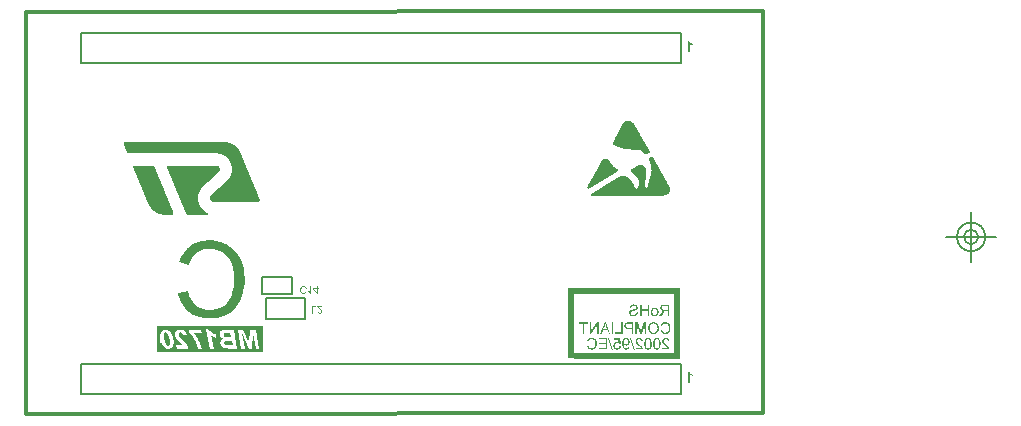
<source format=gbo>
G04*
G04 #@! TF.GenerationSoftware,Altium Limited,Altium Designer,20.2.6 (244)*
G04*
G04 Layer_Color=32896*
%FSLAX43Y43*%
%MOMM*%
G71*
G04*
G04 #@! TF.SameCoordinates,C144CD18-1887-4FAA-AC2B-496F7D53F270*
G04*
G04*
G04 #@! TF.FilePolarity,Positive*
G04*
G01*
G75*
%ADD10C,0.025*%
%ADD12C,0.300*%
%ADD13C,0.200*%
%ADD90C,0.013*%
%ADD91R,9.000X0.500*%
%ADD92R,0.500X6.000*%
G36*
X56151Y14559D02*
X56167Y14536D01*
X56185Y14515D01*
X56203Y14496D01*
X56218Y14478D01*
X56225Y14472D01*
X56231Y14466D01*
X56236Y14460D01*
X56240Y14457D01*
X56242Y14455D01*
X56243Y14454D01*
X56271Y14430D01*
X56301Y14409D01*
X56331Y14390D01*
X56358Y14373D01*
X56369Y14367D01*
X56381Y14360D01*
X56391Y14354D01*
X56399Y14350D01*
X56407Y14347D01*
X56412Y14344D01*
X56415Y14343D01*
X56416Y14342D01*
Y14228D01*
X56395Y14237D01*
X56373Y14246D01*
X56352Y14256D01*
X56334Y14266D01*
X56317Y14275D01*
X56310Y14278D01*
X56304Y14282D01*
X56298Y14284D01*
X56295Y14287D01*
X56293Y14289D01*
X56292D01*
X56267Y14304D01*
X56245Y14319D01*
X56225Y14332D01*
X56210Y14345D01*
X56196Y14355D01*
X56187Y14363D01*
X56182Y14368D01*
X56180Y14370D01*
Y13619D01*
X56062D01*
Y14583D01*
X56138D01*
X56151Y14559D01*
D02*
G37*
G36*
Y-13441D02*
X56167Y-13464D01*
X56185Y-13485D01*
X56203Y-13504D01*
X56218Y-13522D01*
X56225Y-13528D01*
X56231Y-13534D01*
X56236Y-13540D01*
X56240Y-13543D01*
X56242Y-13545D01*
X56243Y-13546D01*
X56271Y-13570D01*
X56301Y-13591D01*
X56331Y-13610D01*
X56358Y-13627D01*
X56369Y-13633D01*
X56381Y-13640D01*
X56391Y-13646D01*
X56399Y-13650D01*
X56407Y-13653D01*
X56412Y-13656D01*
X56415Y-13657D01*
X56416Y-13658D01*
Y-13772D01*
X56395Y-13763D01*
X56373Y-13754D01*
X56352Y-13744D01*
X56334Y-13734D01*
X56317Y-13725D01*
X56310Y-13722D01*
X56304Y-13718D01*
X56298Y-13716D01*
X56295Y-13713D01*
X56293Y-13711D01*
X56292D01*
X56267Y-13696D01*
X56245Y-13681D01*
X56225Y-13668D01*
X56210Y-13655D01*
X56196Y-13645D01*
X56187Y-13637D01*
X56182Y-13632D01*
X56180Y-13630D01*
Y-14381D01*
X56062D01*
Y-13417D01*
X56138D01*
X56151Y-13441D01*
D02*
G37*
G36*
X52731Y-8700D02*
X52604D01*
Y-8247D01*
X52105D01*
Y-8700D01*
X51978D01*
Y-7739D01*
X52105D01*
Y-8133D01*
X52604D01*
Y-7739D01*
X52731D01*
Y-8700D01*
D02*
G37*
G36*
X54450D02*
X54323D01*
Y-8273D01*
X54159D01*
X54145Y-8274D01*
X54132Y-8275D01*
X54122D01*
X54115Y-8276D01*
X54109Y-8277D01*
X54106Y-8278D01*
X54105D01*
X54094Y-8281D01*
X54083Y-8286D01*
X54074Y-8290D01*
X54065Y-8294D01*
X54057Y-8298D01*
X54052Y-8301D01*
X54048Y-8303D01*
X54047Y-8304D01*
X54037Y-8312D01*
X54025Y-8322D01*
X54014Y-8332D01*
X54004Y-8343D01*
X53995Y-8352D01*
X53989Y-8361D01*
X53984Y-8366D01*
X53982Y-8367D01*
Y-8368D01*
X53968Y-8387D01*
X53952Y-8407D01*
X53938Y-8429D01*
X53923Y-8451D01*
X53911Y-8470D01*
X53904Y-8478D01*
X53900Y-8485D01*
X53896Y-8492D01*
X53893Y-8496D01*
X53892Y-8499D01*
X53891Y-8500D01*
X53764Y-8700D01*
X53604D01*
X53771Y-8439D01*
X53790Y-8412D01*
X53808Y-8387D01*
X53826Y-8365D01*
X53842Y-8346D01*
X53855Y-8331D01*
X53862Y-8325D01*
X53867Y-8320D01*
X53871Y-8316D01*
X53874Y-8313D01*
X53875Y-8312D01*
X53876Y-8311D01*
X53887Y-8302D01*
X53899Y-8293D01*
X53912Y-8286D01*
X53924Y-8278D01*
X53936Y-8272D01*
X53945Y-8267D01*
X53951Y-8264D01*
X53952Y-8263D01*
X53953D01*
X53928Y-8258D01*
X53904Y-8253D01*
X53882Y-8247D01*
X53863Y-8241D01*
X53844Y-8233D01*
X53827Y-8226D01*
X53813Y-8219D01*
X53799Y-8212D01*
X53787Y-8204D01*
X53776Y-8197D01*
X53768Y-8191D01*
X53761Y-8186D01*
X53755Y-8180D01*
X53751Y-8177D01*
X53749Y-8175D01*
X53748Y-8174D01*
X53737Y-8161D01*
X53726Y-8147D01*
X53717Y-8132D01*
X53710Y-8118D01*
X53703Y-8103D01*
X53698Y-8089D01*
X53690Y-8062D01*
X53687Y-8049D01*
X53685Y-8038D01*
X53684Y-8027D01*
X53682Y-8018D01*
X53681Y-8012D01*
Y-8005D01*
Y-8002D01*
Y-8001D01*
X53684Y-7972D01*
X53688Y-7945D01*
X53694Y-7921D01*
X53701Y-7899D01*
X53705Y-7890D01*
X53710Y-7881D01*
X53713Y-7874D01*
X53716Y-7868D01*
X53718Y-7863D01*
X53720Y-7860D01*
X53722Y-7858D01*
Y-7856D01*
X53738Y-7834D01*
X53755Y-7815D01*
X53773Y-7798D01*
X53791Y-7786D01*
X53805Y-7776D01*
X53818Y-7770D01*
X53823Y-7768D01*
X53826Y-7766D01*
X53828Y-7765D01*
X53829D01*
X53843Y-7761D01*
X53856Y-7756D01*
X53888Y-7750D01*
X53920Y-7745D01*
X53951Y-7742D01*
X53967Y-7741D01*
X53980Y-7740D01*
X53992D01*
X54003Y-7739D01*
X54450D01*
Y-8700D01*
D02*
G37*
G36*
X53239Y-7989D02*
X53262Y-7991D01*
X53283Y-7995D01*
X53303Y-8000D01*
X53323Y-8005D01*
X53341Y-8013D01*
X53358Y-8019D01*
X53372Y-8026D01*
X53387Y-8033D01*
X53398Y-8041D01*
X53409Y-8048D01*
X53418Y-8053D01*
X53424Y-8059D01*
X53429Y-8063D01*
X53433Y-8065D01*
X53434Y-8066D01*
X53452Y-8085D01*
X53469Y-8104D01*
X53484Y-8126D01*
X53496Y-8149D01*
X53505Y-8173D01*
X53515Y-8197D01*
X53522Y-8221D01*
X53527Y-8244D01*
X53531Y-8266D01*
X53536Y-8286D01*
X53538Y-8304D01*
X53539Y-8321D01*
X53540Y-8333D01*
X53541Y-8344D01*
Y-8350D01*
Y-8351D01*
Y-8352D01*
X53540Y-8384D01*
X53537Y-8415D01*
X53533Y-8443D01*
X53527Y-8469D01*
X53520Y-8493D01*
X53513Y-8515D01*
X53504Y-8534D01*
X53496Y-8553D01*
X53488Y-8569D01*
X53479Y-8583D01*
X53472Y-8595D01*
X53465Y-8604D01*
X53460Y-8613D01*
X53455Y-8618D01*
X53452Y-8621D01*
X53451Y-8622D01*
X53434Y-8639D01*
X53415Y-8653D01*
X53396Y-8666D01*
X53376Y-8676D01*
X53357Y-8685D01*
X53337Y-8693D01*
X53318Y-8699D01*
X53299Y-8704D01*
X53282Y-8707D01*
X53266Y-8710D01*
X53251Y-8712D01*
X53239Y-8715D01*
X53228D01*
X53221Y-8716D01*
X53215D01*
X53182Y-8714D01*
X53150Y-8709D01*
X53122Y-8702D01*
X53109Y-8699D01*
X53097Y-8695D01*
X53086Y-8691D01*
X53076Y-8688D01*
X53068Y-8683D01*
X53061Y-8680D01*
X53055Y-8678D01*
X53050Y-8676D01*
X53048Y-8674D01*
X53047D01*
X53020Y-8656D01*
X52996Y-8638D01*
X52976Y-8618D01*
X52960Y-8598D01*
X52946Y-8581D01*
X52941Y-8573D01*
X52937Y-8567D01*
X52934Y-8561D01*
X52932Y-8557D01*
X52930Y-8555D01*
Y-8554D01*
X52922Y-8539D01*
X52916Y-8523D01*
X52906Y-8489D01*
X52898Y-8453D01*
X52894Y-8420D01*
X52892Y-8404D01*
X52891Y-8390D01*
X52890Y-8376D01*
Y-8365D01*
X52889Y-8355D01*
Y-8349D01*
Y-8344D01*
Y-8343D01*
X52890Y-8313D01*
X52893Y-8283D01*
X52897Y-8256D01*
X52904Y-8231D01*
X52910Y-8208D01*
X52918Y-8188D01*
X52926Y-8168D01*
X52935Y-8150D01*
X52943Y-8135D01*
X52951Y-8121D01*
X52960Y-8110D01*
X52966Y-8100D01*
X52972Y-8092D01*
X52976Y-8087D01*
X52980Y-8083D01*
X52981Y-8082D01*
X52998Y-8066D01*
X53017Y-8051D01*
X53036Y-8039D01*
X53056Y-8027D01*
X53075Y-8019D01*
X53094Y-8011D01*
X53114Y-8004D01*
X53132Y-7999D01*
X53149Y-7996D01*
X53165Y-7993D01*
X53178Y-7991D01*
X53191Y-7989D01*
X53201D01*
X53209Y-7988D01*
X53215D01*
X53239Y-7989D01*
D02*
G37*
G36*
X51470Y-7723D02*
X51503Y-7727D01*
X51532Y-7733D01*
X51546Y-7736D01*
X51558Y-7739D01*
X51569Y-7742D01*
X51580Y-7745D01*
X51589Y-7748D01*
X51597Y-7750D01*
X51602Y-7752D01*
X51607Y-7754D01*
X51609Y-7755D01*
X51610D01*
X51638Y-7769D01*
X51662Y-7785D01*
X51683Y-7800D01*
X51700Y-7816D01*
X51713Y-7830D01*
X51724Y-7842D01*
X51727Y-7846D01*
X51729Y-7849D01*
X51731Y-7851D01*
Y-7852D01*
X51744Y-7876D01*
X51755Y-7900D01*
X51761Y-7922D01*
X51766Y-7943D01*
X51769Y-7962D01*
X51770Y-7969D01*
Y-7975D01*
X51772Y-7980D01*
Y-7985D01*
Y-7987D01*
Y-7988D01*
X51770Y-8012D01*
X51766Y-8035D01*
X51761Y-8055D01*
X51755Y-8073D01*
X51749Y-8088D01*
X51743Y-8099D01*
X51741Y-8103D01*
X51739Y-8106D01*
X51738Y-8107D01*
Y-8108D01*
X51725Y-8127D01*
X51708Y-8145D01*
X51691Y-8160D01*
X51674Y-8173D01*
X51659Y-8183D01*
X51647Y-8191D01*
X51641Y-8193D01*
X51638Y-8195D01*
X51636Y-8197D01*
X51635D01*
X51625Y-8202D01*
X51612Y-8207D01*
X51599Y-8213D01*
X51584Y-8218D01*
X51554Y-8228D01*
X51523Y-8238D01*
X51508Y-8242D01*
X51496Y-8246D01*
X51483Y-8249D01*
X51472Y-8252D01*
X51463Y-8254D01*
X51456Y-8256D01*
X51452Y-8257D01*
X51451D01*
X51427Y-8263D01*
X51405Y-8269D01*
X51386Y-8273D01*
X51368Y-8278D01*
X51353Y-8282D01*
X51338Y-8286D01*
X51327Y-8290D01*
X51315Y-8293D01*
X51307Y-8295D01*
X51299Y-8298D01*
X51292Y-8300D01*
X51288Y-8301D01*
X51284Y-8302D01*
X51282Y-8303D01*
X51280Y-8304D01*
X51259Y-8314D01*
X51241Y-8323D01*
X51226Y-8332D01*
X51214Y-8341D01*
X51205Y-8349D01*
X51199Y-8355D01*
X51195Y-8359D01*
X51194Y-8361D01*
X51184Y-8373D01*
X51178Y-8387D01*
X51173Y-8400D01*
X51170Y-8413D01*
X51168Y-8423D01*
X51166Y-8432D01*
Y-8438D01*
Y-8439D01*
Y-8440D01*
X51168Y-8455D01*
X51171Y-8471D01*
X51176Y-8484D01*
X51180Y-8497D01*
X51185Y-8507D01*
X51190Y-8516D01*
X51194Y-8520D01*
X51195Y-8522D01*
X51206Y-8535D01*
X51219Y-8547D01*
X51233Y-8557D01*
X51247Y-8566D01*
X51259Y-8572D01*
X51269Y-8577D01*
X51273Y-8579D01*
X51276Y-8580D01*
X51277Y-8581D01*
X51278D01*
X51299Y-8589D01*
X51321Y-8594D01*
X51342Y-8597D01*
X51362Y-8599D01*
X51379Y-8601D01*
X51386D01*
X51392Y-8602D01*
X51405D01*
X51435Y-8601D01*
X51462Y-8598D01*
X51488Y-8593D01*
X51510Y-8588D01*
X51520Y-8585D01*
X51528Y-8583D01*
X51535Y-8580D01*
X51541Y-8578D01*
X51547Y-8576D01*
X51550Y-8575D01*
X51552Y-8574D01*
X51553D01*
X51576Y-8563D01*
X51596Y-8550D01*
X51612Y-8539D01*
X51626Y-8526D01*
X51636Y-8516D01*
X51643Y-8507D01*
X51649Y-8502D01*
X51650Y-8500D01*
X51660Y-8481D01*
X51668Y-8462D01*
X51675Y-8442D01*
X51680Y-8423D01*
X51684Y-8405D01*
X51685Y-8399D01*
X51686Y-8393D01*
X51687Y-8388D01*
X51688Y-8383D01*
Y-8381D01*
Y-8380D01*
X51808Y-8391D01*
X51807Y-8408D01*
X51805Y-8426D01*
X51799Y-8458D01*
X51790Y-8489D01*
X51786Y-8502D01*
X51781Y-8514D01*
X51777Y-8525D01*
X51772Y-8535D01*
X51767Y-8544D01*
X51763Y-8551D01*
X51760Y-8557D01*
X51758Y-8561D01*
X51757Y-8564D01*
X51756Y-8565D01*
X51736Y-8592D01*
X51713Y-8615D01*
X51690Y-8634D01*
X51668Y-8650D01*
X51649Y-8663D01*
X51640Y-8667D01*
X51633Y-8671D01*
X51627Y-8674D01*
X51623Y-8676D01*
X51619Y-8678D01*
X51618D01*
X51583Y-8691D01*
X51547Y-8700D01*
X51510Y-8706D01*
X51476Y-8710D01*
X51459Y-8712D01*
X51445Y-8714D01*
X51432Y-8715D01*
X51421D01*
X51411Y-8716D01*
X51399D01*
X51361Y-8714D01*
X51327Y-8709D01*
X51296Y-8704D01*
X51281Y-8700D01*
X51269Y-8697D01*
X51256Y-8694D01*
X51246Y-8690D01*
X51236Y-8686D01*
X51229Y-8684D01*
X51223Y-8681D01*
X51219Y-8680D01*
X51215Y-8678D01*
X51214D01*
X51185Y-8663D01*
X51160Y-8646D01*
X51138Y-8628D01*
X51121Y-8611D01*
X51106Y-8596D01*
X51097Y-8584D01*
X51093Y-8579D01*
X51090Y-8576D01*
X51088Y-8574D01*
Y-8573D01*
X51080Y-8560D01*
X51074Y-8547D01*
X51062Y-8522D01*
X51054Y-8498D01*
X51049Y-8476D01*
X51046Y-8456D01*
X51045Y-8449D01*
Y-8442D01*
X51044Y-8437D01*
Y-8432D01*
Y-8430D01*
Y-8429D01*
X51046Y-8401D01*
X51050Y-8375D01*
X51056Y-8352D01*
X51063Y-8332D01*
X51072Y-8316D01*
X51075Y-8308D01*
X51078Y-8303D01*
X51080Y-8299D01*
X51082Y-8296D01*
X51084Y-8294D01*
Y-8293D01*
X51093Y-8282D01*
X51101Y-8272D01*
X51121Y-8252D01*
X51140Y-8236D01*
X51161Y-8222D01*
X51179Y-8211D01*
X51187Y-8205D01*
X51195Y-8202D01*
X51200Y-8199D01*
X51204Y-8197D01*
X51207Y-8195D01*
X51208D01*
X51220Y-8190D01*
X51234Y-8184D01*
X51249Y-8179D01*
X51265Y-8174D01*
X51301Y-8165D01*
X51336Y-8155D01*
X51353Y-8150D01*
X51368Y-8147D01*
X51383Y-8143D01*
X51396Y-8141D01*
X51406Y-8138D01*
X51413Y-8136D01*
X51418Y-8135D01*
X51421D01*
X51449Y-8128D01*
X51474Y-8121D01*
X51496Y-8115D01*
X51516Y-8108D01*
X51534Y-8102D01*
X51550Y-8097D01*
X51563Y-8092D01*
X51575Y-8087D01*
X51584Y-8081D01*
X51592Y-8077D01*
X51599Y-8074D01*
X51604Y-8071D01*
X51608Y-8068D01*
X51610Y-8066D01*
X51612Y-8065D01*
X51625Y-8051D01*
X51633Y-8038D01*
X51639Y-8023D01*
X51644Y-8010D01*
X51647Y-7998D01*
X51648Y-7989D01*
X51649Y-7982D01*
Y-7981D01*
Y-7980D01*
X51648Y-7969D01*
X51647Y-7959D01*
X51640Y-7940D01*
X51632Y-7922D01*
X51623Y-7907D01*
X51613Y-7895D01*
X51605Y-7886D01*
X51599Y-7880D01*
X51598Y-7878D01*
X51597D01*
X51586Y-7871D01*
X51574Y-7864D01*
X51548Y-7853D01*
X51521Y-7846D01*
X51492Y-7841D01*
X51480Y-7839D01*
X51467Y-7838D01*
X51457Y-7837D01*
X51448D01*
X51439Y-7836D01*
X51409D01*
X51390Y-7838D01*
X51373Y-7840D01*
X51356Y-7843D01*
X51341Y-7846D01*
X51328Y-7850D01*
X51315Y-7854D01*
X51304Y-7859D01*
X51295Y-7864D01*
X51286Y-7868D01*
X51279Y-7872D01*
X51273Y-7875D01*
X51269Y-7878D01*
X51264Y-7880D01*
X51263Y-7881D01*
X51262Y-7883D01*
X51252Y-7892D01*
X51242Y-7901D01*
X51228Y-7923D01*
X51215Y-7946D01*
X51207Y-7968D01*
X51201Y-7988D01*
X51199Y-7996D01*
X51197Y-8004D01*
X51196Y-8011D01*
Y-8015D01*
X51195Y-8018D01*
Y-8019D01*
X51073Y-8010D01*
X51076Y-7978D01*
X51082Y-7950D01*
X51089Y-7924D01*
X51098Y-7902D01*
X51103Y-7893D01*
X51106Y-7884D01*
X51110Y-7876D01*
X51113Y-7870D01*
X51116Y-7865D01*
X51119Y-7862D01*
X51120Y-7860D01*
X51121Y-7859D01*
X51138Y-7835D01*
X51158Y-7815D01*
X51179Y-7797D01*
X51200Y-7783D01*
X51217Y-7772D01*
X51226Y-7768D01*
X51232Y-7764D01*
X51237Y-7761D01*
X51242Y-7760D01*
X51245Y-7758D01*
X51246D01*
X51277Y-7746D01*
X51309Y-7737D01*
X51341Y-7730D01*
X51371Y-7726D01*
X51384Y-7725D01*
X51396Y-7724D01*
X51407Y-7723D01*
X51416Y-7722D01*
X51434D01*
X51470Y-7723D01*
D02*
G37*
G36*
X48471Y-10200D02*
X48349D01*
Y-9446D01*
X47845Y-10200D01*
X47714D01*
Y-9239D01*
X47836D01*
Y-9994D01*
X48341Y-9239D01*
X48471D01*
Y-10200D01*
D02*
G37*
G36*
X52504D02*
X52381D01*
Y-9381D01*
X52104Y-10200D01*
X51989D01*
X51708Y-9395D01*
Y-10200D01*
X51585D01*
Y-9239D01*
X51757D01*
X51988Y-9907D01*
X51994Y-9926D01*
X52001Y-9943D01*
X52006Y-9959D01*
X52011Y-9974D01*
X52015Y-9989D01*
X52019Y-10001D01*
X52024Y-10013D01*
X52027Y-10023D01*
X52030Y-10031D01*
X52032Y-10040D01*
X52034Y-10046D01*
X52036Y-10052D01*
X52037Y-10056D01*
X52038Y-10059D01*
X52039Y-10060D01*
Y-10061D01*
X52042Y-10052D01*
X52045Y-10042D01*
X52053Y-10020D01*
X52060Y-9996D01*
X52067Y-9973D01*
X52075Y-9952D01*
X52078Y-9943D01*
X52080Y-9935D01*
X52082Y-9929D01*
X52084Y-9924D01*
X52085Y-9921D01*
Y-9920D01*
X52313Y-9239D01*
X52504D01*
Y-10200D01*
D02*
G37*
G36*
X54121Y-9223D02*
X54144Y-9224D01*
X54187Y-9231D01*
X54207Y-9236D01*
X54226Y-9241D01*
X54245Y-9246D01*
X54262Y-9251D01*
X54276Y-9256D01*
X54290Y-9262D01*
X54302Y-9267D01*
X54312Y-9271D01*
X54320Y-9275D01*
X54325Y-9278D01*
X54329Y-9279D01*
X54330Y-9280D01*
X54349Y-9292D01*
X54368Y-9304D01*
X54384Y-9318D01*
X54400Y-9331D01*
X54415Y-9346D01*
X54428Y-9360D01*
X54440Y-9374D01*
X54451Y-9387D01*
X54460Y-9400D01*
X54469Y-9412D01*
X54476Y-9422D01*
X54482Y-9431D01*
X54486Y-9440D01*
X54490Y-9445D01*
X54492Y-9449D01*
X54493Y-9450D01*
X54503Y-9471D01*
X54511Y-9494D01*
X54519Y-9516D01*
X54526Y-9538D01*
X54536Y-9582D01*
X54540Y-9603D01*
X54543Y-9623D01*
X54545Y-9642D01*
X54547Y-9658D01*
X54548Y-9674D01*
X54549Y-9688D01*
X54550Y-9698D01*
Y-9706D01*
Y-9711D01*
Y-9713D01*
X54549Y-9738D01*
X54548Y-9763D01*
X54542Y-9811D01*
X54539Y-9833D01*
X54534Y-9854D01*
X54529Y-9874D01*
X54525Y-9893D01*
X54520Y-9909D01*
X54516Y-9925D01*
X54511Y-9938D01*
X54507Y-9949D01*
X54504Y-9957D01*
X54502Y-9965D01*
X54501Y-9969D01*
X54500Y-9970D01*
X54490Y-9992D01*
X54479Y-10013D01*
X54468Y-10031D01*
X54455Y-10049D01*
X54443Y-10066D01*
X54431Y-10080D01*
X54419Y-10094D01*
X54407Y-10106D01*
X54396Y-10118D01*
X54385Y-10127D01*
X54376Y-10134D01*
X54368Y-10142D01*
X54362Y-10147D01*
X54356Y-10150D01*
X54353Y-10152D01*
X54352Y-10153D01*
X54333Y-10165D01*
X54314Y-10174D01*
X54293Y-10182D01*
X54271Y-10190D01*
X54250Y-10195D01*
X54229Y-10200D01*
X54208Y-10204D01*
X54189Y-10207D01*
X54170Y-10210D01*
X54153Y-10212D01*
X54138Y-10214D01*
X54125Y-10215D01*
X54114Y-10216D01*
X54099D01*
X54071Y-10215D01*
X54045Y-10212D01*
X54020Y-10208D01*
X53996Y-10203D01*
X53973Y-10197D01*
X53952Y-10190D01*
X53933Y-10182D01*
X53916Y-10175D01*
X53899Y-10168D01*
X53886Y-10160D01*
X53873Y-10153D01*
X53864Y-10147D01*
X53855Y-10142D01*
X53850Y-10138D01*
X53846Y-10135D01*
X53845Y-10134D01*
X53826Y-10118D01*
X53809Y-10100D01*
X53793Y-10081D01*
X53778Y-10063D01*
X53765Y-10043D01*
X53753Y-10022D01*
X53743Y-10003D01*
X53734Y-9983D01*
X53725Y-9966D01*
X53719Y-9949D01*
X53713Y-9933D01*
X53709Y-9921D01*
X53704Y-9909D01*
X53702Y-9902D01*
X53700Y-9897D01*
Y-9895D01*
X53827Y-9863D01*
X53832Y-9884D01*
X53840Y-9905D01*
X53847Y-9925D01*
X53854Y-9943D01*
X53863Y-9959D01*
X53871Y-9974D01*
X53879Y-9988D01*
X53888Y-10000D01*
X53896Y-10010D01*
X53903Y-10020D01*
X53911Y-10028D01*
X53916Y-10034D01*
X53921Y-10040D01*
X53925Y-10043D01*
X53927Y-10045D01*
X53928Y-10046D01*
X53943Y-10056D01*
X53957Y-10066D01*
X53972Y-10074D01*
X53988Y-10081D01*
X54003Y-10088D01*
X54018Y-10093D01*
X54047Y-10100D01*
X54060Y-10102D01*
X54072Y-10104D01*
X54082Y-10105D01*
X54092Y-10106D01*
X54099Y-10107D01*
X54109D01*
X54126Y-10106D01*
X54142Y-10105D01*
X54172Y-10100D01*
X54200Y-10093D01*
X54224Y-10084D01*
X54234Y-10080D01*
X54244Y-10077D01*
X54252Y-10073D01*
X54259Y-10070D01*
X54266Y-10067D01*
X54270Y-10065D01*
X54272Y-10063D01*
X54273D01*
X54287Y-10053D01*
X54299Y-10044D01*
X54322Y-10022D01*
X54341Y-10000D01*
X54356Y-9977D01*
X54368Y-9957D01*
X54373Y-9949D01*
X54377Y-9941D01*
X54379Y-9934D01*
X54381Y-9930D01*
X54383Y-9927D01*
Y-9926D01*
X54395Y-9891D01*
X54404Y-9854D01*
X54410Y-9818D01*
X54413Y-9801D01*
X54415Y-9784D01*
X54416Y-9769D01*
X54417Y-9755D01*
X54418Y-9743D01*
Y-9732D01*
X54419Y-9723D01*
Y-9717D01*
Y-9713D01*
Y-9712D01*
X54418Y-9676D01*
X54415Y-9643D01*
X54409Y-9612D01*
X54407Y-9597D01*
X54404Y-9583D01*
X54401Y-9572D01*
X54399Y-9561D01*
X54396Y-9551D01*
X54394Y-9543D01*
X54393Y-9537D01*
X54391Y-9531D01*
X54390Y-9528D01*
Y-9527D01*
X54376Y-9495D01*
X54360Y-9467D01*
X54344Y-9443D01*
X54334Y-9432D01*
X54326Y-9422D01*
X54318Y-9414D01*
X54310Y-9406D01*
X54303Y-9399D01*
X54298Y-9394D01*
X54293Y-9390D01*
X54289Y-9387D01*
X54287Y-9386D01*
X54285Y-9385D01*
X54271Y-9375D01*
X54256Y-9367D01*
X54241Y-9360D01*
X54225Y-9353D01*
X54194Y-9344D01*
X54164Y-9337D01*
X54151Y-9335D01*
X54139Y-9334D01*
X54127Y-9333D01*
X54118Y-9331D01*
X54109Y-9330D01*
X54081D01*
X54065Y-9333D01*
X54033Y-9338D01*
X54006Y-9346D01*
X53995Y-9350D01*
X53983Y-9354D01*
X53973Y-9359D01*
X53965Y-9363D01*
X53957Y-9367D01*
X53951Y-9371D01*
X53946Y-9374D01*
X53943Y-9376D01*
X53941Y-9377D01*
X53940Y-9378D01*
X53928Y-9388D01*
X53917Y-9398D01*
X53898Y-9422D01*
X53880Y-9448D01*
X53867Y-9473D01*
X53856Y-9496D01*
X53851Y-9505D01*
X53848Y-9514D01*
X53845Y-9521D01*
X53844Y-9527D01*
X53842Y-9530D01*
Y-9531D01*
X53717Y-9502D01*
X53725Y-9478D01*
X53735Y-9455D01*
X53744Y-9434D01*
X53755Y-9414D01*
X53766Y-9395D01*
X53777Y-9378D01*
X53789Y-9363D01*
X53800Y-9349D01*
X53812Y-9337D01*
X53821Y-9326D01*
X53830Y-9317D01*
X53839Y-9310D01*
X53845Y-9303D01*
X53850Y-9299D01*
X53853Y-9297D01*
X53854Y-9296D01*
X53873Y-9283D01*
X53893Y-9272D01*
X53913Y-9262D01*
X53933Y-9253D01*
X53954Y-9246D01*
X53974Y-9240D01*
X53994Y-9236D01*
X54013Y-9231D01*
X54030Y-9228D01*
X54046Y-9226D01*
X54061Y-9224D01*
X54073Y-9223D01*
X54083Y-9222D01*
X54097D01*
X54121Y-9223D01*
D02*
G37*
G36*
X51381Y-10200D02*
X51254D01*
Y-9809D01*
X51008D01*
X50971Y-9808D01*
X50937Y-9805D01*
X50906Y-9801D01*
X50877Y-9796D01*
X50852Y-9790D01*
X50828Y-9782D01*
X50808Y-9775D01*
X50790Y-9767D01*
X50774Y-9759D01*
X50760Y-9752D01*
X50749Y-9745D01*
X50741Y-9739D01*
X50733Y-9732D01*
X50729Y-9728D01*
X50726Y-9726D01*
X50725Y-9725D01*
X50711Y-9708D01*
X50699Y-9692D01*
X50688Y-9674D01*
X50680Y-9656D01*
X50672Y-9639D01*
X50666Y-9622D01*
X50660Y-9605D01*
X50656Y-9590D01*
X50653Y-9574D01*
X50651Y-9561D01*
X50649Y-9549D01*
X50648Y-9539D01*
X50647Y-9529D01*
Y-9523D01*
Y-9519D01*
Y-9518D01*
X50648Y-9492D01*
X50651Y-9467D01*
X50656Y-9445D01*
X50661Y-9425D01*
X50668Y-9410D01*
X50670Y-9402D01*
X50672Y-9397D01*
X50674Y-9393D01*
X50676Y-9390D01*
X50677Y-9388D01*
Y-9387D01*
X50688Y-9365D01*
X50701Y-9347D01*
X50715Y-9330D01*
X50726Y-9318D01*
X50737Y-9308D01*
X50746Y-9300D01*
X50752Y-9295D01*
X50753Y-9294D01*
X50754D01*
X50773Y-9283D01*
X50793Y-9273D01*
X50812Y-9265D01*
X50831Y-9259D01*
X50848Y-9253D01*
X50855Y-9252D01*
X50861Y-9250D01*
X50866Y-9249D01*
X50870D01*
X50872Y-9248D01*
X50873D01*
X50882Y-9246D01*
X50894Y-9245D01*
X50917Y-9243D01*
X50941Y-9241D01*
X50964Y-9240D01*
X50985Y-9239D01*
X51381D01*
Y-10200D01*
D02*
G37*
G36*
X50491D02*
X49890D01*
Y-10086D01*
X50364D01*
Y-9239D01*
X50491D01*
Y-10200D01*
D02*
G37*
G36*
X49717D02*
X49590D01*
Y-9239D01*
X49717D01*
Y-10200D01*
D02*
G37*
G36*
X49470D02*
X49336D01*
X49232Y-9909D01*
X48828D01*
X48716Y-10200D01*
X48571D01*
X48965Y-9239D01*
X49102D01*
X49470Y-10200D01*
D02*
G37*
G36*
X47573Y-9352D02*
X47256Y-9352D01*
Y-10200D01*
X47129D01*
Y-9352D01*
X46812D01*
Y-9239D01*
X47573Y-9239D01*
Y-9352D01*
D02*
G37*
G36*
X53160Y-9223D02*
X53195Y-9228D01*
X53228Y-9235D01*
X53260Y-9243D01*
X53290Y-9253D01*
X53317Y-9265D01*
X53342Y-9277D01*
X53365Y-9290D01*
X53386Y-9302D01*
X53403Y-9315D01*
X53418Y-9326D01*
X53432Y-9337D01*
X53441Y-9345D01*
X53448Y-9351D01*
X53453Y-9356D01*
X53454Y-9358D01*
X53477Y-9384D01*
X53497Y-9413D01*
X53514Y-9442D01*
X53528Y-9473D01*
X53541Y-9504D01*
X53551Y-9536D01*
X53560Y-9566D01*
X53567Y-9596D01*
X53572Y-9624D01*
X53575Y-9649D01*
X53578Y-9673D01*
X53580Y-9693D01*
X53582Y-9710D01*
Y-9716D01*
X53583Y-9722D01*
Y-9726D01*
Y-9729D01*
Y-9731D01*
Y-9732D01*
X53582Y-9755D01*
X53580Y-9779D01*
X53574Y-9823D01*
X53570Y-9844D01*
X53566Y-9864D01*
X53561Y-9882D01*
X53555Y-9899D01*
X53550Y-9916D01*
X53545Y-9929D01*
X53541Y-9942D01*
X53537Y-9952D01*
X53534Y-9960D01*
X53530Y-9967D01*
X53529Y-9971D01*
X53528Y-9972D01*
X53517Y-9993D01*
X53505Y-10013D01*
X53493Y-10030D01*
X53479Y-10048D01*
X53466Y-10064D01*
X53452Y-10078D01*
X53440Y-10092D01*
X53426Y-10104D01*
X53414Y-10115D01*
X53402Y-10124D01*
X53392Y-10132D01*
X53384Y-10139D01*
X53376Y-10144D01*
X53370Y-10148D01*
X53367Y-10150D01*
X53366Y-10151D01*
X53345Y-10163D01*
X53324Y-10172D01*
X53303Y-10181D01*
X53283Y-10189D01*
X53262Y-10195D01*
X53242Y-10200D01*
X53222Y-10204D01*
X53205Y-10207D01*
X53187Y-10210D01*
X53172Y-10212D01*
X53158Y-10214D01*
X53146Y-10215D01*
X53137Y-10216D01*
X53123D01*
X53100Y-10215D01*
X53077Y-10214D01*
X53034Y-10206D01*
X53014Y-10202D01*
X52994Y-10197D01*
X52976Y-10192D01*
X52960Y-10186D01*
X52944Y-10181D01*
X52931Y-10176D01*
X52919Y-10171D01*
X52909Y-10167D01*
X52900Y-10163D01*
X52895Y-10159D01*
X52891Y-10158D01*
X52890Y-10157D01*
X52870Y-10146D01*
X52851Y-10132D01*
X52834Y-10119D01*
X52818Y-10105D01*
X52804Y-10091D01*
X52789Y-10076D01*
X52777Y-10061D01*
X52765Y-10048D01*
X52756Y-10034D01*
X52746Y-10022D01*
X52739Y-10010D01*
X52733Y-10001D01*
X52729Y-9994D01*
X52725Y-9988D01*
X52723Y-9983D01*
X52722Y-9982D01*
X52712Y-9960D01*
X52703Y-9938D01*
X52695Y-9916D01*
X52688Y-9893D01*
X52682Y-9871D01*
X52678Y-9849D01*
X52673Y-9828D01*
X52670Y-9808D01*
X52668Y-9790D01*
X52666Y-9773D01*
X52665Y-9758D01*
X52664Y-9746D01*
X52663Y-9736D01*
Y-9727D01*
Y-9723D01*
Y-9721D01*
X52664Y-9694D01*
X52665Y-9669D01*
X52668Y-9644D01*
X52671Y-9620D01*
X52675Y-9598D01*
X52681Y-9576D01*
X52686Y-9556D01*
X52691Y-9539D01*
X52696Y-9522D01*
X52702Y-9507D01*
X52706Y-9494D01*
X52711Y-9484D01*
X52714Y-9475D01*
X52717Y-9469D01*
X52718Y-9465D01*
X52719Y-9464D01*
X52731Y-9443D01*
X52742Y-9423D01*
X52756Y-9404D01*
X52768Y-9388D01*
X52782Y-9372D01*
X52795Y-9358D01*
X52809Y-9344D01*
X52822Y-9331D01*
X52835Y-9321D01*
X52846Y-9312D01*
X52856Y-9303D01*
X52865Y-9297D01*
X52872Y-9292D01*
X52878Y-9289D01*
X52882Y-9287D01*
X52883Y-9286D01*
X52904Y-9274D01*
X52923Y-9265D01*
X52944Y-9256D01*
X52965Y-9249D01*
X52986Y-9243D01*
X53006Y-9238D01*
X53024Y-9234D01*
X53043Y-9230D01*
X53060Y-9227D01*
X53074Y-9225D01*
X53088Y-9224D01*
X53100Y-9223D01*
X53110Y-9222D01*
X53122D01*
X53160Y-9223D01*
D02*
G37*
G36*
X54165Y-10562D02*
X54189Y-10564D01*
X54210Y-10567D01*
X54231Y-10572D01*
X54251Y-10577D01*
X54269Y-10584D01*
X54285Y-10590D01*
X54300Y-10596D01*
X54314Y-10603D01*
X54325Y-10610D01*
X54335Y-10616D01*
X54344Y-10621D01*
X54350Y-10626D01*
X54354Y-10629D01*
X54357Y-10631D01*
X54358Y-10633D01*
X54373Y-10646D01*
X54385Y-10662D01*
X54397Y-10677D01*
X54407Y-10695D01*
X54416Y-10712D01*
X54424Y-10728D01*
X54430Y-10746D01*
X54435Y-10762D01*
X54441Y-10777D01*
X54444Y-10792D01*
X54447Y-10805D01*
X54449Y-10817D01*
X54450Y-10826D01*
X54451Y-10832D01*
X54452Y-10837D01*
Y-10839D01*
X54331Y-10851D01*
X54330Y-10835D01*
X54329Y-10819D01*
X54323Y-10792D01*
X54315Y-10767D01*
X54310Y-10756D01*
X54305Y-10747D01*
X54301Y-10739D01*
X54296Y-10731D01*
X54292Y-10725D01*
X54289Y-10720D01*
X54284Y-10716D01*
X54282Y-10713D01*
X54281Y-10712D01*
X54280Y-10711D01*
X54270Y-10701D01*
X54259Y-10693D01*
X54248Y-10687D01*
X54237Y-10680D01*
X54214Y-10671D01*
X54192Y-10665D01*
X54173Y-10662D01*
X54165Y-10660D01*
X54157D01*
X54151Y-10659D01*
X54128D01*
X54114Y-10661D01*
X54088Y-10666D01*
X54066Y-10674D01*
X54046Y-10683D01*
X54031Y-10692D01*
X54025Y-10696D01*
X54020Y-10700D01*
X54016Y-10703D01*
X54013Y-10705D01*
X54012Y-10706D01*
X54011Y-10708D01*
X54001Y-10717D01*
X53994Y-10726D01*
X53987Y-10736D01*
X53981Y-10746D01*
X53972Y-10766D01*
X53966Y-10785D01*
X53963Y-10800D01*
X53961Y-10807D01*
Y-10814D01*
X53960Y-10818D01*
Y-10822D01*
Y-10824D01*
Y-10825D01*
X53961Y-10838D01*
X53962Y-10850D01*
X53968Y-10875D01*
X53977Y-10899D01*
X53988Y-10921D01*
X53998Y-10940D01*
X54002Y-10947D01*
X54007Y-10954D01*
X54011Y-10960D01*
X54014Y-10964D01*
X54015Y-10966D01*
X54016Y-10967D01*
X54027Y-10981D01*
X54041Y-10997D01*
X54056Y-11014D01*
X54073Y-11030D01*
X54107Y-11065D01*
X54143Y-11097D01*
X54159Y-11113D01*
X54176Y-11126D01*
X54191Y-11139D01*
X54203Y-11149D01*
X54214Y-11158D01*
X54221Y-11165D01*
X54226Y-11170D01*
X54228Y-11171D01*
X54247Y-11187D01*
X54264Y-11201D01*
X54280Y-11215D01*
X54295Y-11228D01*
X54309Y-11241D01*
X54322Y-11253D01*
X54333Y-11264D01*
X54344Y-11274D01*
X54353Y-11283D01*
X54360Y-11292D01*
X54368Y-11299D01*
X54373Y-11304D01*
X54378Y-11309D01*
X54381Y-11313D01*
X54382Y-11315D01*
X54383Y-11316D01*
X54402Y-11339D01*
X54418Y-11362D01*
X54431Y-11383D01*
X54442Y-11403D01*
X54450Y-11420D01*
X54453Y-11427D01*
X54456Y-11432D01*
X54458Y-11438D01*
X54459Y-11441D01*
X54460Y-11443D01*
Y-11444D01*
X54466Y-11458D01*
X54469Y-11473D01*
X54472Y-11486D01*
X54473Y-11499D01*
X54474Y-11509D01*
Y-11518D01*
Y-11523D01*
Y-11525D01*
X53838D01*
Y-11411D01*
X54312D01*
X54295Y-11389D01*
X54287Y-11378D01*
X54278Y-11369D01*
X54271Y-11360D01*
X54266Y-11354D01*
X54262Y-11350D01*
X54260Y-11349D01*
X54254Y-11343D01*
X54246Y-11334D01*
X54237Y-11326D01*
X54226Y-11317D01*
X54204Y-11296D01*
X54181Y-11276D01*
X54159Y-11257D01*
X54150Y-11249D01*
X54141Y-11242D01*
X54134Y-11236D01*
X54128Y-11231D01*
X54125Y-11228D01*
X54124Y-11227D01*
X54101Y-11207D01*
X54079Y-11189D01*
X54059Y-11172D01*
X54042Y-11155D01*
X54025Y-11141D01*
X54011Y-11126D01*
X53997Y-11114D01*
X53985Y-11102D01*
X53974Y-11093D01*
X53966Y-11083D01*
X53958Y-11076D01*
X53952Y-11070D01*
X53948Y-11065D01*
X53944Y-11062D01*
X53943Y-11059D01*
X53942Y-11058D01*
X53922Y-11036D01*
X53906Y-11015D01*
X53893Y-10995D01*
X53881Y-10977D01*
X53873Y-10963D01*
X53867Y-10951D01*
X53865Y-10947D01*
X53864Y-10944D01*
X53863Y-10943D01*
Y-10942D01*
X53854Y-10921D01*
X53849Y-10900D01*
X53845Y-10881D01*
X53842Y-10864D01*
X53840Y-10849D01*
X53839Y-10838D01*
Y-10834D01*
Y-10830D01*
Y-10829D01*
Y-10828D01*
X53840Y-10807D01*
X53842Y-10788D01*
X53846Y-10769D01*
X53851Y-10750D01*
X53857Y-10734D01*
X53865Y-10718D01*
X53872Y-10703D01*
X53879Y-10691D01*
X53887Y-10678D01*
X53894Y-10668D01*
X53901Y-10659D01*
X53907Y-10651D01*
X53913Y-10646D01*
X53917Y-10641D01*
X53919Y-10639D01*
X53920Y-10638D01*
X53936Y-10624D01*
X53952Y-10613D01*
X53970Y-10602D01*
X53989Y-10593D01*
X54006Y-10586D01*
X54025Y-10579D01*
X54043Y-10574D01*
X54061Y-10570D01*
X54076Y-10567D01*
X54092Y-10565D01*
X54105Y-10563D01*
X54117Y-10562D01*
X54126Y-10561D01*
X54140D01*
X54165Y-10562D01*
D02*
G37*
G36*
X51925D02*
X51949Y-10564D01*
X51970Y-10567D01*
X51991Y-10572D01*
X52011Y-10577D01*
X52029Y-10584D01*
X52045Y-10590D01*
X52060Y-10596D01*
X52074Y-10603D01*
X52085Y-10610D01*
X52095Y-10616D01*
X52104Y-10621D01*
X52110Y-10626D01*
X52114Y-10629D01*
X52117Y-10631D01*
X52118Y-10633D01*
X52133Y-10646D01*
X52145Y-10662D01*
X52157Y-10677D01*
X52167Y-10695D01*
X52176Y-10712D01*
X52184Y-10728D01*
X52190Y-10746D01*
X52195Y-10762D01*
X52201Y-10777D01*
X52204Y-10792D01*
X52207Y-10805D01*
X52209Y-10817D01*
X52210Y-10826D01*
X52211Y-10832D01*
X52212Y-10837D01*
Y-10839D01*
X52091Y-10851D01*
X52090Y-10835D01*
X52089Y-10819D01*
X52083Y-10792D01*
X52075Y-10767D01*
X52070Y-10756D01*
X52065Y-10747D01*
X52061Y-10739D01*
X52056Y-10731D01*
X52052Y-10725D01*
X52049Y-10720D01*
X52044Y-10716D01*
X52042Y-10713D01*
X52041Y-10712D01*
X52040Y-10711D01*
X52030Y-10701D01*
X52019Y-10693D01*
X52008Y-10687D01*
X51996Y-10680D01*
X51974Y-10671D01*
X51952Y-10665D01*
X51933Y-10662D01*
X51925Y-10660D01*
X51917D01*
X51911Y-10659D01*
X51888D01*
X51874Y-10661D01*
X51848Y-10666D01*
X51826Y-10674D01*
X51806Y-10683D01*
X51791Y-10692D01*
X51785Y-10696D01*
X51780Y-10700D01*
X51776Y-10703D01*
X51773Y-10705D01*
X51772Y-10706D01*
X51770Y-10708D01*
X51761Y-10717D01*
X51754Y-10726D01*
X51747Y-10736D01*
X51741Y-10746D01*
X51732Y-10766D01*
X51726Y-10785D01*
X51723Y-10800D01*
X51721Y-10807D01*
Y-10814D01*
X51719Y-10818D01*
Y-10822D01*
Y-10824D01*
Y-10825D01*
X51721Y-10838D01*
X51722Y-10850D01*
X51728Y-10875D01*
X51737Y-10899D01*
X51748Y-10921D01*
X51758Y-10940D01*
X51762Y-10947D01*
X51767Y-10954D01*
X51770Y-10960D01*
X51774Y-10964D01*
X51775Y-10966D01*
X51776Y-10967D01*
X51787Y-10981D01*
X51801Y-10997D01*
X51816Y-11014D01*
X51833Y-11030D01*
X51867Y-11065D01*
X51903Y-11097D01*
X51919Y-11113D01*
X51936Y-11126D01*
X51951Y-11139D01*
X51963Y-11149D01*
X51974Y-11158D01*
X51981Y-11165D01*
X51986Y-11170D01*
X51988Y-11171D01*
X52007Y-11187D01*
X52024Y-11201D01*
X52040Y-11215D01*
X52055Y-11228D01*
X52069Y-11241D01*
X52082Y-11253D01*
X52093Y-11264D01*
X52104Y-11274D01*
X52113Y-11283D01*
X52120Y-11292D01*
X52128Y-11299D01*
X52133Y-11304D01*
X52138Y-11309D01*
X52141Y-11313D01*
X52142Y-11315D01*
X52143Y-11316D01*
X52162Y-11339D01*
X52178Y-11362D01*
X52191Y-11383D01*
X52202Y-11403D01*
X52210Y-11420D01*
X52213Y-11427D01*
X52216Y-11432D01*
X52218Y-11438D01*
X52219Y-11441D01*
X52220Y-11443D01*
Y-11444D01*
X52226Y-11458D01*
X52229Y-11473D01*
X52232Y-11486D01*
X52233Y-11499D01*
X52234Y-11509D01*
Y-11518D01*
Y-11523D01*
Y-11525D01*
X51598D01*
Y-11411D01*
X52071D01*
X52055Y-11389D01*
X52046Y-11378D01*
X52038Y-11369D01*
X52031Y-11360D01*
X52026Y-11354D01*
X52021Y-11350D01*
X52020Y-11349D01*
X52014Y-11343D01*
X52006Y-11334D01*
X51996Y-11326D01*
X51986Y-11317D01*
X51964Y-11296D01*
X51941Y-11276D01*
X51919Y-11257D01*
X51910Y-11249D01*
X51901Y-11242D01*
X51894Y-11236D01*
X51888Y-11231D01*
X51885Y-11228D01*
X51884Y-11227D01*
X51861Y-11207D01*
X51839Y-11189D01*
X51819Y-11172D01*
X51802Y-11155D01*
X51785Y-11141D01*
X51770Y-11126D01*
X51757Y-11114D01*
X51744Y-11102D01*
X51734Y-11093D01*
X51726Y-11083D01*
X51718Y-11076D01*
X51712Y-11070D01*
X51708Y-11065D01*
X51704Y-11062D01*
X51703Y-11059D01*
X51702Y-11058D01*
X51682Y-11036D01*
X51666Y-11015D01*
X51653Y-10995D01*
X51641Y-10977D01*
X51633Y-10963D01*
X51627Y-10951D01*
X51625Y-10947D01*
X51624Y-10944D01*
X51623Y-10943D01*
Y-10942D01*
X51614Y-10921D01*
X51609Y-10900D01*
X51605Y-10881D01*
X51602Y-10864D01*
X51600Y-10849D01*
X51599Y-10838D01*
Y-10834D01*
Y-10830D01*
Y-10829D01*
Y-10828D01*
X51600Y-10807D01*
X51602Y-10788D01*
X51606Y-10769D01*
X51611Y-10750D01*
X51617Y-10734D01*
X51625Y-10718D01*
X51632Y-10703D01*
X51639Y-10691D01*
X51647Y-10678D01*
X51654Y-10668D01*
X51661Y-10659D01*
X51667Y-10651D01*
X51673Y-10646D01*
X51677Y-10641D01*
X51679Y-10639D01*
X51680Y-10638D01*
X51695Y-10624D01*
X51712Y-10613D01*
X51730Y-10602D01*
X51749Y-10593D01*
X51766Y-10586D01*
X51785Y-10579D01*
X51803Y-10574D01*
X51820Y-10570D01*
X51836Y-10567D01*
X51852Y-10565D01*
X51865Y-10563D01*
X51877Y-10562D01*
X51886Y-10561D01*
X51900D01*
X51925Y-10562D01*
D02*
G37*
G36*
X50330Y-11070D02*
X50220Y-11086D01*
X50209Y-11071D01*
X50198Y-11057D01*
X50185Y-11046D01*
X50175Y-11036D01*
X50165Y-11028D01*
X50156Y-11022D01*
X50151Y-11019D01*
X50149Y-11018D01*
X50131Y-11008D01*
X50114Y-11002D01*
X50096Y-10997D01*
X50079Y-10994D01*
X50066Y-10992D01*
X50054Y-10991D01*
X50045D01*
X50028Y-10992D01*
X50013Y-10993D01*
X49997Y-10996D01*
X49983Y-11000D01*
X49957Y-11010D01*
X49947Y-11015D01*
X49937Y-11020D01*
X49927Y-11026D01*
X49920Y-11031D01*
X49913Y-11037D01*
X49907Y-11041D01*
X49903Y-11045D01*
X49899Y-11048D01*
X49898Y-11049D01*
X49897Y-11050D01*
X49887Y-11062D01*
X49878Y-11074D01*
X49870Y-11087D01*
X49864Y-11099D01*
X49853Y-11126D01*
X49847Y-11151D01*
X49845Y-11164D01*
X49843Y-11174D01*
X49842Y-11184D01*
X49841Y-11193D01*
X49840Y-11200D01*
Y-11205D01*
Y-11208D01*
Y-11209D01*
X49841Y-11229D01*
X49842Y-11247D01*
X49845Y-11265D01*
X49849Y-11281D01*
X49853Y-11296D01*
X49858Y-11310D01*
X49864Y-11323D01*
X49869Y-11334D01*
X49875Y-11345D01*
X49880Y-11354D01*
X49886Y-11362D01*
X49890Y-11369D01*
X49894Y-11374D01*
X49897Y-11377D01*
X49898Y-11379D01*
X49899Y-11380D01*
X49911Y-11392D01*
X49922Y-11401D01*
X49933Y-11409D01*
X49946Y-11417D01*
X49958Y-11423D01*
X49970Y-11428D01*
X49993Y-11435D01*
X50013Y-11441D01*
X50021Y-11442D01*
X50028Y-11443D01*
X50034Y-11444D01*
X50043D01*
X50056Y-11443D01*
X50069Y-11442D01*
X50092Y-11436D01*
X50113Y-11429D01*
X50130Y-11421D01*
X50145Y-11414D01*
X50155Y-11406D01*
X50159Y-11403D01*
X50163Y-11401D01*
X50164Y-11399D01*
X50165D01*
X50173Y-11390D01*
X50181Y-11380D01*
X50195Y-11359D01*
X50206Y-11337D01*
X50215Y-11315D01*
X50220Y-11295D01*
X50223Y-11285D01*
X50224Y-11278D01*
X50225Y-11272D01*
X50226Y-11268D01*
X50227Y-11265D01*
Y-11264D01*
X50351Y-11273D01*
X50348Y-11295D01*
X50344Y-11317D01*
X50339Y-11337D01*
X50331Y-11355D01*
X50324Y-11372D01*
X50317Y-11389D01*
X50308Y-11403D01*
X50300Y-11416D01*
X50292Y-11428D01*
X50284Y-11439D01*
X50277Y-11447D01*
X50270Y-11454D01*
X50265Y-11460D01*
X50260Y-11465D01*
X50258Y-11467D01*
X50257Y-11468D01*
X50241Y-11480D01*
X50224Y-11492D01*
X50206Y-11501D01*
X50189Y-11509D01*
X50171Y-11517D01*
X50153Y-11523D01*
X50135Y-11528D01*
X50119Y-11531D01*
X50103Y-11534D01*
X50089Y-11536D01*
X50076Y-11539D01*
X50065Y-11540D01*
X50055Y-11541D01*
X50043D01*
X50014Y-11540D01*
X49987Y-11535D01*
X49961Y-11530D01*
X49937Y-11522D01*
X49914Y-11514D01*
X49893Y-11504D01*
X49874Y-11493D01*
X49857Y-11482D01*
X49842Y-11472D01*
X49828Y-11460D01*
X49817Y-11451D01*
X49807Y-11442D01*
X49800Y-11434D01*
X49795Y-11429D01*
X49792Y-11425D01*
X49791Y-11424D01*
X49777Y-11406D01*
X49766Y-11388D01*
X49755Y-11368D01*
X49747Y-11349D01*
X49740Y-11330D01*
X49734Y-11312D01*
X49728Y-11293D01*
X49724Y-11276D01*
X49721Y-11259D01*
X49719Y-11245D01*
X49717Y-11232D01*
X49716Y-11221D01*
X49715Y-11212D01*
Y-11205D01*
Y-11200D01*
Y-11199D01*
X49716Y-11174D01*
X49719Y-11150D01*
X49723Y-11127D01*
X49728Y-11106D01*
X49735Y-11086D01*
X49743Y-11068D01*
X49750Y-11050D01*
X49758Y-11035D01*
X49767Y-11021D01*
X49774Y-11010D01*
X49781Y-10998D01*
X49789Y-10990D01*
X49794Y-10983D01*
X49798Y-10978D01*
X49801Y-10975D01*
X49802Y-10974D01*
X49819Y-10958D01*
X49837Y-10945D01*
X49854Y-10933D01*
X49872Y-10923D01*
X49890Y-10915D01*
X49907Y-10907D01*
X49924Y-10902D01*
X49941Y-10897D01*
X49955Y-10894D01*
X49970Y-10891D01*
X49982Y-10890D01*
X49993Y-10888D01*
X50001D01*
X50008Y-10887D01*
X50014D01*
X50031Y-10888D01*
X50049Y-10889D01*
X50066Y-10892D01*
X50082Y-10896D01*
X50113Y-10905D01*
X50127Y-10912D01*
X50140Y-10917D01*
X50152Y-10922D01*
X50163Y-10928D01*
X50172Y-10933D01*
X50180Y-10938D01*
X50187Y-10942D01*
X50191Y-10944D01*
X50194Y-10946D01*
X50195Y-10947D01*
X50144Y-10689D01*
X49760D01*
Y-10576D01*
X50238D01*
X50330Y-11070D01*
D02*
G37*
G36*
X50821Y-10562D02*
X50843Y-10565D01*
X50864Y-10569D01*
X50885Y-10574D01*
X50904Y-10582D01*
X50922Y-10589D01*
X50938Y-10597D01*
X50953Y-10605D01*
X50967Y-10614D01*
X50978Y-10622D01*
X50988Y-10629D01*
X50997Y-10637D01*
X51003Y-10642D01*
X51008Y-10646D01*
X51011Y-10649D01*
X51012Y-10650D01*
X51027Y-10668D01*
X51040Y-10686D01*
X51052Y-10705D01*
X51061Y-10725D01*
X51070Y-10744D01*
X51077Y-10764D01*
X51082Y-10784D01*
X51087Y-10801D01*
X51090Y-10819D01*
X51094Y-10835D01*
X51095Y-10849D01*
X51097Y-10862D01*
Y-10871D01*
X51098Y-10879D01*
Y-10884D01*
Y-10886D01*
X51097Y-10912D01*
X51095Y-10936D01*
X51090Y-10960D01*
X51085Y-10981D01*
X51079Y-11001D01*
X51072Y-11020D01*
X51064Y-11038D01*
X51056Y-11052D01*
X51049Y-11067D01*
X51042Y-11079D01*
X51034Y-11090D01*
X51028Y-11098D01*
X51023Y-11104D01*
X51019Y-11109D01*
X51017Y-11113D01*
X51015Y-11114D01*
X51000Y-11128D01*
X50983Y-11142D01*
X50967Y-11153D01*
X50949Y-11163D01*
X50932Y-11171D01*
X50915Y-11178D01*
X50900Y-11183D01*
X50884Y-11189D01*
X50870Y-11192D01*
X50856Y-11195D01*
X50845Y-11196D01*
X50834Y-11198D01*
X50826D01*
X50820Y-11199D01*
X50814D01*
X50788Y-11198D01*
X50763Y-11194D01*
X50741Y-11189D01*
X50721Y-11181D01*
X50704Y-11175D01*
X50698Y-11173D01*
X50692Y-11170D01*
X50687Y-11168D01*
X50684Y-11166D01*
X50682Y-11165D01*
X50681D01*
X50659Y-11150D01*
X50641Y-11136D01*
X50624Y-11120D01*
X50609Y-11105D01*
X50599Y-11093D01*
X50591Y-11082D01*
X50587Y-11078D01*
X50586Y-11075D01*
X50584Y-11074D01*
Y-11083D01*
Y-11091D01*
Y-11095D01*
Y-11097D01*
X50585Y-11124D01*
X50587Y-11150D01*
X50590Y-11174D01*
X50593Y-11196D01*
X50595Y-11205D01*
X50597Y-11215D01*
X50598Y-11222D01*
X50599Y-11228D01*
X50600Y-11233D01*
X50601Y-11238D01*
X50602Y-11240D01*
Y-11241D01*
X50609Y-11266D01*
X50617Y-11289D01*
X50624Y-11307D01*
X50630Y-11323D01*
X50636Y-11337D01*
X50642Y-11346D01*
X50645Y-11351D01*
X50646Y-11353D01*
X50656Y-11368D01*
X50668Y-11381D01*
X50679Y-11393D01*
X50690Y-11402D01*
X50699Y-11409D01*
X50706Y-11416D01*
X50711Y-11419D01*
X50713Y-11420D01*
X50729Y-11428D01*
X50746Y-11433D01*
X50761Y-11438D01*
X50776Y-11441D01*
X50788Y-11443D01*
X50799Y-11444D01*
X50808D01*
X50831Y-11443D01*
X50851Y-11439D01*
X50869Y-11432D01*
X50884Y-11426D01*
X50896Y-11420D01*
X50905Y-11414D01*
X50910Y-11409D01*
X50912Y-11408D01*
X50920Y-11401D01*
X50926Y-11393D01*
X50938Y-11375D01*
X50948Y-11356D01*
X50955Y-11338D01*
X50960Y-11320D01*
X50962Y-11313D01*
X50963Y-11306D01*
X50965Y-11300D01*
Y-11296D01*
X50967Y-11294D01*
Y-11293D01*
X51080Y-11302D01*
X51077Y-11323D01*
X51073Y-11343D01*
X51068Y-11360D01*
X51061Y-11377D01*
X51054Y-11393D01*
X51048Y-11407D01*
X51040Y-11421D01*
X51033Y-11432D01*
X51026Y-11443D01*
X51019Y-11452D01*
X51012Y-11460D01*
X51007Y-11467D01*
X51002Y-11472D01*
X50999Y-11475D01*
X50997Y-11477D01*
X50996Y-11478D01*
X50982Y-11490D01*
X50968Y-11499D01*
X50952Y-11507D01*
X50936Y-11515D01*
X50921Y-11520D01*
X50906Y-11525D01*
X50877Y-11532D01*
X50863Y-11535D01*
X50851Y-11538D01*
X50839Y-11539D01*
X50830Y-11540D01*
X50822Y-11541D01*
X50811D01*
X50792Y-11540D01*
X50773Y-11539D01*
X50737Y-11532D01*
X50721Y-11527D01*
X50706Y-11523D01*
X50692Y-11518D01*
X50679Y-11513D01*
X50667Y-11507D01*
X50656Y-11502D01*
X50648Y-11497D01*
X50640Y-11493D01*
X50634Y-11490D01*
X50629Y-11486D01*
X50627Y-11485D01*
X50626Y-11484D01*
X50611Y-11473D01*
X50598Y-11460D01*
X50574Y-11434D01*
X50553Y-11406D01*
X50536Y-11380D01*
X50530Y-11368D01*
X50524Y-11356D01*
X50519Y-11346D01*
X50515Y-11337D01*
X50511Y-11329D01*
X50509Y-11324D01*
X50507Y-11320D01*
Y-11319D01*
X50500Y-11297D01*
X50494Y-11275D01*
X50483Y-11227D01*
X50476Y-11178D01*
X50474Y-11154D01*
X50472Y-11131D01*
X50470Y-11109D01*
X50469Y-11090D01*
X50468Y-11071D01*
Y-11055D01*
X50467Y-11043D01*
Y-11033D01*
Y-11027D01*
Y-11025D01*
Y-10993D01*
X50469Y-10963D01*
X50471Y-10935D01*
X50473Y-10908D01*
X50476Y-10885D01*
X50479Y-10862D01*
X50483Y-10842D01*
X50486Y-10824D01*
X50491Y-10807D01*
X50495Y-10794D01*
X50498Y-10782D01*
X50501Y-10773D01*
X50503Y-10765D01*
X50505Y-10760D01*
X50507Y-10756D01*
Y-10755D01*
X50516Y-10739D01*
X50524Y-10722D01*
X50533Y-10708D01*
X50543Y-10693D01*
X50553Y-10680D01*
X50562Y-10669D01*
X50573Y-10658D01*
X50582Y-10648D01*
X50591Y-10640D01*
X50599Y-10633D01*
X50606Y-10626D01*
X50613Y-10621D01*
X50619Y-10617D01*
X50623Y-10614D01*
X50625Y-10613D01*
X50626Y-10612D01*
X50641Y-10602D01*
X50655Y-10595D01*
X50671Y-10588D01*
X50685Y-10583D01*
X50713Y-10573D01*
X50741Y-10567D01*
X50752Y-10565D01*
X50763Y-10564D01*
X50773Y-10562D01*
X50781D01*
X50787Y-10561D01*
X50797D01*
X50821Y-10562D01*
D02*
G37*
G36*
X47896Y-10548D02*
X47919Y-10549D01*
X47962Y-10557D01*
X47983Y-10561D01*
X48002Y-10566D01*
X48020Y-10571D01*
X48037Y-10576D01*
X48052Y-10582D01*
X48065Y-10587D01*
X48078Y-10592D01*
X48087Y-10596D01*
X48095Y-10600D01*
X48101Y-10603D01*
X48105Y-10604D01*
X48106Y-10605D01*
X48125Y-10617D01*
X48143Y-10629D01*
X48160Y-10643D01*
X48176Y-10656D01*
X48190Y-10671D01*
X48204Y-10685D01*
X48215Y-10699D01*
X48227Y-10712D01*
X48236Y-10725D01*
X48244Y-10737D01*
X48252Y-10747D01*
X48258Y-10756D01*
X48262Y-10765D01*
X48265Y-10770D01*
X48267Y-10774D01*
X48268Y-10775D01*
X48279Y-10796D01*
X48287Y-10819D01*
X48294Y-10841D01*
X48302Y-10863D01*
X48312Y-10907D01*
X48315Y-10928D01*
X48318Y-10948D01*
X48320Y-10967D01*
X48322Y-10983D01*
X48323Y-10999D01*
X48324Y-11013D01*
X48326Y-11023D01*
Y-11031D01*
Y-11036D01*
Y-11038D01*
X48324Y-11063D01*
X48323Y-11088D01*
X48317Y-11136D01*
X48314Y-11158D01*
X48310Y-11179D01*
X48305Y-11199D01*
X48301Y-11218D01*
X48295Y-11234D01*
X48291Y-11250D01*
X48287Y-11263D01*
X48283Y-11274D01*
X48280Y-11282D01*
X48278Y-11290D01*
X48277Y-11294D01*
X48276Y-11295D01*
X48265Y-11317D01*
X48255Y-11338D01*
X48243Y-11356D01*
X48231Y-11374D01*
X48218Y-11391D01*
X48207Y-11405D01*
X48194Y-11419D01*
X48183Y-11431D01*
X48171Y-11443D01*
X48161Y-11452D01*
X48152Y-11459D01*
X48143Y-11467D01*
X48137Y-11472D01*
X48132Y-11475D01*
X48129Y-11477D01*
X48128Y-11478D01*
X48109Y-11490D01*
X48089Y-11499D01*
X48068Y-11507D01*
X48046Y-11515D01*
X48026Y-11520D01*
X48005Y-11525D01*
X47984Y-11529D01*
X47964Y-11532D01*
X47945Y-11535D01*
X47929Y-11538D01*
X47913Y-11539D01*
X47901Y-11540D01*
X47889Y-11541D01*
X47875D01*
X47846Y-11540D01*
X47820Y-11538D01*
X47795Y-11533D01*
X47772Y-11528D01*
X47749Y-11522D01*
X47728Y-11515D01*
X47709Y-11507D01*
X47691Y-11500D01*
X47675Y-11493D01*
X47661Y-11485D01*
X47649Y-11478D01*
X47639Y-11472D01*
X47631Y-11467D01*
X47626Y-11463D01*
X47622Y-11460D01*
X47620Y-11459D01*
X47602Y-11443D01*
X47584Y-11425D01*
X47568Y-11406D01*
X47554Y-11388D01*
X47540Y-11368D01*
X47529Y-11347D01*
X47518Y-11328D01*
X47509Y-11308D01*
X47501Y-11291D01*
X47494Y-11274D01*
X47488Y-11258D01*
X47484Y-11246D01*
X47480Y-11234D01*
X47478Y-11227D01*
X47476Y-11222D01*
Y-11220D01*
X47603Y-11188D01*
X47608Y-11209D01*
X47615Y-11230D01*
X47623Y-11250D01*
X47630Y-11268D01*
X47638Y-11284D01*
X47647Y-11299D01*
X47655Y-11313D01*
X47663Y-11325D01*
X47672Y-11335D01*
X47679Y-11345D01*
X47686Y-11353D01*
X47691Y-11359D01*
X47697Y-11365D01*
X47701Y-11368D01*
X47703Y-11370D01*
X47704Y-11371D01*
X47718Y-11381D01*
X47733Y-11391D01*
X47748Y-11399D01*
X47763Y-11406D01*
X47779Y-11413D01*
X47793Y-11418D01*
X47823Y-11425D01*
X47835Y-11427D01*
X47848Y-11429D01*
X47858Y-11430D01*
X47867Y-11431D01*
X47875Y-11432D01*
X47885D01*
X47902Y-11431D01*
X47917Y-11430D01*
X47947Y-11425D01*
X47976Y-11418D01*
X48000Y-11409D01*
X48010Y-11405D01*
X48019Y-11402D01*
X48028Y-11398D01*
X48035Y-11395D01*
X48041Y-11392D01*
X48045Y-11390D01*
X48047Y-11388D01*
X48049D01*
X48062Y-11378D01*
X48075Y-11369D01*
X48097Y-11347D01*
X48116Y-11325D01*
X48132Y-11302D01*
X48143Y-11282D01*
X48148Y-11274D01*
X48153Y-11266D01*
X48155Y-11259D01*
X48157Y-11255D01*
X48159Y-11252D01*
Y-11251D01*
X48170Y-11216D01*
X48180Y-11179D01*
X48186Y-11143D01*
X48188Y-11126D01*
X48190Y-11109D01*
X48191Y-11094D01*
X48192Y-11080D01*
X48193Y-11068D01*
Y-11057D01*
X48194Y-11048D01*
Y-11042D01*
Y-11038D01*
Y-11037D01*
X48193Y-11001D01*
X48190Y-10968D01*
X48185Y-10937D01*
X48183Y-10922D01*
X48180Y-10908D01*
X48177Y-10897D01*
X48175Y-10886D01*
X48171Y-10876D01*
X48169Y-10868D01*
X48168Y-10862D01*
X48166Y-10856D01*
X48165Y-10853D01*
Y-10852D01*
X48152Y-10820D01*
X48136Y-10792D01*
X48119Y-10768D01*
X48110Y-10757D01*
X48102Y-10747D01*
X48093Y-10739D01*
X48086Y-10731D01*
X48079Y-10724D01*
X48074Y-10719D01*
X48068Y-10715D01*
X48064Y-10712D01*
X48062Y-10711D01*
X48061Y-10710D01*
X48046Y-10700D01*
X48032Y-10692D01*
X48016Y-10685D01*
X48001Y-10678D01*
X47969Y-10669D01*
X47939Y-10662D01*
X47927Y-10660D01*
X47914Y-10659D01*
X47903Y-10658D01*
X47893Y-10656D01*
X47885Y-10655D01*
X47857D01*
X47840Y-10658D01*
X47809Y-10663D01*
X47782Y-10671D01*
X47770Y-10675D01*
X47759Y-10679D01*
X47749Y-10684D01*
X47740Y-10688D01*
X47733Y-10692D01*
X47727Y-10696D01*
X47722Y-10699D01*
X47718Y-10701D01*
X47716Y-10702D01*
X47715Y-10703D01*
X47704Y-10713D01*
X47692Y-10723D01*
X47674Y-10747D01*
X47656Y-10773D01*
X47642Y-10798D01*
X47632Y-10821D01*
X47627Y-10830D01*
X47624Y-10839D01*
X47620Y-10846D01*
X47619Y-10852D01*
X47617Y-10855D01*
Y-10856D01*
X47492Y-10827D01*
X47501Y-10803D01*
X47510Y-10780D01*
X47519Y-10759D01*
X47531Y-10739D01*
X47541Y-10720D01*
X47553Y-10703D01*
X47564Y-10688D01*
X47576Y-10674D01*
X47587Y-10662D01*
X47597Y-10651D01*
X47606Y-10642D01*
X47614Y-10635D01*
X47620Y-10628D01*
X47626Y-10624D01*
X47629Y-10622D01*
X47630Y-10621D01*
X47649Y-10608D01*
X47668Y-10597D01*
X47688Y-10587D01*
X47709Y-10578D01*
X47730Y-10571D01*
X47750Y-10565D01*
X47769Y-10561D01*
X47788Y-10557D01*
X47806Y-10553D01*
X47821Y-10551D01*
X47836Y-10549D01*
X47849Y-10548D01*
X47859Y-10547D01*
X47873D01*
X47896Y-10548D01*
D02*
G37*
G36*
X49182Y-11525D02*
X48464D01*
Y-11411D01*
X49055D01*
Y-11084D01*
X48522D01*
Y-10971D01*
X49055D01*
Y-10677D01*
X48486D01*
Y-10564D01*
X49182D01*
Y-11525D01*
D02*
G37*
G36*
X53417Y-10562D02*
X53436Y-10563D01*
X53453Y-10566D01*
X53470Y-10569D01*
X53485Y-10573D01*
X53499Y-10578D01*
X53513Y-10584D01*
X53524Y-10589D01*
X53536Y-10594D01*
X53545Y-10599D01*
X53553Y-10603D01*
X53560Y-10609D01*
X53565Y-10612D01*
X53569Y-10615D01*
X53571Y-10616D01*
X53572Y-10617D01*
X53585Y-10628D01*
X53596Y-10640D01*
X53617Y-10666D01*
X53636Y-10692D01*
X53650Y-10718D01*
X53656Y-10730D01*
X53662Y-10741D01*
X53666Y-10751D01*
X53670Y-10760D01*
X53672Y-10767D01*
X53674Y-10773D01*
X53676Y-10776D01*
Y-10777D01*
X53682Y-10797D01*
X53688Y-10819D01*
X53696Y-10864D01*
X53702Y-10910D01*
X53704Y-10931D01*
X53706Y-10953D01*
X53707Y-10973D01*
X53709Y-10992D01*
X53710Y-11008D01*
Y-11023D01*
X53711Y-11035D01*
Y-11044D01*
Y-11049D01*
Y-11051D01*
X53710Y-11100D01*
X53706Y-11146D01*
X53702Y-11188D01*
X53696Y-11226D01*
X53689Y-11262D01*
X53680Y-11294D01*
X53672Y-11322D01*
X53663Y-11348D01*
X53654Y-11370D01*
X53646Y-11390D01*
X53638Y-11405D01*
X53630Y-11419D01*
X53624Y-11429D01*
X53620Y-11436D01*
X53617Y-11441D01*
X53616Y-11442D01*
X53600Y-11459D01*
X53584Y-11474D01*
X53566Y-11488D01*
X53548Y-11499D01*
X53530Y-11508D01*
X53512Y-11517D01*
X53494Y-11523D01*
X53477Y-11528D01*
X53461Y-11532D01*
X53446Y-11535D01*
X53433Y-11538D01*
X53421Y-11539D01*
X53412Y-11540D01*
X53404Y-11541D01*
X53398D01*
X53378Y-11540D01*
X53361Y-11539D01*
X53343Y-11535D01*
X53326Y-11532D01*
X53311Y-11527D01*
X53297Y-11523D01*
X53284Y-11518D01*
X53272Y-11513D01*
X53261Y-11507D01*
X53251Y-11502D01*
X53243Y-11497D01*
X53237Y-11493D01*
X53232Y-11490D01*
X53227Y-11486D01*
X53225Y-11485D01*
X53224Y-11484D01*
X53212Y-11473D01*
X53199Y-11461D01*
X53178Y-11435D01*
X53161Y-11409D01*
X53146Y-11383D01*
X53140Y-11371D01*
X53135Y-11359D01*
X53131Y-11350D01*
X53126Y-11341D01*
X53123Y-11334D01*
X53122Y-11328D01*
X53120Y-11325D01*
Y-11324D01*
X53114Y-11304D01*
X53109Y-11282D01*
X53099Y-11238D01*
X53093Y-11192D01*
X53091Y-11170D01*
X53089Y-11148D01*
X53088Y-11128D01*
X53087Y-11109D01*
X53086Y-11094D01*
X53085Y-11079D01*
Y-11068D01*
Y-11058D01*
Y-11053D01*
Y-11051D01*
Y-11025D01*
X53086Y-11000D01*
X53087Y-10977D01*
X53088Y-10955D01*
X53090Y-10936D01*
X53092Y-10917D01*
X53094Y-10900D01*
X53095Y-10885D01*
X53097Y-10871D01*
X53099Y-10860D01*
X53101Y-10849D01*
X53103Y-10841D01*
X53105Y-10834D01*
X53106Y-10829D01*
X53107Y-10826D01*
Y-10825D01*
X53115Y-10795D01*
X53125Y-10767D01*
X53135Y-10743D01*
X53144Y-10722D01*
X53149Y-10714D01*
X53152Y-10705D01*
X53157Y-10698D01*
X53160Y-10693D01*
X53163Y-10689D01*
X53164Y-10686D01*
X53166Y-10684D01*
Y-10683D01*
X53181Y-10662D01*
X53197Y-10643D01*
X53213Y-10627D01*
X53228Y-10615D01*
X53242Y-10604D01*
X53252Y-10598D01*
X53257Y-10595D01*
X53260Y-10593D01*
X53262Y-10592D01*
X53263D01*
X53286Y-10582D01*
X53309Y-10574D01*
X53332Y-10568D01*
X53352Y-10565D01*
X53371Y-10563D01*
X53378Y-10562D01*
X53386Y-10561D01*
X53398D01*
X53417Y-10562D01*
D02*
G37*
G36*
X52670D02*
X52689Y-10563D01*
X52707Y-10566D01*
X52723Y-10569D01*
X52738Y-10573D01*
X52753Y-10578D01*
X52766Y-10584D01*
X52778Y-10589D01*
X52789Y-10594D01*
X52798Y-10599D01*
X52807Y-10603D01*
X52813Y-10609D01*
X52818Y-10612D01*
X52822Y-10615D01*
X52824Y-10616D01*
X52825Y-10617D01*
X52838Y-10628D01*
X52849Y-10640D01*
X52870Y-10666D01*
X52889Y-10692D01*
X52904Y-10718D01*
X52910Y-10730D01*
X52915Y-10741D01*
X52919Y-10751D01*
X52923Y-10760D01*
X52925Y-10767D01*
X52927Y-10773D01*
X52930Y-10776D01*
Y-10777D01*
X52936Y-10797D01*
X52941Y-10819D01*
X52949Y-10864D01*
X52956Y-10910D01*
X52958Y-10931D01*
X52960Y-10953D01*
X52961Y-10973D01*
X52962Y-10992D01*
X52963Y-11008D01*
Y-11023D01*
X52964Y-11035D01*
Y-11044D01*
Y-11049D01*
Y-11051D01*
X52963Y-11100D01*
X52960Y-11146D01*
X52956Y-11188D01*
X52949Y-11226D01*
X52942Y-11262D01*
X52934Y-11294D01*
X52925Y-11322D01*
X52916Y-11348D01*
X52908Y-11370D01*
X52899Y-11390D01*
X52891Y-11405D01*
X52884Y-11419D01*
X52877Y-11429D01*
X52873Y-11436D01*
X52870Y-11441D01*
X52869Y-11442D01*
X52854Y-11459D01*
X52837Y-11474D01*
X52819Y-11488D01*
X52801Y-11499D01*
X52784Y-11508D01*
X52765Y-11517D01*
X52747Y-11523D01*
X52731Y-11528D01*
X52714Y-11532D01*
X52699Y-11535D01*
X52686Y-11538D01*
X52674Y-11539D01*
X52665Y-11540D01*
X52658Y-11541D01*
X52652D01*
X52632Y-11540D01*
X52614Y-11539D01*
X52596Y-11535D01*
X52580Y-11532D01*
X52564Y-11527D01*
X52550Y-11523D01*
X52537Y-11518D01*
X52526Y-11513D01*
X52514Y-11507D01*
X52505Y-11502D01*
X52496Y-11497D01*
X52490Y-11493D01*
X52485Y-11490D01*
X52481Y-11486D01*
X52479Y-11485D01*
X52478Y-11484D01*
X52465Y-11473D01*
X52453Y-11461D01*
X52432Y-11435D01*
X52414Y-11409D01*
X52399Y-11383D01*
X52393Y-11371D01*
X52388Y-11359D01*
X52384Y-11350D01*
X52380Y-11341D01*
X52377Y-11334D01*
X52376Y-11328D01*
X52373Y-11325D01*
Y-11324D01*
X52367Y-11304D01*
X52362Y-11282D01*
X52353Y-11238D01*
X52346Y-11192D01*
X52344Y-11170D01*
X52342Y-11148D01*
X52341Y-11128D01*
X52340Y-11109D01*
X52339Y-11094D01*
X52338Y-11079D01*
Y-11068D01*
Y-11058D01*
Y-11053D01*
Y-11051D01*
Y-11025D01*
X52339Y-11000D01*
X52340Y-10977D01*
X52341Y-10955D01*
X52343Y-10936D01*
X52345Y-10917D01*
X52347Y-10900D01*
X52348Y-10885D01*
X52351Y-10871D01*
X52353Y-10860D01*
X52355Y-10849D01*
X52357Y-10841D01*
X52358Y-10834D01*
X52359Y-10829D01*
X52360Y-10826D01*
Y-10825D01*
X52368Y-10795D01*
X52379Y-10767D01*
X52388Y-10743D01*
X52397Y-10722D01*
X52403Y-10714D01*
X52406Y-10705D01*
X52410Y-10698D01*
X52413Y-10693D01*
X52416Y-10689D01*
X52417Y-10686D01*
X52419Y-10684D01*
Y-10683D01*
X52434Y-10662D01*
X52451Y-10643D01*
X52466Y-10627D01*
X52482Y-10615D01*
X52495Y-10604D01*
X52506Y-10598D01*
X52510Y-10595D01*
X52513Y-10593D01*
X52515Y-10592D01*
X52516D01*
X52539Y-10582D01*
X52562Y-10574D01*
X52585Y-10568D01*
X52606Y-10565D01*
X52624Y-10563D01*
X52632Y-10562D01*
X52639Y-10561D01*
X52652D01*
X52670Y-10562D01*
D02*
G37*
G36*
X51527Y-11542D02*
X51432D01*
X51153Y-10548D01*
X51248D01*
X51527Y-11542D01*
D02*
G37*
G36*
X49661D02*
X49566D01*
X49287Y-10548D01*
X49382D01*
X49661Y-11542D01*
D02*
G37*
G36*
X20052Y-9540D02*
Y-11779D01*
X11052D01*
Y-9540D01*
X20052D01*
D02*
G37*
G36*
X15639Y-2286D02*
X15792Y-2293D01*
X16076Y-2342D01*
X16215Y-2370D01*
X16340Y-2404D01*
X16465Y-2439D01*
X16576Y-2474D01*
X16674Y-2508D01*
X16764Y-2543D01*
X16847Y-2578D01*
X16910Y-2606D01*
X16965Y-2633D01*
X17000Y-2654D01*
X17028Y-2661D01*
X17035Y-2668D01*
X17160Y-2745D01*
X17285Y-2828D01*
X17396Y-2918D01*
X17500Y-3008D01*
X17597Y-3106D01*
X17688Y-3196D01*
X17764Y-3293D01*
X17840Y-3376D01*
X17903Y-3467D01*
X17958Y-3543D01*
X18007Y-3613D01*
X18049Y-3675D01*
X18076Y-3731D01*
X18097Y-3765D01*
X18111Y-3793D01*
X18118Y-3800D01*
X18188Y-3939D01*
X18243Y-4092D01*
X18292Y-4238D01*
X18340Y-4383D01*
X18410Y-4682D01*
X18431Y-4821D01*
X18451Y-4953D01*
X18465Y-5078D01*
X18479Y-5189D01*
X18486Y-5293D01*
X18493Y-5383D01*
X18500Y-5453D01*
Y-5508D01*
Y-5536D01*
Y-5550D01*
X18493Y-5717D01*
X18486Y-5883D01*
X18444Y-6203D01*
X18424Y-6356D01*
X18396Y-6494D01*
X18361Y-6626D01*
X18333Y-6751D01*
X18299Y-6863D01*
X18271Y-6967D01*
X18243Y-7050D01*
X18215Y-7126D01*
X18194Y-7182D01*
X18181Y-7231D01*
X18174Y-7258D01*
X18167Y-7265D01*
X18097Y-7411D01*
X18028Y-7550D01*
X17951Y-7675D01*
X17868Y-7793D01*
X17785Y-7904D01*
X17708Y-8001D01*
X17625Y-8092D01*
X17549Y-8175D01*
X17472Y-8251D01*
X17403Y-8314D01*
X17340Y-8363D01*
X17285Y-8411D01*
X17243Y-8446D01*
X17208Y-8467D01*
X17188Y-8481D01*
X17181Y-8488D01*
X17056Y-8564D01*
X16924Y-8626D01*
X16785Y-8682D01*
X16639Y-8731D01*
X16500Y-8765D01*
X16361Y-8800D01*
X16222Y-8828D01*
X16090Y-8849D01*
X15965Y-8869D01*
X15854Y-8883D01*
X15750Y-8890D01*
X15667Y-8897D01*
X15590Y-8904D01*
X15493D01*
X15306Y-8897D01*
X15132Y-8883D01*
X14965Y-8856D01*
X14806Y-8821D01*
X14653Y-8779D01*
X14514Y-8731D01*
X14389Y-8682D01*
X14271Y-8633D01*
X14160Y-8585D01*
X14069Y-8536D01*
X13986Y-8488D01*
X13924Y-8446D01*
X13868Y-8411D01*
X13833Y-8383D01*
X13806Y-8369D01*
X13799Y-8363D01*
X13674Y-8251D01*
X13556Y-8133D01*
X13451Y-8008D01*
X13354Y-7883D01*
X13264Y-7751D01*
X13188Y-7613D01*
X13118Y-7488D01*
X13056Y-7356D01*
X13000Y-7238D01*
X12958Y-7126D01*
X12917Y-7022D01*
X12889Y-6939D01*
X12861Y-6863D01*
X12847Y-6814D01*
X12833Y-6779D01*
Y-6765D01*
X13681Y-6550D01*
X13715Y-6696D01*
X13764Y-6835D01*
X13813Y-6967D01*
X13861Y-7085D01*
X13917Y-7196D01*
X13972Y-7293D01*
X14028Y-7383D01*
X14083Y-7467D01*
X14139Y-7536D01*
X14188Y-7599D01*
X14236Y-7654D01*
X14271Y-7696D01*
X14306Y-7731D01*
X14333Y-7751D01*
X14347Y-7765D01*
X14354Y-7772D01*
X14451Y-7842D01*
X14549Y-7904D01*
X14646Y-7960D01*
X14750Y-8008D01*
X14854Y-8050D01*
X14951Y-8085D01*
X15146Y-8133D01*
X15229Y-8147D01*
X15313Y-8161D01*
X15382Y-8168D01*
X15444Y-8175D01*
X15493Y-8182D01*
X15563D01*
X15674Y-8175D01*
X15778Y-8168D01*
X15979Y-8133D01*
X16167Y-8085D01*
X16326Y-8029D01*
X16396Y-8001D01*
X16458Y-7981D01*
X16514Y-7953D01*
X16563Y-7932D01*
X16604Y-7911D01*
X16632Y-7897D01*
X16646Y-7883D01*
X16653D01*
X16743Y-7821D01*
X16826Y-7758D01*
X16979Y-7613D01*
X17104Y-7467D01*
X17208Y-7314D01*
X17285Y-7182D01*
X17319Y-7126D01*
X17347Y-7071D01*
X17361Y-7029D01*
X17375Y-7001D01*
X17389Y-6981D01*
Y-6974D01*
X17465Y-6738D01*
X17528Y-6494D01*
X17569Y-6251D01*
X17583Y-6140D01*
X17597Y-6029D01*
X17604Y-5925D01*
X17611Y-5835D01*
X17618Y-5751D01*
Y-5682D01*
X17625Y-5619D01*
Y-5578D01*
Y-5550D01*
Y-5543D01*
X17618Y-5307D01*
X17597Y-5085D01*
X17563Y-4876D01*
X17549Y-4779D01*
X17528Y-4689D01*
X17507Y-4613D01*
X17493Y-4536D01*
X17472Y-4474D01*
X17458Y-4418D01*
X17451Y-4376D01*
X17438Y-4342D01*
X17431Y-4321D01*
Y-4314D01*
X17340Y-4099D01*
X17236Y-3911D01*
X17125Y-3751D01*
X17063Y-3682D01*
X17007Y-3613D01*
X16951Y-3557D01*
X16903Y-3508D01*
X16854Y-3460D01*
X16819Y-3425D01*
X16785Y-3397D01*
X16757Y-3376D01*
X16743Y-3370D01*
X16736Y-3363D01*
X16639Y-3300D01*
X16542Y-3245D01*
X16438Y-3196D01*
X16333Y-3154D01*
X16125Y-3092D01*
X15924Y-3043D01*
X15840Y-3029D01*
X15757Y-3022D01*
X15681Y-3015D01*
X15618Y-3008D01*
X15563Y-3001D01*
X15375D01*
X15264Y-3015D01*
X15056Y-3050D01*
X14875Y-3106D01*
X14799Y-3133D01*
X14722Y-3161D01*
X14653Y-3189D01*
X14597Y-3217D01*
X14549Y-3245D01*
X14507Y-3272D01*
X14472Y-3293D01*
X14451Y-3307D01*
X14438Y-3314D01*
X14431Y-3321D01*
X14354Y-3383D01*
X14278Y-3453D01*
X14153Y-3613D01*
X14035Y-3786D01*
X13944Y-3953D01*
X13875Y-4106D01*
X13840Y-4168D01*
X13819Y-4224D01*
X13799Y-4272D01*
X13792Y-4314D01*
X13778Y-4335D01*
Y-4342D01*
X12945Y-4147D01*
X13000Y-3988D01*
X13063Y-3835D01*
X13125Y-3689D01*
X13201Y-3557D01*
X13271Y-3432D01*
X13347Y-3321D01*
X13424Y-3217D01*
X13500Y-3126D01*
X13576Y-3043D01*
X13639Y-2974D01*
X13701Y-2911D01*
X13757Y-2863D01*
X13799Y-2821D01*
X13833Y-2793D01*
X13854Y-2779D01*
X13861Y-2772D01*
X13986Y-2682D01*
X14118Y-2613D01*
X14250Y-2543D01*
X14389Y-2488D01*
X14528Y-2439D01*
X14660Y-2397D01*
X14792Y-2370D01*
X14917Y-2342D01*
X15035Y-2321D01*
X15139Y-2307D01*
X15236Y-2293D01*
X15319Y-2286D01*
X15389Y-2279D01*
X15479D01*
X15639Y-2286D01*
D02*
G37*
G36*
X23517Y-6163D02*
X23534Y-6165D01*
X23551Y-6168D01*
X23567Y-6171D01*
X23582Y-6175D01*
X23596Y-6180D01*
X23608Y-6185D01*
X23620Y-6190D01*
X23631Y-6195D01*
X23640Y-6200D01*
X23649Y-6204D01*
X23655Y-6209D01*
X23660Y-6212D01*
X23664Y-6215D01*
X23667Y-6216D01*
X23667Y-6217D01*
X23680Y-6228D01*
X23692Y-6240D01*
X23702Y-6252D01*
X23712Y-6265D01*
X23721Y-6278D01*
X23728Y-6292D01*
X23735Y-6304D01*
X23741Y-6317D01*
X23747Y-6329D01*
X23751Y-6340D01*
X23755Y-6351D01*
X23758Y-6359D01*
X23761Y-6367D01*
X23762Y-6372D01*
X23764Y-6375D01*
Y-6376D01*
X23679Y-6398D01*
X23676Y-6383D01*
X23671Y-6369D01*
X23666Y-6356D01*
X23661Y-6344D01*
X23656Y-6333D01*
X23650Y-6324D01*
X23644Y-6315D01*
X23639Y-6306D01*
X23633Y-6299D01*
X23628Y-6293D01*
X23624Y-6288D01*
X23620Y-6283D01*
X23617Y-6280D01*
X23614Y-6278D01*
X23613Y-6277D01*
X23612Y-6276D01*
X23602Y-6269D01*
X23592Y-6263D01*
X23583Y-6257D01*
X23572Y-6252D01*
X23562Y-6248D01*
X23552Y-6245D01*
X23533Y-6240D01*
X23524Y-6238D01*
X23516Y-6237D01*
X23509Y-6236D01*
X23503Y-6236D01*
X23498Y-6235D01*
X23491D01*
X23480Y-6236D01*
X23470Y-6236D01*
X23450Y-6240D01*
X23431Y-6245D01*
X23415Y-6250D01*
X23408Y-6253D01*
X23402Y-6255D01*
X23396Y-6258D01*
X23391Y-6260D01*
X23387Y-6262D01*
X23384Y-6263D01*
X23383Y-6265D01*
X23382D01*
X23373Y-6271D01*
X23365Y-6277D01*
X23350Y-6292D01*
X23337Y-6306D01*
X23327Y-6322D01*
X23319Y-6335D01*
X23316Y-6340D01*
X23313Y-6346D01*
X23312Y-6350D01*
X23310Y-6353D01*
X23309Y-6355D01*
Y-6356D01*
X23301Y-6379D01*
X23295Y-6403D01*
X23291Y-6428D01*
X23289Y-6439D01*
X23288Y-6450D01*
X23287Y-6460D01*
X23287Y-6469D01*
X23286Y-6478D01*
Y-6485D01*
X23285Y-6491D01*
Y-6495D01*
Y-6498D01*
Y-6498D01*
X23286Y-6522D01*
X23288Y-6544D01*
X23291Y-6565D01*
X23293Y-6575D01*
X23295Y-6584D01*
X23297Y-6591D01*
X23298Y-6599D01*
X23300Y-6605D01*
X23302Y-6611D01*
X23303Y-6615D01*
X23304Y-6618D01*
X23305Y-6620D01*
Y-6621D01*
X23314Y-6643D01*
X23324Y-6661D01*
X23335Y-6677D01*
X23341Y-6684D01*
X23347Y-6691D01*
X23352Y-6697D01*
X23357Y-6702D01*
X23362Y-6706D01*
X23366Y-6710D01*
X23369Y-6713D01*
X23372Y-6715D01*
X23373Y-6715D01*
X23374Y-6716D01*
X23384Y-6722D01*
X23393Y-6728D01*
X23404Y-6733D01*
X23414Y-6737D01*
X23435Y-6743D01*
X23455Y-6748D01*
X23463Y-6749D01*
X23472Y-6750D01*
X23479Y-6751D01*
X23486Y-6752D01*
X23491Y-6752D01*
X23510D01*
X23521Y-6751D01*
X23542Y-6747D01*
X23560Y-6742D01*
X23567Y-6739D01*
X23575Y-6736D01*
X23582Y-6733D01*
X23588Y-6731D01*
X23592Y-6728D01*
X23597Y-6725D01*
X23600Y-6723D01*
X23602Y-6722D01*
X23604Y-6721D01*
X23604Y-6720D01*
X23612Y-6714D01*
X23619Y-6707D01*
X23632Y-6691D01*
X23644Y-6674D01*
X23653Y-6657D01*
X23660Y-6642D01*
X23663Y-6636D01*
X23665Y-6630D01*
X23667Y-6625D01*
X23668Y-6621D01*
X23669Y-6619D01*
Y-6618D01*
X23753Y-6638D01*
X23747Y-6654D01*
X23741Y-6669D01*
X23735Y-6684D01*
X23727Y-6697D01*
X23720Y-6709D01*
X23712Y-6720D01*
X23705Y-6731D01*
X23697Y-6740D01*
X23689Y-6748D01*
X23683Y-6755D01*
X23677Y-6761D01*
X23671Y-6766D01*
X23667Y-6770D01*
X23664Y-6773D01*
X23662Y-6774D01*
X23661Y-6775D01*
X23649Y-6784D01*
X23635Y-6791D01*
X23622Y-6798D01*
X23608Y-6804D01*
X23594Y-6808D01*
X23581Y-6813D01*
X23568Y-6815D01*
X23556Y-6818D01*
X23544Y-6820D01*
X23533Y-6822D01*
X23524Y-6823D01*
X23515Y-6824D01*
X23508Y-6824D01*
X23499D01*
X23484Y-6824D01*
X23468Y-6823D01*
X23440Y-6818D01*
X23426Y-6815D01*
X23413Y-6812D01*
X23401Y-6808D01*
X23390Y-6805D01*
X23380Y-6801D01*
X23371Y-6798D01*
X23363Y-6795D01*
X23357Y-6792D01*
X23351Y-6789D01*
X23348Y-6787D01*
X23345Y-6786D01*
X23344Y-6786D01*
X23332Y-6778D01*
X23319Y-6770D01*
X23308Y-6761D01*
X23298Y-6752D01*
X23288Y-6742D01*
X23279Y-6733D01*
X23271Y-6723D01*
X23264Y-6715D01*
X23257Y-6706D01*
X23252Y-6698D01*
X23247Y-6691D01*
X23243Y-6685D01*
X23240Y-6679D01*
X23238Y-6676D01*
X23237Y-6673D01*
X23236Y-6672D01*
X23229Y-6659D01*
X23223Y-6643D01*
X23219Y-6629D01*
X23214Y-6614D01*
X23207Y-6584D01*
X23205Y-6571D01*
X23203Y-6557D01*
X23201Y-6545D01*
X23200Y-6534D01*
X23199Y-6523D01*
X23199Y-6514D01*
X23198Y-6507D01*
Y-6502D01*
Y-6499D01*
Y-6498D01*
X23199Y-6481D01*
X23199Y-6464D01*
X23203Y-6433D01*
X23205Y-6417D01*
X23208Y-6403D01*
X23212Y-6390D01*
X23214Y-6378D01*
X23218Y-6367D01*
X23221Y-6356D01*
X23223Y-6348D01*
X23226Y-6340D01*
X23228Y-6335D01*
X23230Y-6330D01*
X23230Y-6327D01*
X23231Y-6326D01*
X23238Y-6312D01*
X23245Y-6298D01*
X23253Y-6286D01*
X23261Y-6274D01*
X23269Y-6263D01*
X23277Y-6253D01*
X23285Y-6244D01*
X23293Y-6236D01*
X23300Y-6228D01*
X23307Y-6222D01*
X23314Y-6217D01*
X23319Y-6212D01*
X23323Y-6209D01*
X23327Y-6206D01*
X23329Y-6205D01*
X23330Y-6204D01*
X23342Y-6197D01*
X23355Y-6191D01*
X23369Y-6185D01*
X23384Y-6180D01*
X23398Y-6177D01*
X23411Y-6173D01*
X23425Y-6170D01*
X23438Y-6168D01*
X23451Y-6166D01*
X23462Y-6165D01*
X23472Y-6164D01*
X23481Y-6163D01*
X23488Y-6163D01*
X23498D01*
X23517Y-6163D01*
D02*
G37*
G36*
X24132Y-6815D02*
X24081D01*
X24072Y-6799D01*
X24062Y-6784D01*
X24050Y-6770D01*
X24038Y-6757D01*
X24028Y-6745D01*
X24023Y-6741D01*
X24020Y-6737D01*
X24016Y-6733D01*
X24013Y-6731D01*
X24012Y-6730D01*
X24011Y-6729D01*
X23993Y-6713D01*
X23972Y-6700D01*
X23953Y-6686D01*
X23935Y-6675D01*
X23927Y-6671D01*
X23920Y-6667D01*
X23913Y-6663D01*
X23907Y-6660D01*
X23902Y-6658D01*
X23899Y-6656D01*
X23897Y-6655D01*
X23896Y-6654D01*
Y-6579D01*
X23910Y-6584D01*
X23925Y-6591D01*
X23938Y-6598D01*
X23951Y-6604D01*
X23962Y-6610D01*
X23967Y-6612D01*
X23971Y-6615D01*
X23974Y-6616D01*
X23977Y-6618D01*
X23978Y-6619D01*
X23979D01*
X23995Y-6629D01*
X24010Y-6639D01*
X24023Y-6648D01*
X24033Y-6657D01*
X24042Y-6663D01*
X24049Y-6668D01*
X24052Y-6672D01*
X24054Y-6673D01*
Y-6173D01*
X24132D01*
Y-6815D01*
D02*
G37*
G36*
X24664Y-6326D02*
X24750D01*
Y-6399D01*
X24664D01*
Y-6813D01*
X24599D01*
X24307Y-6399D01*
Y-6326D01*
X24585D01*
Y-6173D01*
X24664D01*
Y-6326D01*
D02*
G37*
G36*
X25056Y-7940D02*
X24740D01*
X24751Y-7956D01*
X24757Y-7963D01*
X24762Y-7969D01*
X24767Y-7974D01*
X24771Y-7979D01*
X24774Y-7981D01*
X24774Y-7982D01*
X24778Y-7986D01*
X24784Y-7992D01*
X24790Y-7997D01*
X24797Y-8003D01*
X24812Y-8017D01*
X24827Y-8031D01*
X24842Y-8043D01*
X24848Y-8049D01*
X24854Y-8053D01*
X24858Y-8058D01*
X24862Y-8060D01*
X24864Y-8062D01*
X24865Y-8063D01*
X24880Y-8076D01*
X24895Y-8089D01*
X24908Y-8100D01*
X24920Y-8111D01*
X24931Y-8121D01*
X24941Y-8130D01*
X24950Y-8139D01*
X24958Y-8146D01*
X24965Y-8153D01*
X24970Y-8159D01*
X24975Y-8164D01*
X24980Y-8168D01*
X24982Y-8171D01*
X24985Y-8173D01*
X24986Y-8175D01*
X24986Y-8175D01*
X25000Y-8191D01*
X25010Y-8205D01*
X25019Y-8218D01*
X25027Y-8230D01*
X25032Y-8239D01*
X25036Y-8247D01*
X25038Y-8250D01*
X25038Y-8252D01*
X25039Y-8252D01*
Y-8253D01*
X25045Y-8267D01*
X25048Y-8281D01*
X25051Y-8293D01*
X25053Y-8305D01*
X25054Y-8315D01*
X25055Y-8322D01*
Y-8325D01*
Y-8327D01*
Y-8328D01*
Y-8329D01*
X25054Y-8343D01*
X25053Y-8356D01*
X25050Y-8368D01*
X25047Y-8381D01*
X25043Y-8392D01*
X25038Y-8402D01*
X25033Y-8412D01*
X25028Y-8420D01*
X25023Y-8429D01*
X25018Y-8435D01*
X25013Y-8442D01*
X25009Y-8447D01*
X25006Y-8450D01*
X25003Y-8454D01*
X25002Y-8455D01*
X25001Y-8456D01*
X24991Y-8465D01*
X24980Y-8472D01*
X24968Y-8479D01*
X24955Y-8485D01*
X24943Y-8490D01*
X24931Y-8494D01*
X24919Y-8498D01*
X24907Y-8501D01*
X24897Y-8503D01*
X24887Y-8504D01*
X24878Y-8506D01*
X24870Y-8506D01*
X24864Y-8507D01*
X24855D01*
X24838Y-8506D01*
X24822Y-8505D01*
X24808Y-8503D01*
X24794Y-8499D01*
X24781Y-8496D01*
X24769Y-8492D01*
X24758Y-8488D01*
X24748Y-8483D01*
X24739Y-8478D01*
X24731Y-8474D01*
X24724Y-8470D01*
X24719Y-8467D01*
X24715Y-8463D01*
X24712Y-8461D01*
X24710Y-8460D01*
X24709Y-8459D01*
X24699Y-8450D01*
X24691Y-8440D01*
X24683Y-8429D01*
X24676Y-8417D01*
X24671Y-8406D01*
X24665Y-8395D01*
X24661Y-8383D01*
X24658Y-8373D01*
X24654Y-8363D01*
X24652Y-8353D01*
X24650Y-8344D01*
X24649Y-8336D01*
X24648Y-8330D01*
X24647Y-8326D01*
X24647Y-8323D01*
Y-8322D01*
X24727Y-8313D01*
X24728Y-8325D01*
X24728Y-8335D01*
X24733Y-8353D01*
X24738Y-8370D01*
X24741Y-8377D01*
X24744Y-8383D01*
X24747Y-8388D01*
X24751Y-8393D01*
X24753Y-8397D01*
X24756Y-8401D01*
X24758Y-8404D01*
X24760Y-8406D01*
X24760Y-8406D01*
X24761Y-8407D01*
X24768Y-8413D01*
X24775Y-8419D01*
X24783Y-8423D01*
X24790Y-8427D01*
X24805Y-8433D01*
X24820Y-8438D01*
X24833Y-8440D01*
X24838Y-8441D01*
X24843D01*
X24847Y-8442D01*
X24862D01*
X24872Y-8440D01*
X24889Y-8437D01*
X24904Y-8431D01*
X24917Y-8426D01*
X24927Y-8420D01*
X24931Y-8417D01*
X24934Y-8414D01*
X24937Y-8412D01*
X24939Y-8411D01*
X24940Y-8410D01*
X24941Y-8409D01*
X24947Y-8403D01*
X24952Y-8397D01*
X24957Y-8390D01*
X24960Y-8383D01*
X24966Y-8370D01*
X24970Y-8358D01*
X24973Y-8347D01*
X24974Y-8343D01*
Y-8338D01*
X24975Y-8336D01*
Y-8333D01*
Y-8331D01*
Y-8331D01*
X24974Y-8322D01*
X24973Y-8314D01*
X24969Y-8297D01*
X24963Y-8282D01*
X24956Y-8267D01*
X24949Y-8255D01*
X24946Y-8250D01*
X24943Y-8245D01*
X24941Y-8241D01*
X24939Y-8239D01*
X24938Y-8237D01*
X24937Y-8236D01*
X24930Y-8227D01*
X24921Y-8216D01*
X24910Y-8205D01*
X24899Y-8194D01*
X24876Y-8171D01*
X24853Y-8150D01*
X24842Y-8139D01*
X24830Y-8130D01*
X24821Y-8122D01*
X24812Y-8115D01*
X24805Y-8109D01*
X24801Y-8105D01*
X24797Y-8101D01*
X24796Y-8101D01*
X24783Y-8090D01*
X24772Y-8080D01*
X24761Y-8071D01*
X24751Y-8062D01*
X24742Y-8054D01*
X24733Y-8046D01*
X24726Y-8039D01*
X24719Y-8032D01*
X24713Y-8026D01*
X24708Y-8020D01*
X24703Y-8015D01*
X24699Y-8012D01*
X24696Y-8008D01*
X24694Y-8006D01*
X24693Y-8005D01*
X24692Y-8004D01*
X24680Y-7989D01*
X24670Y-7974D01*
X24661Y-7959D01*
X24654Y-7946D01*
X24648Y-7935D01*
X24646Y-7930D01*
X24644Y-7927D01*
X24643Y-7923D01*
X24642Y-7921D01*
X24641Y-7920D01*
Y-7919D01*
X24638Y-7909D01*
X24636Y-7899D01*
X24633Y-7890D01*
X24633Y-7882D01*
X24632Y-7875D01*
Y-7870D01*
Y-7866D01*
Y-7865D01*
X25056D01*
Y-7940D01*
D02*
G37*
G36*
X24574D02*
X24258D01*
Y-8505D01*
X24174D01*
Y-7865D01*
X24574D01*
Y-7940D01*
D02*
G37*
%LPC*%
G36*
X54323Y-7845D02*
X53999D01*
X53981Y-7847D01*
X53965Y-7849D01*
X53949Y-7852D01*
X53936Y-7855D01*
X53923Y-7860D01*
X53912Y-7863D01*
X53901Y-7867D01*
X53892Y-7871D01*
X53885Y-7875D01*
X53877Y-7879D01*
X53872Y-7883D01*
X53868Y-7886D01*
X53865Y-7888D01*
X53864Y-7889D01*
X53863Y-7890D01*
X53854Y-7898D01*
X53846Y-7907D01*
X53833Y-7925D01*
X53825Y-7944D01*
X53819Y-7962D01*
X53815Y-7977D01*
X53814Y-7985D01*
Y-7990D01*
X53813Y-7995D01*
Y-7998D01*
Y-8000D01*
Y-8001D01*
X53814Y-8018D01*
X53817Y-8035D01*
X53821Y-8049D01*
X53825Y-8062D01*
X53830Y-8073D01*
X53835Y-8080D01*
X53838Y-8086D01*
X53839Y-8088D01*
X53849Y-8101D01*
X53862Y-8114D01*
X53874Y-8123D01*
X53886Y-8131D01*
X53897Y-8138D01*
X53905Y-8142D01*
X53912Y-8144D01*
X53913Y-8145D01*
X53914D01*
X53933Y-8151D01*
X53955Y-8155D01*
X53978Y-8158D01*
X54000Y-8161D01*
X54020Y-8162D01*
X54028D01*
X54036Y-8163D01*
X54323D01*
Y-7845D01*
D02*
G37*
G36*
X53223Y-8086D02*
X53215D01*
X53199Y-8087D01*
X53184Y-8089D01*
X53169Y-8092D01*
X53156Y-8096D01*
X53131Y-8106D01*
X53109Y-8119D01*
X53100Y-8125D01*
X53092Y-8131D01*
X53086Y-8137D01*
X53080Y-8142D01*
X53075Y-8146D01*
X53072Y-8149D01*
X53070Y-8151D01*
X53069Y-8152D01*
X53059Y-8166D01*
X53049Y-8179D01*
X53042Y-8195D01*
X53035Y-8211D01*
X53028Y-8227D01*
X53024Y-8244D01*
X53017Y-8275D01*
X53015Y-8290D01*
X53013Y-8303D01*
X53012Y-8316D01*
X53011Y-8327D01*
X53010Y-8336D01*
Y-8343D01*
Y-8347D01*
Y-8348D01*
X53011Y-8373D01*
X53012Y-8396D01*
X53015Y-8418D01*
X53019Y-8438D01*
X53023Y-8456D01*
X53028Y-8473D01*
X53034Y-8489D01*
X53039Y-8501D01*
X53045Y-8514D01*
X53050Y-8524D01*
X53056Y-8532D01*
X53060Y-8540D01*
X53064Y-8545D01*
X53067Y-8549D01*
X53068Y-8551D01*
X53069Y-8552D01*
X53081Y-8564D01*
X53092Y-8574D01*
X53105Y-8583D01*
X53116Y-8591D01*
X53128Y-8597D01*
X53141Y-8602D01*
X53164Y-8610D01*
X53184Y-8616D01*
X53193Y-8617D01*
X53200Y-8618D01*
X53207Y-8619D01*
X53215D01*
X53232Y-8618D01*
X53246Y-8616D01*
X53262Y-8613D01*
X53275Y-8608D01*
X53300Y-8598D01*
X53321Y-8585D01*
X53331Y-8580D01*
X53339Y-8574D01*
X53345Y-8569D01*
X53351Y-8564D01*
X53355Y-8559D01*
X53359Y-8556D01*
X53361Y-8554D01*
X53362Y-8553D01*
X53372Y-8540D01*
X53380Y-8525D01*
X53389Y-8509D01*
X53395Y-8494D01*
X53405Y-8460D01*
X53413Y-8427D01*
X53415Y-8413D01*
X53417Y-8398D01*
X53418Y-8385D01*
X53419Y-8374D01*
X53420Y-8365D01*
Y-8358D01*
Y-8353D01*
Y-8352D01*
X53419Y-8328D01*
X53418Y-8305D01*
X53415Y-8284D01*
X53411Y-8265D01*
X53407Y-8247D01*
X53401Y-8230D01*
X53396Y-8216D01*
X53391Y-8202D01*
X53386Y-8191D01*
X53380Y-8180D01*
X53375Y-8172D01*
X53371Y-8165D01*
X53367Y-8160D01*
X53364Y-8155D01*
X53363Y-8153D01*
X53362Y-8152D01*
X53350Y-8141D01*
X53339Y-8130D01*
X53326Y-8121D01*
X53314Y-8114D01*
X53301Y-8107D01*
X53290Y-8102D01*
X53266Y-8094D01*
X53246Y-8089D01*
X53237Y-8088D01*
X53229Y-8087D01*
X53223Y-8086D01*
D02*
G37*
G36*
X51254Y-9352D02*
X50978D01*
X50965Y-9353D01*
X50953D01*
X50943Y-9354D01*
X50932Y-9355D01*
X50924Y-9356D01*
X50917D01*
X50904Y-9359D01*
X50896Y-9361D01*
X50891Y-9362D01*
X50889D01*
X50872Y-9368D01*
X50856Y-9376D01*
X50843Y-9386D01*
X50830Y-9395D01*
X50822Y-9403D01*
X50814Y-9411D01*
X50810Y-9416D01*
X50809Y-9418D01*
X50799Y-9435D01*
X50792Y-9452D01*
X50785Y-9469D01*
X50782Y-9486D01*
X50780Y-9499D01*
X50778Y-9511D01*
Y-9515D01*
Y-9518D01*
Y-9520D01*
Y-9521D01*
X50779Y-9537D01*
X50780Y-9550D01*
X50786Y-9576D01*
X50795Y-9598D01*
X50804Y-9617D01*
X50813Y-9631D01*
X50822Y-9642D01*
X50825Y-9645D01*
X50828Y-9648D01*
X50829Y-9649D01*
X50830Y-9650D01*
X50841Y-9658D01*
X50853Y-9665D01*
X50866Y-9671D01*
X50879Y-9676D01*
X50908Y-9685D01*
X50937Y-9690D01*
X50951Y-9692D01*
X50964Y-9694D01*
X50976Y-9695D01*
X50986D01*
X50995Y-9696D01*
X51254D01*
Y-9352D01*
D02*
G37*
G36*
X49037Y-9339D02*
X49027Y-9370D01*
X49016Y-9403D01*
X49005Y-9437D01*
X48994Y-9469D01*
X48989Y-9484D01*
X48984Y-9497D01*
X48980Y-9510D01*
X48975Y-9519D01*
X48972Y-9528D01*
X48970Y-9535D01*
X48968Y-9539D01*
Y-9540D01*
X48867Y-9806D01*
X49195D01*
X49089Y-9524D01*
X49077Y-9490D01*
X49067Y-9456D01*
X49058Y-9425D01*
X49053Y-9411D01*
X49050Y-9397D01*
X49047Y-9385D01*
X49044Y-9373D01*
X49042Y-9364D01*
X49040Y-9354D01*
X49039Y-9348D01*
X49038Y-9343D01*
X49037Y-9340D01*
Y-9339D01*
D02*
G37*
G36*
X53128Y-9331D02*
X53105D01*
X53087Y-9334D01*
X53055Y-9339D01*
X53025Y-9347D01*
X53013Y-9351D01*
X53000Y-9355D01*
X52989Y-9361D01*
X52980Y-9365D01*
X52971Y-9369D01*
X52964Y-9373D01*
X52958Y-9376D01*
X52954Y-9378D01*
X52951Y-9379D01*
X52950Y-9380D01*
X52923Y-9400D01*
X52900Y-9422D01*
X52881Y-9444D01*
X52864Y-9466D01*
X52851Y-9486D01*
X52846Y-9494D01*
X52842Y-9501D01*
X52839Y-9507D01*
X52837Y-9512D01*
X52835Y-9515D01*
Y-9516D01*
X52821Y-9550D01*
X52811Y-9585D01*
X52804Y-9619D01*
X52799Y-9651D01*
X52797Y-9666D01*
X52796Y-9679D01*
X52795Y-9691D01*
Y-9701D01*
X52794Y-9710D01*
Y-9716D01*
Y-9720D01*
Y-9721D01*
X52795Y-9754D01*
X52798Y-9787D01*
X52803Y-9816D01*
X52809Y-9844D01*
X52816Y-9870D01*
X52823Y-9893D01*
X52833Y-9915D01*
X52841Y-9933D01*
X52849Y-9951D01*
X52858Y-9966D01*
X52866Y-9978D01*
X52873Y-9989D01*
X52880Y-9997D01*
X52884Y-10002D01*
X52887Y-10006D01*
X52888Y-10007D01*
X52906Y-10025D01*
X52924Y-10041D01*
X52944Y-10053D01*
X52964Y-10065D01*
X52984Y-10075D01*
X53004Y-10083D01*
X53022Y-10090D01*
X53041Y-10095D01*
X53058Y-10099D01*
X53074Y-10102D01*
X53088Y-10104D01*
X53100Y-10105D01*
X53111Y-10106D01*
X53118Y-10107D01*
X53124D01*
X53150Y-10106D01*
X53174Y-10103D01*
X53198Y-10098D01*
X53220Y-10092D01*
X53241Y-10084D01*
X53260Y-10076D01*
X53278Y-10067D01*
X53294Y-10057D01*
X53309Y-10049D01*
X53321Y-10040D01*
X53333Y-10031D01*
X53342Y-10024D01*
X53349Y-10018D01*
X53354Y-10013D01*
X53358Y-10009D01*
X53359Y-10008D01*
X53375Y-9989D01*
X53389Y-9968D01*
X53401Y-9946D01*
X53412Y-9923D01*
X53421Y-9900D01*
X53428Y-9878D01*
X53435Y-9855D01*
X53440Y-9833D01*
X53444Y-9814D01*
X53446Y-9795D01*
X53448Y-9778D01*
X53450Y-9764D01*
Y-9751D01*
X53451Y-9742D01*
Y-9737D01*
Y-9734D01*
X53450Y-9695D01*
X53447Y-9658D01*
X53442Y-9625D01*
X53436Y-9595D01*
X53428Y-9567D01*
X53421Y-9542D01*
X53412Y-9519D01*
X53402Y-9498D01*
X53394Y-9481D01*
X53385Y-9466D01*
X53377Y-9453D01*
X53369Y-9443D01*
X53364Y-9436D01*
X53359Y-9429D01*
X53356Y-9426D01*
X53354Y-9425D01*
X53336Y-9409D01*
X53316Y-9394D01*
X53296Y-9381D01*
X53276Y-9371D01*
X53258Y-9362D01*
X53238Y-9354D01*
X53219Y-9348D01*
X53201Y-9343D01*
X53185Y-9340D01*
X53170Y-9337D01*
X53157Y-9335D01*
X53145Y-9333D01*
X53135D01*
X53128Y-9331D01*
D02*
G37*
G36*
X50789Y-10659D02*
X50782D01*
X50769Y-10660D01*
X50755Y-10661D01*
X50742Y-10664D01*
X50730Y-10668D01*
X50707Y-10677D01*
X50688Y-10689D01*
X50673Y-10700D01*
X50667Y-10705D01*
X50661Y-10710D01*
X50657Y-10714D01*
X50654Y-10716D01*
X50653Y-10718D01*
X50652Y-10719D01*
X50643Y-10730D01*
X50634Y-10743D01*
X50627Y-10755D01*
X50621Y-10769D01*
X50611Y-10796D01*
X50604Y-10821D01*
X50602Y-10834D01*
X50601Y-10844D01*
X50600Y-10854D01*
X50599Y-10863D01*
X50598Y-10870D01*
Y-10875D01*
Y-10878D01*
Y-10879D01*
X50599Y-10898D01*
X50600Y-10916D01*
X50603Y-10931D01*
X50606Y-10947D01*
X50610Y-10962D01*
X50615Y-10974D01*
X50620Y-10987D01*
X50624Y-10997D01*
X50629Y-11006D01*
X50634Y-11015D01*
X50638Y-11022D01*
X50643Y-11028D01*
X50646Y-11032D01*
X50649Y-11036D01*
X50650Y-11038D01*
X50651Y-11039D01*
X50661Y-11048D01*
X50672Y-11057D01*
X50683Y-11065D01*
X50695Y-11071D01*
X50717Y-11081D01*
X50738Y-11088D01*
X50757Y-11092D01*
X50764Y-11093D01*
X50772Y-11094D01*
X50777Y-11095D01*
X50785D01*
X50800Y-11094D01*
X50814Y-11093D01*
X50842Y-11087D01*
X50864Y-11077D01*
X50885Y-11067D01*
X50894Y-11062D01*
X50901Y-11056D01*
X50907Y-11051D01*
X50912Y-11047D01*
X50918Y-11044D01*
X50921Y-11041D01*
X50922Y-11040D01*
X50923Y-11039D01*
X50932Y-11027D01*
X50940Y-11016D01*
X50948Y-11003D01*
X50954Y-10991D01*
X50963Y-10967D01*
X50970Y-10943D01*
X50974Y-10922D01*
X50975Y-10913D01*
X50976Y-10905D01*
X50977Y-10898D01*
Y-10894D01*
Y-10891D01*
Y-10890D01*
X50976Y-10871D01*
X50975Y-10853D01*
X50968Y-10821D01*
X50963Y-10805D01*
X50959Y-10792D01*
X50954Y-10779D01*
X50948Y-10768D01*
X50943Y-10757D01*
X50937Y-10749D01*
X50933Y-10741D01*
X50929Y-10735D01*
X50925Y-10729D01*
X50922Y-10726D01*
X50921Y-10724D01*
X50920Y-10723D01*
X50908Y-10712D01*
X50897Y-10702D01*
X50885Y-10693D01*
X50874Y-10686D01*
X50862Y-10679D01*
X50851Y-10674D01*
X50829Y-10667D01*
X50810Y-10662D01*
X50802Y-10661D01*
X50796Y-10660D01*
X50789Y-10659D01*
D02*
G37*
G36*
X53407D02*
X53399D01*
X53384Y-10660D01*
X53370Y-10662D01*
X53355Y-10666D01*
X53343Y-10671D01*
X53319Y-10684D01*
X53299Y-10697D01*
X53291Y-10704D01*
X53284Y-10712D01*
X53277Y-10719D01*
X53271Y-10724D01*
X53267Y-10729D01*
X53264Y-10734D01*
X53263Y-10736D01*
X53262Y-10737D01*
X53251Y-10753D01*
X53243Y-10772D01*
X53236Y-10795D01*
X53229Y-10819D01*
X53224Y-10844D01*
X53219Y-10870D01*
X53213Y-10923D01*
X53210Y-10948D01*
X53209Y-10972D01*
X53208Y-10994D01*
X53207Y-11013D01*
X53206Y-11029D01*
Y-11036D01*
Y-11041D01*
Y-11045D01*
Y-11048D01*
Y-11050D01*
Y-11051D01*
X53207Y-11094D01*
X53208Y-11132D01*
X53211Y-11168D01*
X53214Y-11200D01*
X53218Y-11229D01*
X53223Y-11254D01*
X53228Y-11277D01*
X53234Y-11297D01*
X53239Y-11314D01*
X53244Y-11328D01*
X53248Y-11341D01*
X53253Y-11350D01*
X53257Y-11357D01*
X53260Y-11362D01*
X53261Y-11365D01*
X53262Y-11366D01*
X53272Y-11379D01*
X53284Y-11392D01*
X53295Y-11402D01*
X53307Y-11410D01*
X53318Y-11419D01*
X53329Y-11425D01*
X53340Y-11430D01*
X53350Y-11434D01*
X53369Y-11440D01*
X53377Y-11442D01*
X53385Y-11443D01*
X53390D01*
X53395Y-11444D01*
X53398D01*
X53413Y-11443D01*
X53427Y-11441D01*
X53441Y-11436D01*
X53453Y-11431D01*
X53477Y-11420D01*
X53497Y-11405D01*
X53513Y-11391D01*
X53519Y-11384D01*
X53524Y-11379D01*
X53529Y-11374D01*
X53533Y-11370D01*
X53534Y-11368D01*
X53535Y-11367D01*
X53544Y-11350D01*
X53552Y-11330D01*
X53561Y-11308D01*
X53567Y-11284D01*
X53572Y-11258D01*
X53576Y-11232D01*
X53583Y-11179D01*
X53586Y-11154D01*
X53587Y-11130D01*
X53588Y-11108D01*
X53589Y-11090D01*
X53590Y-11074D01*
Y-11067D01*
Y-11062D01*
Y-11057D01*
Y-11054D01*
Y-11052D01*
Y-11051D01*
X53589Y-11008D01*
X53587Y-10970D01*
X53585Y-10933D01*
X53580Y-10901D01*
X53576Y-10872D01*
X53571Y-10845D01*
X53565Y-10822D01*
X53560Y-10801D01*
X53554Y-10782D01*
X53548Y-10768D01*
X53543Y-10755D01*
X53539Y-10745D01*
X53535Y-10737D01*
X53531Y-10731D01*
X53530Y-10728D01*
X53529Y-10727D01*
X53520Y-10715D01*
X53510Y-10704D01*
X53499Y-10695D01*
X53489Y-10688D01*
X53477Y-10680D01*
X53467Y-10675D01*
X53446Y-10667D01*
X53427Y-10662D01*
X53419Y-10661D01*
X53413Y-10660D01*
X53407Y-10659D01*
D02*
G37*
G36*
X52660D02*
X52653D01*
X52637Y-10660D01*
X52623Y-10662D01*
X52609Y-10666D01*
X52596Y-10671D01*
X52572Y-10684D01*
X52553Y-10697D01*
X52544Y-10704D01*
X52537Y-10712D01*
X52531Y-10719D01*
X52524Y-10724D01*
X52520Y-10729D01*
X52517Y-10734D01*
X52516Y-10736D01*
X52515Y-10737D01*
X52505Y-10753D01*
X52496Y-10772D01*
X52489Y-10795D01*
X52483Y-10819D01*
X52478Y-10844D01*
X52472Y-10870D01*
X52466Y-10923D01*
X52463Y-10948D01*
X52462Y-10972D01*
X52461Y-10994D01*
X52460Y-11013D01*
X52459Y-11029D01*
Y-11036D01*
Y-11041D01*
Y-11045D01*
Y-11048D01*
Y-11050D01*
Y-11051D01*
X52460Y-11094D01*
X52461Y-11132D01*
X52464Y-11168D01*
X52467Y-11200D01*
X52471Y-11229D01*
X52477Y-11254D01*
X52482Y-11277D01*
X52487Y-11297D01*
X52492Y-11314D01*
X52497Y-11328D01*
X52502Y-11341D01*
X52507Y-11350D01*
X52510Y-11357D01*
X52513Y-11362D01*
X52514Y-11365D01*
X52515Y-11366D01*
X52526Y-11379D01*
X52537Y-11392D01*
X52548Y-11402D01*
X52560Y-11410D01*
X52571Y-11419D01*
X52583Y-11425D01*
X52593Y-11430D01*
X52604Y-11434D01*
X52622Y-11440D01*
X52631Y-11442D01*
X52638Y-11443D01*
X52643D01*
X52648Y-11444D01*
X52652D01*
X52666Y-11443D01*
X52681Y-11441D01*
X52694Y-11436D01*
X52707Y-11431D01*
X52731Y-11420D01*
X52750Y-11405D01*
X52766Y-11391D01*
X52772Y-11384D01*
X52778Y-11379D01*
X52783Y-11374D01*
X52786Y-11370D01*
X52787Y-11368D01*
X52788Y-11367D01*
X52797Y-11350D01*
X52806Y-11330D01*
X52814Y-11308D01*
X52820Y-11284D01*
X52825Y-11258D01*
X52830Y-11232D01*
X52836Y-11179D01*
X52839Y-11154D01*
X52840Y-11130D01*
X52841Y-11108D01*
X52842Y-11090D01*
X52843Y-11074D01*
Y-11067D01*
Y-11062D01*
Y-11057D01*
Y-11054D01*
Y-11052D01*
Y-11051D01*
X52842Y-11008D01*
X52840Y-10970D01*
X52838Y-10933D01*
X52834Y-10901D01*
X52830Y-10872D01*
X52824Y-10845D01*
X52818Y-10822D01*
X52813Y-10801D01*
X52808Y-10782D01*
X52801Y-10768D01*
X52796Y-10755D01*
X52792Y-10745D01*
X52788Y-10737D01*
X52785Y-10731D01*
X52784Y-10728D01*
X52783Y-10727D01*
X52773Y-10715D01*
X52763Y-10704D01*
X52753Y-10695D01*
X52742Y-10688D01*
X52731Y-10680D01*
X52720Y-10675D01*
X52699Y-10667D01*
X52681Y-10662D01*
X52672Y-10661D01*
X52666Y-10660D01*
X52660Y-10659D01*
D02*
G37*
G36*
X17554Y-9849D02*
X16945D01*
X16907Y-9850D01*
X16867Y-9852D01*
X16825Y-9854D01*
X16787Y-9857D01*
X16770Y-9859D01*
X16756Y-9861D01*
X16750D01*
X16744Y-9863D01*
X16737Y-9864D01*
X16726Y-9866D01*
X16714Y-9868D01*
X16686Y-9875D01*
X16655Y-9883D01*
X16622Y-9896D01*
X16587Y-9909D01*
X16556Y-9927D01*
X16554D01*
X16553Y-9929D01*
X16542Y-9936D01*
X16528Y-9946D01*
X16509Y-9962D01*
X16490Y-9981D01*
X16469Y-10001D01*
X16449Y-10027D01*
X16431Y-10057D01*
Y-10059D01*
X16430Y-10060D01*
X16424Y-10071D01*
X16417Y-10088D01*
X16409Y-10111D01*
X16402Y-10137D01*
X16395Y-10168D01*
X16390Y-10201D01*
X16388Y-10237D01*
Y-9849D01*
Y-10250D01*
X16390Y-10260D01*
Y-10272D01*
X16391Y-10284D01*
X16397Y-10317D01*
X16405Y-10354D01*
X16419Y-10392D01*
X16438Y-10432D01*
X16449Y-10451D01*
X16463Y-10470D01*
Y-10472D01*
X16466Y-10473D01*
X16471Y-10479D01*
X16476Y-10485D01*
X16485Y-10494D01*
X16494Y-10503D01*
X16506Y-10513D01*
X16520Y-10525D01*
X16534Y-10536D01*
X16551Y-10548D01*
X16570Y-10560D01*
X16591Y-10572D01*
X16613Y-10584D01*
X16638Y-10596D01*
X16664Y-10607D01*
X16692Y-10617D01*
X16690D01*
X16686Y-10619D01*
X16679Y-10621D01*
X16671Y-10624D01*
X16660Y-10628D01*
X16648Y-10633D01*
X16620Y-10645D01*
X16591Y-10661D01*
X16558Y-10681D01*
X16527Y-10707D01*
X16499Y-10737D01*
Y-10739D01*
X16495Y-10740D01*
X16492Y-10746D01*
X16489Y-10753D01*
X16476Y-10770D01*
X16464Y-10794D01*
X16452Y-10824D01*
X16440Y-10857D01*
X16433Y-10893D01*
X16430Y-10933D01*
Y-10935D01*
Y-10940D01*
Y-10947D01*
X16431Y-10957D01*
Y-10971D01*
X16433Y-10987D01*
X16436Y-11002D01*
X16440Y-11021D01*
X16450Y-11065D01*
X16464Y-11110D01*
X16485Y-11160D01*
X16499Y-11185D01*
X16513Y-11209D01*
X16515Y-11211D01*
X16516Y-11214D01*
X16521Y-11221D01*
X16528Y-11230D01*
X16535Y-11240D01*
X16546Y-11252D01*
X16558Y-11266D01*
X16572Y-11280D01*
X16603Y-11311D01*
X16643Y-11341D01*
X16688Y-11370D01*
X16738Y-11394D01*
X16740D01*
X16745Y-11396D01*
X16754Y-11400D01*
X16764Y-11403D01*
X16780Y-11407D01*
X16797Y-11412D01*
X16818Y-11417D01*
X16841Y-11422D01*
X16868Y-11427D01*
X16898Y-11433D01*
X16931Y-11438D01*
X16966Y-11441D01*
X17004Y-11445D01*
X17044Y-11448D01*
X17087Y-11450D01*
X16388D01*
X17887D01*
X17554Y-9849D01*
D02*
G37*
G36*
X13078Y-9842D02*
X13057D01*
X13041Y-9844D01*
X13022Y-9845D01*
X13000Y-9849D01*
X12976Y-9852D01*
X12950Y-9857D01*
X12922Y-9863D01*
X12894Y-9871D01*
X12865Y-9882D01*
X12835Y-9892D01*
X12806Y-9908D01*
X12778Y-9923D01*
X12750Y-9942D01*
X12726Y-9963D01*
X12724Y-9965D01*
X12721Y-9968D01*
X12714Y-9975D01*
X12705Y-9986D01*
X12696Y-9996D01*
X12686Y-10012D01*
X12674Y-10027D01*
X12662Y-10047D01*
X12649Y-10069D01*
X12637Y-10092D01*
X12627Y-10118D01*
X12618Y-10145D01*
X12609Y-10173D01*
X12603Y-10204D01*
X12599Y-10237D01*
X12597Y-10272D01*
Y-11450D01*
X13739D01*
Y-11445D01*
D01*
X13737Y-11438D01*
X13735Y-11431D01*
X13734Y-11421D01*
X13732Y-11408D01*
X13725Y-11379D01*
X13716Y-11344D01*
X13704Y-11308D01*
X13690Y-11268D01*
X13671Y-11228D01*
Y-11226D01*
X13669Y-11223D01*
X13666Y-11218D01*
X13661Y-11209D01*
X13656Y-11200D01*
X13649Y-11190D01*
X13633Y-11162D01*
X13614Y-11133D01*
X13591Y-11098D01*
X13565Y-11063D01*
X13536Y-11028D01*
X13534Y-11027D01*
X13532Y-11023D01*
X13527Y-11018D01*
X13520Y-11011D01*
X13510Y-11001D01*
X13499Y-10989D01*
X13486Y-10975D01*
X13468Y-10957D01*
X13449Y-10938D01*
X13428Y-10916D01*
X13404Y-10891D01*
X13376Y-10864D01*
X13347Y-10836D01*
X13316Y-10803D01*
X13279Y-10768D01*
X13241Y-10732D01*
X13239Y-10730D01*
X13234Y-10725D01*
X13225Y-10718D01*
X13215Y-10707D01*
X13203Y-10695D01*
X13187Y-10680D01*
X13154Y-10649D01*
X13120Y-10616D01*
X13087Y-10581D01*
X13071Y-10567D01*
X13057Y-10553D01*
X13045Y-10541D01*
X13036Y-10531D01*
X13035Y-10529D01*
X13033Y-10527D01*
X13024Y-10517D01*
X13010Y-10501D01*
X12995Y-10480D01*
X12977Y-10458D01*
X12960Y-10432D01*
X12944Y-10407D01*
X12932Y-10383D01*
X12930Y-10380D01*
X12927Y-10373D01*
X12923Y-10361D01*
X12917Y-10345D01*
X12911Y-10328D01*
X12908Y-10308D01*
X12904Y-10289D01*
X12903Y-10270D01*
Y-10269D01*
Y-10267D01*
Y-10256D01*
X12904Y-10243D01*
X12908Y-10223D01*
X12915Y-10203D01*
X12923Y-10180D01*
X12936Y-10159D01*
X12951Y-10138D01*
X12953Y-10137D01*
X12960Y-10130D01*
X12970Y-10123D01*
X12984Y-10112D01*
X13002Y-10104D01*
X13021Y-10095D01*
X13045Y-10090D01*
X13071Y-10088D01*
X13083D01*
X13097Y-10092D01*
X13114Y-10095D01*
X13135Y-10102D01*
X13158Y-10112D01*
X13180Y-10126D01*
X13201Y-10145D01*
X13203Y-10149D01*
X13210Y-10156D01*
X13220Y-10171D01*
X13232Y-10192D01*
X13239Y-10204D01*
X13246Y-10220D01*
X13253Y-10236D01*
X13260Y-10255D01*
X13267Y-10276D01*
X13272Y-10298D01*
X13279Y-10322D01*
X13284Y-10348D01*
X13590Y-10303D01*
Y-10302D01*
X13588Y-10293D01*
X13586Y-10282D01*
X13581Y-10267D01*
X13578Y-10248D01*
X13571Y-10227D01*
X13564Y-10203D01*
X13555Y-10177D01*
X13545Y-10149D01*
X13532Y-10121D01*
X13517Y-10093D01*
X13501Y-10064D01*
X13484Y-10036D01*
X13465Y-10010D01*
X13442Y-9984D01*
X13418Y-9962D01*
X13416Y-9960D01*
X13411Y-9956D01*
X13404Y-9951D01*
X13394Y-9942D01*
X13380Y-9934D01*
X13364Y-9923D01*
X13345Y-9913D01*
X13324Y-9901D01*
X13300Y-9890D01*
X13274Y-9880D01*
X13246Y-9870D01*
X13217Y-9861D01*
X13185Y-9852D01*
X13151Y-9847D01*
X13114Y-9844D01*
X13078Y-9842D01*
D02*
G37*
G36*
X11798Y-9842D02*
X11789D01*
X11778Y-9844D01*
X11765D01*
X11749Y-9845D01*
X11730Y-9849D01*
X11707Y-9854D01*
X11685Y-9859D01*
X11661Y-9868D01*
X11635Y-9877D01*
X11608Y-9889D01*
X11581Y-9903D01*
X11555Y-9918D01*
X11529Y-9937D01*
X11503Y-9960D01*
X11478Y-9984D01*
X11477Y-9986D01*
X11473Y-9991D01*
X11466Y-9998D01*
X11459Y-10010D01*
X11449Y-10024D01*
X11438Y-10043D01*
X11426Y-10064D01*
X11414Y-10088D01*
X11404Y-10116D01*
X11392Y-10145D01*
X11381Y-10180D01*
X11371Y-10217D01*
X11364Y-10256D01*
X11357Y-10298D01*
X11353Y-10345D01*
X11352Y-10393D01*
Y-10380D01*
Y-11479D01*
X12018D01*
X11352D01*
Y-10418D01*
X11353Y-10437D01*
X11355Y-10459D01*
X11357Y-10485D01*
X11359Y-10517D01*
X11364Y-10551D01*
X11367Y-10588D01*
X11374Y-10629D01*
X11381Y-10671D01*
X11390Y-10716D01*
X11400Y-10765D01*
X11412Y-10813D01*
X11428Y-10864D01*
X11444Y-10914D01*
X11445Y-10917D01*
X11447Y-10926D01*
X11452Y-10940D01*
X11461Y-10959D01*
X11470Y-10982D01*
X11480Y-11008D01*
X11494Y-11037D01*
X11510Y-11068D01*
X11525Y-11103D01*
X11544Y-11136D01*
X11565Y-11172D01*
X11588Y-11207D01*
X11610Y-11240D01*
X11636Y-11273D01*
X11664Y-11304D01*
X11692Y-11334D01*
X11693Y-11335D01*
X11699Y-11341D01*
X11707Y-11348D01*
X11720Y-11356D01*
X11733Y-11367D01*
X11751Y-11381D01*
X11772Y-11393D01*
X11792Y-11407D01*
X11818Y-11421D01*
X11844Y-11433D01*
X11874Y-11445D01*
X11903Y-11457D01*
X11936Y-11466D01*
X11969Y-11473D01*
X12004Y-11478D01*
X12040Y-11479D01*
X12488Y-11479D01*
X12049Y-11479D01*
X12060Y-11478D01*
X12073D01*
X12089Y-11474D01*
X12110Y-11473D01*
X12131Y-11467D01*
X12155Y-11462D01*
X12179Y-11455D01*
X12205Y-11445D01*
X12231Y-11434D01*
X12259Y-11421D01*
X12287Y-11405D01*
X12313Y-11386D01*
X12339Y-11363D01*
X12363Y-11339D01*
X12365Y-11337D01*
X12368Y-11332D01*
X12375Y-11323D01*
X12382Y-11313D01*
X12393Y-11297D01*
X12403Y-11280D01*
X12413Y-11259D01*
X12426Y-11235D01*
X12438Y-11209D01*
X12448Y-11178D01*
X12459Y-11145D01*
X12469Y-11108D01*
X12476Y-11068D01*
X12483Y-11025D01*
X12486Y-10980D01*
X12488Y-10931D01*
Y-10907D01*
X12486Y-10890D01*
Y-10867D01*
X12483Y-10841D01*
X12481Y-10812D01*
X12478Y-10779D01*
X12474Y-10744D01*
X12467Y-10706D01*
X12462Y-10664D01*
X12453Y-10622D01*
X12433Y-10532D01*
X12420Y-10487D01*
X12407Y-10440D01*
Y-10439D01*
X12405Y-10437D01*
X12401Y-10426D01*
X12396Y-10411D01*
X12387Y-10390D01*
X12379Y-10366D01*
X12367Y-10336D01*
X12353Y-10305D01*
X12337Y-10270D01*
X12318Y-10236D01*
X12299Y-10197D01*
X12256Y-10123D01*
X12231Y-10086D01*
X12204Y-10053D01*
X12178Y-10021D01*
X12148Y-9991D01*
X12146Y-9989D01*
X12141Y-9984D01*
X12132Y-9977D01*
X12120Y-9968D01*
X12105Y-9956D01*
X12087Y-9944D01*
X12068Y-9930D01*
X12046Y-9916D01*
X12020Y-9903D01*
X11994Y-9889D01*
X11964Y-9877D01*
X11933Y-9864D01*
X11902Y-9856D01*
X11869Y-9849D01*
X11834Y-9844D01*
X11798Y-9842D01*
D02*
G37*
G36*
X15413Y-9840D02*
X15224D01*
X15560Y-11450D01*
X15224D01*
X16096D01*
X15874D01*
X15644Y-10341D01*
X15645D01*
X15649Y-10345D01*
X15654Y-10348D01*
X15661Y-10352D01*
X15670Y-10357D01*
X15682Y-10364D01*
X15708Y-10380D01*
X15741Y-10399D01*
X15779Y-10418D01*
X15822Y-10437D01*
X15869Y-10458D01*
X15871D01*
X15874Y-10459D01*
X15881Y-10463D01*
X15890Y-10466D01*
X15902Y-10470D01*
X15914Y-10475D01*
X15946Y-10485D01*
X15980Y-10498D01*
X16018Y-10510D01*
X16058Y-10522D01*
X16096Y-10531D01*
X16037Y-10251D01*
X16036D01*
X16032Y-10250D01*
X16027Y-10246D01*
X16020Y-10243D01*
X16010Y-10239D01*
X15999Y-10234D01*
X15972Y-10220D01*
X15937Y-10203D01*
X15899Y-10184D01*
X15855Y-10159D01*
X15808Y-10133D01*
X15760Y-10106D01*
X15708Y-10074D01*
X15656Y-10040D01*
X15604Y-10003D01*
X15553Y-9965D01*
X15503Y-9925D01*
X15456Y-9883D01*
X15413Y-9840D01*
D02*
G37*
G36*
X19417Y-9849D02*
X18949D01*
X18898Y-10952D01*
X18395Y-9849D01*
X17923D01*
X18213Y-11450D01*
X17923D01*
D01*
X19752D01*
X19417Y-9849D01*
D02*
G37*
G36*
X14887Y-9871D02*
X13770D01*
X13817Y-10093D01*
X13819Y-10095D01*
X13822Y-10097D01*
X13827Y-10102D01*
X13834Y-10109D01*
X13845Y-10118D01*
X13855Y-10128D01*
X13869Y-10140D01*
X13883Y-10154D01*
X13898Y-10171D01*
X13916Y-10189D01*
X13935Y-10210D01*
X13954Y-10230D01*
X13975Y-10255D01*
X13996Y-10281D01*
X14018Y-10308D01*
X14041Y-10338D01*
X14042Y-10340D01*
X14046Y-10345D01*
X14053Y-10354D01*
X14062Y-10366D01*
X14072Y-10381D01*
X14084Y-10400D01*
X14098Y-10421D01*
X14114Y-10444D01*
X14131Y-10470D01*
X14148Y-10498D01*
X14167Y-10527D01*
X14186Y-10558D01*
X14226Y-10628D01*
X14266Y-10701D01*
X14268Y-10702D01*
X14271Y-10709D01*
X14277Y-10720D01*
X14284Y-10735D01*
X14292Y-10753D01*
X14303Y-10773D01*
X14313Y-10796D01*
X14325Y-10822D01*
X14339Y-10851D01*
X14353Y-10881D01*
X14381Y-10945D01*
X14408Y-11013D01*
X14435Y-11080D01*
X14436Y-11084D01*
X14438Y-11091D01*
X14443Y-11105D01*
X14448Y-11122D01*
X14455Y-11141D01*
X14464Y-11165D01*
X14473Y-11192D01*
X14481Y-11221D01*
X14500Y-11280D01*
X14520Y-11342D01*
X14528Y-11372D01*
X14535Y-11400D01*
X14540Y-11426D01*
X14546Y-11450D01*
X14844D01*
Y-11448D01*
X14842Y-11445D01*
Y-11438D01*
X14840Y-11427D01*
X14837Y-11415D01*
X14834Y-11401D01*
X14830Y-11384D01*
X14825Y-11363D01*
X14820Y-11341D01*
X14813Y-11316D01*
X14806Y-11290D01*
X14797Y-11261D01*
X14787Y-11228D01*
X14776Y-11195D01*
X14764Y-11159D01*
X14752Y-11120D01*
X14750Y-11117D01*
X14749Y-11108D01*
X14743Y-11094D01*
X14736Y-11077D01*
X14728Y-11053D01*
X14716Y-11027D01*
X14703Y-10995D01*
X14690Y-10963D01*
X14674Y-10926D01*
X14658Y-10886D01*
X14639Y-10845D01*
X14620Y-10803D01*
X14577Y-10714D01*
X14528Y-10624D01*
X14526Y-10621D01*
X14521Y-10614D01*
X14514Y-10600D01*
X14504Y-10583D01*
X14492Y-10562D01*
X14474Y-10536D01*
X14457Y-10508D01*
X14436Y-10475D01*
X14414Y-10442D01*
X14389Y-10406D01*
X14362Y-10367D01*
X14334Y-10328D01*
X14303Y-10286D01*
X14271Y-10244D01*
X14202Y-10161D01*
X14887D01*
X14828Y-9871D01*
X14887D01*
D02*
G37*
%LPD*%
G36*
X17358Y-10494D02*
X17066D01*
X17051Y-10492D01*
X17014Y-10491D01*
X16973Y-10489D01*
X16933Y-10484D01*
X16894Y-10479D01*
X16879Y-10475D01*
X16863Y-10472D01*
X16862D01*
X16860Y-10470D01*
X16851Y-10466D01*
X16837Y-10461D01*
X16822Y-10452D01*
X16803Y-10442D01*
X16785Y-10428D01*
X16768Y-10413D01*
X16752Y-10393D01*
X16750Y-10392D01*
X16747Y-10383D01*
X16740Y-10373D01*
X16733Y-10357D01*
X16726Y-10340D01*
X16719Y-10321D01*
X16716Y-10298D01*
X16714Y-10276D01*
Y-10272D01*
Y-10265D01*
X16716Y-10255D01*
X16719Y-10241D01*
X16723Y-10225D01*
X16730Y-10208D01*
X16738Y-10192D01*
X16750Y-10177D01*
X16752Y-10175D01*
X16757Y-10170D01*
X16764Y-10163D01*
X16777Y-10154D01*
X16790Y-10145D01*
X16806Y-10137D01*
X16827Y-10130D01*
X16849Y-10123D01*
X16851D01*
X16856Y-10121D01*
X16868D01*
X16884Y-10119D01*
X16894D01*
X16908Y-10118D01*
X16938D01*
X16955Y-10116D01*
X17280D01*
X17358Y-10494D01*
D02*
G37*
G36*
X17503Y-11192D02*
X17137D01*
X17120Y-11190D01*
X17099D01*
X17078Y-11188D01*
X17033Y-11186D01*
X16988Y-11181D01*
X16969Y-11178D01*
X16950Y-11176D01*
X16933Y-11171D01*
X16919Y-11167D01*
X16915Y-11165D01*
X16907Y-11162D01*
X16894Y-11155D01*
X16879Y-11146D01*
X16862Y-11134D01*
X16842Y-11120D01*
X16825Y-11103D01*
X16808Y-11082D01*
X16806Y-11079D01*
X16801Y-11072D01*
X16794Y-11060D01*
X16787Y-11044D01*
X16780Y-11025D01*
X16773Y-11004D01*
X16768Y-10982D01*
X16766Y-10957D01*
Y-10956D01*
Y-10954D01*
X16768Y-10943D01*
X16770Y-10930D01*
X16773Y-10910D01*
X16782Y-10890D01*
X16792Y-10867D01*
X16806Y-10846D01*
X16827Y-10825D01*
X16830Y-10824D01*
X16839Y-10817D01*
X16853Y-10808D01*
X16874Y-10799D01*
X16900Y-10789D01*
X16934Y-10782D01*
X16953Y-10779D01*
X16974Y-10775D01*
X16999Y-10773D01*
X17417D01*
X17503Y-11192D01*
D02*
G37*
G36*
X12599Y-10307D02*
X12603Y-10331D01*
X12608Y-10361D01*
X12615Y-10393D01*
X12623Y-10426D01*
X12637Y-10463D01*
Y-10465D01*
X12639Y-10466D01*
X12641Y-10472D01*
X12644Y-10479D01*
X12655Y-10499D01*
X12668Y-10524D01*
X12686Y-10553D01*
X12708Y-10588D01*
X12736Y-10624D01*
X12767Y-10662D01*
X12771Y-10666D01*
X12779Y-10676D01*
X12795Y-10694D01*
X12818Y-10716D01*
X12832Y-10732D01*
X12847Y-10747D01*
X12865Y-10765D01*
X12884Y-10784D01*
X12904Y-10803D01*
X12927Y-10825D01*
X12951Y-10850D01*
X12977Y-10874D01*
X12979Y-10876D01*
X12984Y-10879D01*
X12991Y-10886D01*
X13002Y-10897D01*
X13012Y-10907D01*
X13026Y-10919D01*
X13055Y-10949D01*
X13088Y-10978D01*
X13121Y-11009D01*
X13149Y-11037D01*
X13161Y-11049D01*
X13172Y-11060D01*
X13173Y-11061D01*
X13180Y-11068D01*
X13189Y-11079D01*
X13201Y-11091D01*
X13215Y-11106D01*
X13229Y-11124D01*
X13262Y-11164D01*
X12707D01*
X12766Y-11450D01*
X12597D01*
Y-10288D01*
X12599Y-10307D01*
D02*
G37*
G36*
X11824Y-10093D02*
X11839Y-10095D01*
X11860Y-10102D01*
X11883Y-10111D01*
X11907Y-10126D01*
X11933Y-10145D01*
X11947Y-10159D01*
X11959Y-10173D01*
X11961Y-10175D01*
X11962Y-10178D01*
X11968Y-10185D01*
X11975Y-10196D01*
X11983Y-10210D01*
X11992Y-10225D01*
X12004Y-10244D01*
X12014Y-10269D01*
X12028Y-10295D01*
X12040Y-10324D01*
X12054Y-10357D01*
X12068Y-10395D01*
X12082Y-10435D01*
X12096Y-10480D01*
X12110Y-10529D01*
X12124Y-10583D01*
Y-10586D01*
X12125Y-10593D01*
X12129Y-10607D01*
X12132Y-10624D01*
X12138Y-10647D01*
X12143Y-10671D01*
X12148Y-10699D01*
X12153Y-10728D01*
X12158Y-10761D01*
X12164Y-10794D01*
X12174Y-10864D01*
X12181Y-10931D01*
X12183Y-10964D01*
Y-10995D01*
Y-10997D01*
Y-11001D01*
Y-11008D01*
Y-11016D01*
X12181Y-11027D01*
Y-11039D01*
X12178Y-11067D01*
X12172Y-11098D01*
X12165Y-11127D01*
X12155Y-11155D01*
X12148Y-11167D01*
X12141Y-11178D01*
X12139Y-11179D01*
X12134Y-11186D01*
X12124Y-11193D01*
X12112Y-11204D01*
X12096Y-11212D01*
X12079Y-11221D01*
X12058Y-11228D01*
X12034Y-11230D01*
X12025D01*
X12018Y-11228D01*
X12002Y-11226D01*
X11981Y-11219D01*
X11957Y-11211D01*
X11929Y-11197D01*
X11903Y-11176D01*
X11890Y-11164D01*
X11877Y-11150D01*
X11876Y-11148D01*
X11874Y-11145D01*
X11869Y-11138D01*
X11862Y-11127D01*
X11853Y-11115D01*
X11844Y-11098D01*
X11834Y-11079D01*
X11822Y-11054D01*
X11810Y-11028D01*
X11798Y-10997D01*
X11784Y-10963D01*
X11770Y-10923D01*
X11756Y-10879D01*
X11742Y-10831D01*
X11728Y-10779D01*
X11714Y-10721D01*
Y-10718D01*
X11713Y-10711D01*
X11709Y-10697D01*
X11706Y-10680D01*
X11700Y-10657D01*
X11697Y-10633D01*
X11692Y-10605D01*
X11685Y-10576D01*
X11680Y-10544D01*
X11674Y-10511D01*
X11666Y-10444D01*
X11659Y-10380D01*
X11657Y-10348D01*
Y-10319D01*
Y-10317D01*
Y-10314D01*
Y-10307D01*
Y-10300D01*
X11659Y-10279D01*
X11662Y-10253D01*
X11667Y-10223D01*
X11676Y-10196D01*
X11687Y-10168D01*
X11700Y-10145D01*
X11702Y-10144D01*
X11707Y-10137D01*
X11718Y-10128D01*
X11730Y-10118D01*
X11746Y-10109D01*
X11765Y-10100D01*
X11785Y-10093D01*
X11810Y-10092D01*
X11813D01*
X11824Y-10093D01*
D02*
G37*
G36*
X19453Y-11450D02*
X19141D01*
X19200Y-10112D01*
X19453Y-11450D01*
D02*
G37*
G36*
X18829D02*
X18511D01*
X18236Y-10123D01*
X18829Y-11450D01*
D02*
G37*
%LPC*%
G36*
X24585Y-6399D02*
X24384D01*
X24585Y-6687D01*
Y-6399D01*
D02*
G37*
%LPD*%
D10*
X47555Y2160D02*
X47580D01*
X47529Y2287D02*
X47809D01*
X47555Y2313D02*
X47834D01*
X47580Y2389D02*
X47961D01*
X47631Y2465D02*
X48113D01*
X47732Y2643D02*
X48393D01*
X47834Y2821D02*
X48698D01*
X47859Y2846D02*
X48723D01*
X47910Y2973D02*
X48926D01*
X47986Y3100D02*
X49155D01*
X48063Y3227D02*
X49358D01*
X48037Y3202D02*
X49333D01*
X48037Y3176D02*
Y3202D01*
Y3176D02*
X49282D01*
X48012Y3151D02*
X49231D01*
X48012Y3125D02*
Y3151D01*
Y3125D02*
X49180D01*
X47961Y3075D02*
X49104D01*
X47961Y3049D02*
Y3075D01*
Y3049D02*
X49079D01*
X47936Y3024D02*
X49028D01*
X47936Y2998D02*
Y3024D01*
Y2998D02*
X49002D01*
X47885Y2948D02*
X48875D01*
X47885Y2922D02*
Y2948D01*
Y2922D02*
X48850D01*
X47859Y2897D02*
X48825D01*
X47859Y2871D02*
Y2897D01*
Y2871D02*
X48774D01*
X47809Y2795D02*
X48647D01*
X47809Y2770D02*
Y2795D01*
Y2770D02*
X48596D01*
X47783Y2744D02*
X48571D01*
X47783Y2719D02*
Y2744D01*
Y2719D02*
X48520D01*
X47758Y2694D02*
X48469D01*
X47758Y2668D02*
Y2694D01*
Y2668D02*
X48444D01*
X47707Y2617D02*
X48367D01*
X47707Y2592D02*
Y2617D01*
Y2592D02*
X48291D01*
X47682Y2567D02*
X48266D01*
X47682Y2541D02*
Y2567D01*
Y2541D02*
X48215D01*
X47656Y2516D02*
X48190D01*
X47656Y2490D02*
Y2516D01*
Y2490D02*
X48139D01*
X47605Y2440D02*
X48063D01*
X47605Y2414D02*
Y2440D01*
Y2414D02*
X48012D01*
X47580Y2363D02*
X47936D01*
X47580Y2338D02*
Y2363D01*
Y2338D02*
X47885D01*
X47504Y2262D02*
X47758D01*
X47504Y2236D02*
Y2262D01*
Y2236D02*
X47707D01*
X47504Y2211D02*
X47682D01*
X47504Y2186D02*
Y2211D01*
Y2186D02*
X47656D01*
X47859Y1601D02*
Y1627D01*
X48799Y4573D02*
X49206D01*
X48825Y4599D02*
X49180D01*
X48875Y4624D02*
X49104D01*
X48774Y4548D02*
X49231D01*
X48774Y4522D02*
Y4548D01*
Y4522D02*
X49256D01*
Y4497D02*
Y4522D01*
X48748Y4497D02*
X49256D01*
X48748Y4472D02*
Y4497D01*
Y4472D02*
X49282D01*
X48723Y4446D02*
X49307D01*
X48723Y4421D02*
Y4446D01*
Y4421D02*
X49333D01*
X48698Y4395D02*
X49358D01*
Y4370D02*
Y4395D01*
X48672Y4370D02*
X49358D01*
X48672Y4345D02*
Y4370D01*
X48571Y4141D02*
Y4167D01*
X48520Y4065D02*
Y4091D01*
X48494Y4014D02*
Y4040D01*
X48469Y3964D02*
Y3989D01*
X48418Y3887D02*
Y3913D01*
X48393Y3811D02*
Y3837D01*
X48342Y3735D02*
Y3760D01*
X48317Y3684D02*
Y3710D01*
X48291Y3633D02*
Y3659D01*
X48240Y3557D02*
Y3583D01*
X48215Y3506D02*
Y3532D01*
X48139Y3354D02*
Y3379D01*
X48113Y3303D02*
Y3329D01*
X49409Y2617D02*
X51238D01*
X49688Y2795D02*
X51136D01*
X49739Y2821D02*
X51111D01*
X49790Y2846D02*
X51085D01*
X49841Y2871D02*
X51060D01*
X49866Y2897D02*
X51034D01*
X49917Y2922D02*
X51009D01*
X49942Y2948D02*
X50984D01*
X49993Y2973D02*
X50958D01*
X50018Y2998D02*
X50933D01*
X50095Y3024D02*
X50907D01*
X50145Y3049D02*
X50857D01*
X50171Y3075D02*
X50831D01*
X50222Y3100D02*
X50806D01*
X50298Y3125D02*
X50730D01*
X50323Y3151D02*
X50704D01*
X50374Y3176D02*
X50653D01*
X49663Y2770D02*
X51161D01*
Y2744D02*
Y2770D01*
X49637Y2744D02*
X51161D01*
X49561Y2719D02*
X51187D01*
Y2694D02*
Y2719D01*
X49536Y2694D02*
X51187D01*
X49510Y2668D02*
X51212D01*
Y2643D02*
Y2668D01*
X49460Y2643D02*
X51212D01*
X51263Y2567D02*
Y2592D01*
X51288Y2516D02*
Y2541D01*
X51314Y2465D02*
Y2490D01*
X51339Y2414D02*
Y2440D01*
X51365Y2338D02*
Y2363D01*
X51390Y2287D02*
Y2313D01*
X49434Y4243D02*
Y4268D01*
X49460Y4192D02*
Y4218D01*
X49510Y4116D02*
Y4141D01*
X49561Y4040D02*
Y4065D01*
X49612Y3989D02*
Y4014D01*
X50018Y3659D02*
Y3684D01*
X51212Y3659D02*
Y3684D01*
Y3583D02*
Y3608D01*
X50323Y7240D02*
Y7266D01*
X50298Y7189D02*
Y7215D01*
X50272Y7139D02*
Y7164D01*
X50196Y6986D02*
Y7012D01*
X50171Y6935D02*
Y6961D01*
X50145Y6885D02*
Y6910D01*
X50120Y6834D02*
Y6859D01*
X50044Y6707D02*
Y6732D01*
X50018Y6656D02*
Y6681D01*
X49993Y6605D02*
Y6631D01*
X49942Y6504D02*
Y6529D01*
X49917Y6453D02*
Y6478D01*
X49891Y6402D02*
Y6427D01*
X49866Y6351D02*
Y6377D01*
X49841Y6300D02*
Y6326D01*
X49790Y6199D02*
Y6224D01*
X49764Y6148D02*
Y6173D01*
X49739Y6097D02*
Y6123D01*
X49688Y6021D02*
Y6046D01*
X49663Y5970D02*
Y5996D01*
Y5919D02*
Y5945D01*
X50501Y7570D02*
X51365D01*
X50577Y7672D02*
X51263D01*
X50603Y7697D02*
X51238D01*
X50628Y7723D02*
X51187D01*
X50653Y7748D02*
X51136D01*
X50679Y7774D02*
X51085D01*
X50704Y7799D02*
X51034D01*
X50730Y7824D02*
X50984D01*
X50552Y7647D02*
X51288D01*
X50552Y7621D02*
Y7647D01*
Y7621D02*
X51339D01*
Y7596D02*
Y7621D01*
X50526Y7596D02*
X51339D01*
X50476Y7545D02*
X51390D01*
X50476Y7520D02*
Y7545D01*
Y7520D02*
X51390D01*
X50450Y7469D02*
Y7494D01*
X50399Y7393D02*
Y7418D01*
X51847Y2846D02*
X52330D01*
X51593Y3227D02*
X52381D01*
X51619Y3202D02*
X52381D01*
Y3176D02*
Y3202D01*
X51644Y3176D02*
X52381D01*
X52863D02*
Y3202D01*
X51669Y3151D02*
X52381D01*
Y3125D02*
Y3151D01*
X51695Y3125D02*
X52381D01*
X51720Y3100D02*
X52381D01*
Y3075D02*
Y3100D01*
X51746Y3075D02*
X52381D01*
X51746Y3049D02*
X52355D01*
Y3024D02*
Y3049D01*
X51771Y3024D02*
X52355D01*
X51771Y2998D02*
X52355D01*
X52838Y3075D02*
Y3100D01*
X51796Y2973D02*
X52355D01*
Y2948D02*
Y2973D01*
X51822Y2948D02*
X52355D01*
X51822Y2922D02*
X52355D01*
Y2897D02*
Y2922D01*
X51847Y2897D02*
X52355D01*
X51847Y2871D02*
X52355D01*
X52787Y2922D02*
Y2948D01*
X52762Y2846D02*
Y2871D01*
X51873Y2821D02*
X52330D01*
Y2795D02*
Y2821D01*
X51873Y2795D02*
X52330D01*
X51873Y2770D02*
X52330D01*
Y2744D02*
Y2770D01*
X51873Y2744D02*
X52330D01*
X51873Y2719D02*
X52304D01*
Y2694D02*
Y2719D01*
X51873Y2694D02*
X52304D01*
X52762Y2770D02*
Y2795D01*
X52736Y2719D02*
Y2744D01*
X51873Y2668D02*
X52304D01*
X51873Y2643D02*
X52304D01*
Y2617D02*
Y2643D01*
X51873Y2617D02*
X52304D01*
X51873Y2592D02*
X52304D01*
Y2567D02*
Y2592D01*
X51873Y2567D02*
X52304D01*
X51873Y2541D02*
X52330D01*
Y2516D02*
Y2541D01*
X51847Y2516D02*
X52330D01*
X51847Y2490D02*
X52330D01*
Y2465D02*
Y2490D01*
X51847Y2465D02*
X52330D01*
X51847Y2440D02*
X52330D01*
Y2414D02*
Y2440D01*
X51847Y2414D02*
X52330D01*
X52711Y2643D02*
Y2668D01*
X52685Y2567D02*
Y2592D01*
Y2516D02*
Y2541D01*
X52660Y2465D02*
Y2490D01*
X52635Y2389D02*
Y2414D01*
X51847Y2389D02*
X52330D01*
X51847Y2363D02*
X52330D01*
Y2338D02*
Y2363D01*
X51822Y2338D02*
X52330D01*
X51822Y2313D02*
X52330D01*
Y2287D02*
Y2313D01*
X51822Y2287D02*
X52330D01*
X52609Y2338D02*
Y2363D01*
Y2287D02*
Y2313D01*
X51796Y2262D02*
X52355D01*
Y2236D02*
Y2262D01*
X51796Y2236D02*
X52355D01*
X51796Y2211D02*
X52355D01*
Y2186D02*
Y2211D01*
X51771Y2186D02*
X52355D01*
X51771Y2160D02*
X52381D01*
Y2135D02*
Y2160D01*
X51746Y2135D02*
X52381D01*
X52584Y2236D02*
Y2262D01*
Y2186D02*
Y2211D01*
X51746Y3049D02*
Y3075D01*
X51771Y2998D02*
Y3024D01*
X51822Y2922D02*
Y2948D01*
X51847Y2871D02*
Y2897D01*
X51873Y2770D02*
Y2795D01*
Y2719D02*
Y2744D01*
Y2643D02*
Y2668D01*
Y2592D02*
Y2617D01*
Y2541D02*
Y2567D01*
X51847Y2490D02*
Y2516D01*
Y2440D02*
Y2465D01*
Y2363D02*
Y2389D01*
X51822Y2313D02*
Y2338D01*
X51796Y2211D02*
Y2236D01*
X51771Y2160D02*
Y2186D01*
X51441Y2211D02*
Y2236D01*
X51466Y2160D02*
Y2186D01*
X51898Y4116D02*
X52076D01*
X51466Y3837D02*
X52330D01*
X51492Y3862D02*
X52304D01*
X51517Y3887D02*
X52279D01*
X51568Y3913D02*
X52254D01*
X51644Y3938D02*
X52228D01*
X51669Y3964D02*
X52203D01*
X51771Y4040D02*
X52152D01*
X51822Y4065D02*
X52127D01*
X51847Y4091D02*
X52101D01*
X52762Y4522D02*
X53117D01*
X52812Y4726D02*
X52990D01*
X52838Y4751D02*
X52965D01*
X52381Y5081D02*
X52457D01*
X52330Y5107D02*
X52533D01*
X52304Y5132D02*
X52584D01*
X52279Y5157D02*
X52660D01*
X52254Y5183D02*
X52711D01*
X52177Y5259D02*
X52711D01*
X52203Y5234D02*
X52711D01*
Y5208D02*
Y5234D01*
X52228Y5208D02*
X52711D01*
X52787Y4700D02*
X53016D01*
X52787Y4675D02*
Y4700D01*
Y4675D02*
X53041D01*
X52762Y4649D02*
X53066D01*
X52762Y4624D02*
Y4649D01*
Y4624D02*
X53066D01*
Y4599D02*
Y4624D01*
X52762Y4599D02*
X53066D01*
X52762Y4573D02*
X53092D01*
X52762Y4548D02*
Y4573D01*
Y4548D02*
X53092D01*
X52787Y4497D02*
X53143D01*
Y4472D02*
Y4497D01*
X52787Y4472D02*
X53143D01*
X52787Y4446D02*
Y4472D01*
Y4446D02*
X53168D01*
Y4421D02*
Y4446D01*
X52787Y4421D02*
X53168D01*
X52812Y4395D02*
X53193D01*
Y4370D02*
Y4395D01*
X52812Y4370D02*
X53193D01*
X52812Y4345D02*
Y4370D01*
Y4345D02*
X53219D01*
X52838Y4319D02*
X53244D01*
Y4294D02*
Y4319D01*
X52838Y4294D02*
X53244D01*
X52838Y4268D02*
Y4294D01*
Y4268D02*
X53270D01*
Y4243D02*
Y4268D01*
X52863Y4243D02*
X53270D01*
X52863Y4218D02*
Y4243D01*
Y4218D02*
X53270D01*
X52863Y4192D02*
X53295D01*
X52863Y4167D02*
Y4192D01*
Y4167D02*
X53320D01*
Y4141D02*
Y4167D01*
X52863Y4141D02*
X53320D01*
X52863Y4116D02*
Y4141D01*
Y4116D02*
X53346D01*
Y4091D02*
Y4116D01*
X52889Y4091D02*
X53346D01*
X52889Y4065D02*
Y4091D01*
Y4065D02*
X53371D01*
Y4040D02*
Y4065D01*
X52889Y4040D02*
X53371D01*
X51746Y4014D02*
X52177D01*
Y3989D02*
Y4014D01*
X51695Y3989D02*
X52177D01*
X52889Y4014D02*
X53397D01*
X52889Y3989D02*
Y4014D01*
Y3989D02*
X53422D01*
Y3964D02*
Y3989D01*
X52889Y3964D02*
X53422D01*
X52914Y3887D02*
Y3913D01*
X52939Y3811D02*
Y3837D01*
X52355Y3786D02*
Y3811D01*
X52381Y3735D02*
Y3760D01*
X52965Y3735D02*
Y3760D01*
Y3684D02*
Y3710D01*
Y3633D02*
Y3659D01*
X52381Y3608D02*
Y3633D01*
X52355Y3557D02*
Y3583D01*
X52939Y3532D02*
Y3557D01*
Y3481D02*
Y3506D01*
X52355D02*
Y3532D01*
X51568Y3278D02*
X52381D01*
X52914Y3430D02*
Y3456D01*
Y3379D02*
Y3405D01*
X52355Y3456D02*
Y3481D01*
Y3405D02*
Y3430D01*
X51441Y3379D02*
X52355D01*
Y3354D02*
Y3379D01*
X51466Y3354D02*
X52355D01*
X52889Y3329D02*
Y3354D01*
X51517Y3329D02*
X52381D01*
Y3303D02*
Y3329D01*
X51542Y3303D02*
X52381D01*
X52076Y6326D02*
Y6351D01*
X52127Y5310D02*
X52685D01*
X52127Y6250D02*
Y6275D01*
X52177Y6173D02*
Y6199D01*
X52203Y6123D02*
Y6148D01*
X52228Y6072D02*
Y6097D01*
X52279Y5996D02*
Y6021D01*
X52304Y5945D02*
Y5970D01*
X52355Y5869D02*
Y5894D01*
X52381Y5818D02*
Y5843D01*
X52406Y5767D02*
Y5792D01*
X52457Y5691D02*
Y5716D01*
X52533Y5564D02*
Y5589D01*
X52558Y5513D02*
Y5538D01*
X52584Y5462D02*
Y5488D01*
X52000Y5411D02*
X52635D01*
Y5386D02*
Y5411D01*
X52025Y5386D02*
X52635D01*
X52050Y5361D02*
X52660D01*
Y5335D02*
Y5361D01*
X52101Y5335D02*
X52660D01*
X51542Y7266D02*
Y7291D01*
X51568Y7215D02*
Y7240D01*
X51644Y7088D02*
Y7113D01*
X51669Y7037D02*
Y7062D01*
X51720Y6961D02*
Y6986D01*
X51746Y6910D02*
Y6935D01*
X51771Y6859D02*
Y6885D01*
X51822Y6783D02*
Y6808D01*
X51847Y6732D02*
Y6758D01*
X51949Y6554D02*
Y6580D01*
X52000Y6478D02*
Y6504D01*
X52025Y6427D02*
Y6453D01*
X51441Y7443D02*
Y7469D01*
X51492Y7342D02*
Y7367D01*
X54336Y2287D02*
Y2313D01*
X53498Y3837D02*
Y3862D01*
X53524Y3786D02*
Y3811D01*
X53600Y3659D02*
Y3684D01*
X53625Y3583D02*
Y3608D01*
X53676Y3506D02*
Y3532D01*
X53701Y3456D02*
Y3481D01*
X53727Y3405D02*
Y3430D01*
X48063Y3227D02*
Y3252D01*
X50349Y7291D02*
Y7316D01*
X52863Y3227D02*
Y3252D01*
X51593D02*
X52381D01*
Y3227D02*
Y3252D01*
X52152Y5284D02*
X52711D01*
Y5259D02*
Y5284D01*
X53803Y3252D02*
Y3278D01*
X48545Y2084D02*
X51542D01*
X48596Y2109D02*
X51517D01*
X48647Y2135D02*
X51492D01*
X48825Y2262D02*
X51415D01*
X49028Y2389D02*
X51339D01*
X49383Y2592D02*
X51263D01*
X49333Y2567D02*
X51263D01*
X49282Y2541D02*
X51288D01*
X49256Y2516D02*
X51288D01*
X49231Y2490D02*
X51314D01*
X49180Y2465D02*
X51314D01*
X49129Y2440D02*
X51339D01*
X49104Y2414D02*
X51339D01*
X49002Y2363D02*
X51365D01*
X48977Y2338D02*
X51365D01*
X48926Y2313D02*
X51390D01*
X48875Y2287D02*
X51390D01*
X48799Y2236D02*
X51441D01*
X48748Y2211D02*
X51441D01*
X48723Y2186D02*
X51466D01*
X48672Y2160D02*
X51466D01*
X51238Y3710D02*
X52381D01*
X51415Y3811D02*
X52355D01*
X51365Y3786D02*
X52355D01*
X51339Y3760D02*
X52381D01*
X51288Y3735D02*
X52381D01*
X51212Y3684D02*
X52406D01*
X51212Y3659D02*
X52406D01*
X51212Y3633D02*
X52381D01*
X51212Y3608D02*
X52381D01*
X51212Y3583D02*
X52355D01*
X51238Y3557D02*
X52355D01*
X51263Y3532D02*
X52355D01*
X51314Y3506D02*
X52355D01*
X48266Y3608D02*
X49968D01*
X48367Y3786D02*
X49891D01*
X48418Y3862D02*
X49764D01*
X48444Y3938D02*
X49663D01*
X48647Y4294D02*
X49409D01*
X48672Y4345D02*
X49383D01*
Y4319D02*
Y4345D01*
X48672Y4319D02*
X49383D01*
X48621Y4268D02*
X49434D01*
X48621Y4243D02*
X49434D01*
X48596Y4218D02*
X49460D01*
X48596Y4192D02*
X49460D01*
X48571Y4167D02*
X49485D01*
X48571Y4141D02*
X49510D01*
X48545Y4116D02*
X49510D01*
X48520Y4091D02*
X49536D01*
X48520Y4065D02*
X49561D01*
X48494Y4040D02*
X49561D01*
X48494Y4014D02*
X49612D01*
X48469Y3989D02*
X49612D01*
X48469Y3964D02*
X49637D01*
X48418Y3913D02*
X49714D01*
X48418Y3887D02*
X49739D01*
X48393Y3837D02*
X49815D01*
X48393Y3811D02*
X49866D01*
X48342Y3760D02*
X49917D01*
X48342Y3735D02*
X49968D01*
X48317Y3710D02*
X49993D01*
X48317Y3684D02*
X50018D01*
X48291Y3659D02*
X50018D01*
X48291Y3633D02*
X49993D01*
X48240Y3583D02*
X49942D01*
X48240Y3557D02*
X49917D01*
X48215Y3532D02*
X49866D01*
X48215Y3506D02*
X49815D01*
X51339Y3481D02*
X52355D01*
X51365Y3456D02*
X52355D01*
X51390Y3430D02*
X52355D01*
X51415Y3405D02*
X52355D01*
X48088Y3278D02*
X49460D01*
X48139Y3405D02*
X49663D01*
X48164Y3430D02*
X49714D01*
X48190Y3456D02*
X49739D01*
X48215Y3481D02*
X49764D01*
X48139Y3379D02*
X49637D01*
X48139Y3354D02*
X49587D01*
X48113Y3329D02*
X49536D01*
X48113Y3303D02*
X49485D01*
X49866Y6377D02*
X52076D01*
X49866Y6351D02*
X52076D01*
X49841Y6326D02*
X52076D01*
X49841Y6300D02*
X52101D01*
X49815Y6275D02*
X52127D01*
X49815Y6250D02*
X52127D01*
X49790Y6224D02*
X52152D01*
X49790Y6199D02*
X52177D01*
X49764Y6173D02*
X52177D01*
X49764Y6148D02*
X52203D01*
X49739Y6123D02*
X52203D01*
X49739Y6097D02*
X52228D01*
X49714Y6072D02*
X52228D01*
X49688Y6046D02*
X52254D01*
X49688Y6021D02*
X52279D01*
X49663Y5996D02*
X52279D01*
X49663Y5970D02*
X52304D01*
X49663Y5945D02*
X52304D01*
X49663Y5919D02*
X52330D01*
X49688Y5894D02*
X52355D01*
X49739Y5869D02*
X52355D01*
X49764Y5843D02*
X52381D01*
X49815Y5818D02*
X52381D01*
X49841Y5792D02*
X52406D01*
X49917Y5767D02*
X52406D01*
X50349Y7291D02*
X51542D01*
X50323Y7266D02*
X51542D01*
X50323Y7240D02*
X51568D01*
X50298Y7215D02*
X51568D01*
X50298Y7189D02*
X51593D01*
X50272Y7164D02*
X51619D01*
X50272Y7139D02*
X51619D01*
X50247Y7113D02*
X51644D01*
X50247Y7088D02*
X51644D01*
X50222Y7062D02*
X51669D01*
X50222Y7037D02*
X51669D01*
X50196Y7012D02*
X51695D01*
X50196Y6986D02*
X51720D01*
X50171Y6961D02*
X51720D01*
X50171Y6935D02*
X51746D01*
X50145Y6910D02*
X51746D01*
X50145Y6885D02*
X51771D01*
X50120Y6859D02*
X51771D01*
X50120Y6834D02*
X51796D01*
X50095Y6808D02*
X51822D01*
X50095Y6783D02*
X51822D01*
X50069Y6758D02*
X51847D01*
X50044Y6732D02*
X51847D01*
X50044Y6707D02*
X51873D01*
X50018Y6681D02*
X51898D01*
X50018Y6656D02*
X51898D01*
X49993Y6631D02*
X51923D01*
X49993Y6605D02*
X51923D01*
X49993Y6580D02*
X51949D01*
X49968Y6554D02*
X51949D01*
X49942Y6529D02*
X51974D01*
X49942Y6504D02*
X52000D01*
X49917Y6478D02*
X52000D01*
X49917Y6453D02*
X52025D01*
X49891Y6427D02*
X52025D01*
X49891Y6402D02*
X52050D01*
X50450Y7494D02*
X51415D01*
X50450Y7469D02*
X51441D01*
X50425Y7443D02*
X51441D01*
X50399Y7418D02*
X51466D01*
X50399Y7393D02*
X51466D01*
X50374Y7367D02*
X51492D01*
X50374Y7342D02*
X51492D01*
X52736Y2694D02*
X54133D01*
X52838Y3049D02*
X53930D01*
X52863Y3227D02*
X53828D01*
X52863Y3202D02*
X53854D01*
X52863Y3176D02*
X53854D01*
X52863Y3151D02*
X53879D01*
X52838Y3125D02*
X53879D01*
X52838Y3100D02*
X53905D01*
X52838Y3075D02*
X53905D01*
X52812Y3024D02*
X53955D01*
X52812Y2998D02*
X53955D01*
X52787Y2973D02*
X53981D01*
X52787Y2948D02*
X53981D01*
X52787Y2922D02*
X54006D01*
X52787Y2897D02*
X54006D01*
X52762Y2871D02*
X54032D01*
X52762Y2846D02*
X54057D01*
X52762Y2821D02*
X54057D01*
X52762Y2795D02*
X54057D01*
X52762Y2770D02*
X54082D01*
X52736Y2744D02*
X54082D01*
X52736Y2719D02*
X54108D01*
X52711Y2668D02*
X54159D01*
X52711Y2643D02*
X54159D01*
X52711Y2617D02*
X54159D01*
X52685Y2592D02*
X54184D01*
X52685Y2567D02*
X54184D01*
X52685Y2541D02*
X54209D01*
X52685Y2516D02*
X54235D01*
X52660Y2490D02*
X54235D01*
X52660Y2465D02*
X54260D01*
X52660Y2440D02*
X54260D01*
X52635Y2414D02*
X54286D01*
X52635Y2389D02*
X54286D01*
X52609Y2363D02*
X54311D01*
X52609Y2338D02*
X54336D01*
X52609Y2313D02*
X54336D01*
X52609Y2287D02*
X54336D01*
X52584Y2262D02*
X54362D01*
X52584Y2236D02*
X54362D01*
X52584Y2211D02*
X54387D01*
X52584Y2186D02*
X54387D01*
X52558Y2160D02*
X54387D01*
X52533Y2135D02*
X54387D01*
X52914Y3938D02*
X53447D01*
Y3913D02*
Y3938D01*
X52914Y3913D02*
X53447D01*
X52914Y3887D02*
X53473D01*
X52939Y3862D02*
X53498D01*
X52939Y3837D02*
X53498D01*
X52939Y3811D02*
X53524D01*
X52939Y3786D02*
X53524D01*
X52965Y3760D02*
X53524D01*
X52965Y3735D02*
X53549D01*
X52965Y3710D02*
X53574D01*
X52965Y3684D02*
X53600D01*
X52965Y3659D02*
X53600D01*
X52965Y3633D02*
X53600D01*
X52965Y3608D02*
X53625D01*
X52939Y3583D02*
X53625D01*
X52939Y3557D02*
X53651D01*
X52939Y3532D02*
X53676D01*
X52939Y3506D02*
X53676D01*
X52889Y3303D02*
X53803D01*
X52939Y3481D02*
X53701D01*
X52914Y3456D02*
X53701D01*
X52914Y3430D02*
X53727D01*
X52914Y3405D02*
X53727D01*
X52914Y3379D02*
X53752D01*
X52889Y3354D02*
X53778D01*
X52889Y3329D02*
X53778D01*
X52863Y3278D02*
X53803D01*
X48063Y3252D02*
X49409D01*
X50349Y7316D02*
X51517D01*
X52863Y3252D02*
X53803D01*
X47859Y1576D02*
X53930D01*
X47910Y1678D02*
X54184D01*
X47936Y1703D02*
X54209D01*
X47961Y1728D02*
X54286D01*
X48037Y1754D02*
X54311D01*
X51644Y2084D02*
X54387D01*
X47885Y1652D02*
X54133D01*
X51720Y2109D02*
X54387D01*
X48520Y2059D02*
X54387D01*
X48469Y2033D02*
X54387D01*
X48418Y2008D02*
X54387D01*
X48393Y1982D02*
X54387D01*
X48367Y1957D02*
X54387D01*
X48291Y1932D02*
X54387D01*
X48266Y1906D02*
X54387D01*
X48215Y1881D02*
X54387D01*
X48190Y1855D02*
X54362D01*
X48139Y1830D02*
X54362D01*
X48088Y1805D02*
X54336D01*
X48063Y1779D02*
X54336D01*
X47859Y1627D02*
X54057D01*
X47859Y1601D02*
X53981D01*
X51415Y5437D02*
X52609D01*
X50323Y5615D02*
X52508D01*
X50247Y5640D02*
X52482D01*
X50196Y5665D02*
X52457D01*
X49968Y5742D02*
X52431D01*
X50018Y5716D02*
X52457D01*
X50120Y5691D02*
X52457D01*
X50476Y5589D02*
X52533D01*
X50552Y5564D02*
X52533D01*
X50653Y5538D02*
X52558D01*
X50882Y5513D02*
X52558D01*
X51085Y5488D02*
X52584D01*
X51212Y5462D02*
X52584D01*
D12*
X-9Y17005D02*
X62391Y17098D01*
X-9Y17005D02*
X0Y-17000D01*
X62391Y17098D02*
X62401Y-16907D01*
X0Y-17000D02*
X62401Y-16907D01*
D13*
X81205Y-2000D02*
G03*
X81205Y-2000I-1205J0D01*
G01*
X80610D02*
G03*
X80610Y-2000I-610J0D01*
G01*
X20335Y-8961D02*
X23635Y-8961D01*
X20335Y-7161D02*
X20335Y-8961D01*
X20335Y-7161D02*
X23635Y-7161D01*
X23635Y-8961D01*
X55400Y12730D02*
Y15270D01*
X4600Y15270D02*
X55400Y15270D01*
X4600Y12730D02*
X55400Y12730D01*
X4600Y12730D02*
Y15270D01*
Y-15270D02*
Y-12730D01*
Y-15270D02*
X55400Y-15270D01*
X4600Y-12730D02*
X55400Y-12730D01*
Y-15270D02*
Y-12730D01*
X19943Y-6836D02*
X22543D01*
X19943D02*
X19943Y-5436D01*
X22543Y-6836D02*
X22543Y-5436D01*
X19943D02*
X22543D01*
X77900Y-2000D02*
X82100D01*
X80000Y-4100D02*
Y100D01*
D90*
X8291Y6036D02*
X16825D01*
X8278Y6023D02*
X16914D01*
X8265Y6010D02*
X16977D01*
X8252Y5998D02*
X17028D01*
X8252Y5985D02*
X17079D01*
X8252Y5972D02*
X17117D01*
X8252Y5960D02*
X17155D01*
X8252Y5947D02*
X17193D01*
X8252Y5934D02*
X17219D01*
X8252Y5922D02*
X17257D01*
X8252Y5909D02*
X17282D01*
X8265Y5896D02*
X17308D01*
X8265Y5883D02*
X17333D01*
X8278Y5871D02*
X17358D01*
X8278Y5858D02*
X17384D01*
X8278Y5845D02*
X17409D01*
X8291Y5833D02*
X17422D01*
X8291Y5820D02*
X17447D01*
X8303Y5807D02*
X17473D01*
X8303Y5794D02*
X17485D01*
X8303Y5782D02*
X17511D01*
X8316Y5769D02*
X17524D01*
X8316Y5756D02*
X17536D01*
X8329Y5744D02*
X17562D01*
X8329Y5731D02*
X17574D01*
X8341Y5718D02*
X17587D01*
X8341Y5706D02*
X17612D01*
X8341Y5693D02*
X17625D01*
X8354Y5680D02*
X17638D01*
X8354Y5668D02*
X17650D01*
X8367Y5655D02*
X17663D01*
X8367Y5642D02*
X17676D01*
X8367Y5629D02*
X17701D01*
X8380Y5617D02*
X17714D01*
X8380Y5604D02*
X17727D01*
X8392Y5591D02*
X17739D01*
X8392Y5579D02*
X17752D01*
X8405Y5566D02*
X17765D01*
X8405Y5553D02*
X17765D01*
X8405Y5541D02*
X17778D01*
X8418Y5528D02*
X17790D01*
X8418Y5515D02*
X17803D01*
X8430Y5502D02*
X17816D01*
X8430Y5490D02*
X17828D01*
X8430Y5477D02*
X17841D01*
X8443Y5464D02*
X17841D01*
X8443Y5452D02*
X17854D01*
X8456Y5439D02*
X17866D01*
X8456Y5426D02*
X17879D01*
X8456Y5413D02*
X17879D01*
X8468Y5401D02*
X17892D01*
X8468Y5388D02*
X17904D01*
X8481Y5375D02*
X17917D01*
X8481Y5363D02*
X17917D01*
X8494Y5350D02*
X17930D01*
X8494Y5337D02*
X17943D01*
X8494Y5325D02*
X17943D01*
X8507Y5312D02*
X17955D01*
X8507Y5299D02*
X17955D01*
X8519Y5286D02*
X17968D01*
X8519Y5274D02*
X17981D01*
X8519Y5261D02*
X17981D01*
X8532Y5248D02*
X17993D01*
X8532Y5236D02*
X17993D01*
X8545Y5223D02*
X18006D01*
X8545Y5210D02*
X18006D01*
X8557Y5198D02*
X18019D01*
X8557Y5185D02*
X18019D01*
X8583Y5172D02*
X18031D01*
X8621Y5160D02*
X18031D01*
X16177Y5147D02*
X18044D01*
X16266Y5134D02*
X18044D01*
X16330Y5121D02*
X18044D01*
X16381Y5109D02*
X18057D01*
X16431Y5096D02*
X18057D01*
X16482Y5083D02*
X18070D01*
X16520Y5071D02*
X18070D01*
X16546Y5058D02*
X18082D01*
X16584Y5045D02*
X18082D01*
X16609Y5032D02*
X18082D01*
X16647Y5020D02*
X18095D01*
X16673Y5007D02*
X18095D01*
X16698Y4994D02*
X18108D01*
X16723Y4982D02*
X18108D01*
X16736Y4969D02*
X18108D01*
X16761Y4956D02*
X18120D01*
X16787Y4944D02*
X18120D01*
X16800Y4931D02*
X18133D01*
X16825Y4918D02*
X18133D01*
X16838Y4905D02*
X18146D01*
X16863Y4893D02*
X18146D01*
X16876Y4880D02*
X18146D01*
X16889Y4867D02*
X18159D01*
X16914Y4855D02*
X18159D01*
X16927Y4842D02*
X18171D01*
X16939Y4829D02*
X18171D01*
X16952Y4817D02*
X18171D01*
X16965Y4804D02*
X18184D01*
X16990Y4791D02*
X18184D01*
X17003Y4779D02*
X18197D01*
X17015Y4766D02*
X18197D01*
X17028Y4753D02*
X18209D01*
X17041Y4740D02*
X18209D01*
X17054Y4728D02*
X18209D01*
X17054Y4715D02*
X18222D01*
X17066Y4702D02*
X18222D01*
X17079Y4690D02*
X18235D01*
X17092Y4677D02*
X18235D01*
X17104Y4664D02*
X18235D01*
X17117Y4652D02*
X18247D01*
X17130Y4639D02*
X18247D01*
X17130Y4626D02*
X18260D01*
X17142Y4613D02*
X18260D01*
X17155Y4601D02*
X18260D01*
X17155Y4588D02*
X18273D01*
X17168Y4575D02*
X18273D01*
X17181Y4563D02*
X18285D01*
X17193Y4550D02*
X18285D01*
X17193Y4537D02*
X18298D01*
X17206Y4524D02*
X18298D01*
X17206Y4512D02*
X18298D01*
X17219Y4499D02*
X18311D01*
X17231Y4486D02*
X18311D01*
X17231Y4474D02*
X18324D01*
X17244Y4461D02*
X18324D01*
X17244Y4448D02*
X18324D01*
X17257Y4436D02*
X18336D01*
X17257Y4423D02*
X18336D01*
X17270Y4410D02*
X18349D01*
X17270Y4398D02*
X18349D01*
X17282Y4385D02*
X18362D01*
X17282Y4372D02*
X18362D01*
X17295Y4359D02*
X18362D01*
X17295Y4347D02*
X18374D01*
X17308Y4334D02*
X18374D01*
X17308Y4321D02*
X18387D01*
X17308Y4309D02*
X18387D01*
X17320Y4296D02*
X18387D01*
X17320Y4283D02*
X18400D01*
X17333Y4271D02*
X18400D01*
X17333Y4258D02*
X18413D01*
X17333Y4245D02*
X18413D01*
X17346Y4232D02*
X18425D01*
X17346Y4220D02*
X18425D01*
X17346Y4207D02*
X18425D01*
X17358Y4194D02*
X18438D01*
X17358Y4182D02*
X18438D01*
X17358Y4169D02*
X18451D01*
X17358Y4156D02*
X18451D01*
X17371Y4143D02*
X18451D01*
X17371Y4131D02*
X18463D01*
X17371Y4118D02*
X18463D01*
X17371Y4105D02*
X18476D01*
X17384Y4093D02*
X18476D01*
X17384Y4080D02*
X18489D01*
X17384Y4067D02*
X18489D01*
X17384Y4055D02*
X18489D01*
X17396Y4042D02*
X18501D01*
X17396Y4029D02*
X18501D01*
X11974D02*
X16101D01*
X9116D02*
X10653D01*
X17396Y4016D02*
X18514D01*
X11948D02*
X16126D01*
X9103D02*
X10678D01*
X17396Y4004D02*
X18514D01*
X11948D02*
X16152D01*
X9091D02*
X10704D01*
X17396Y3991D02*
X18514D01*
X11936D02*
X16177D01*
X9078D02*
X10716D01*
X17396Y3978D02*
X18527D01*
X11936D02*
X16190D01*
X9078D02*
X10742D01*
X17409Y3966D02*
X18527D01*
X11923D02*
X16215D01*
X9078D02*
X10754D01*
X17409Y3953D02*
X18539D01*
X11923D02*
X16228D01*
X9078D02*
X10754D01*
X17409Y3940D02*
X18539D01*
X11923D02*
X16241D01*
X9078D02*
X10767D01*
X17409Y3928D02*
X18539D01*
X11936D02*
X16241D01*
X9078D02*
X10780D01*
X17409Y3915D02*
X18552D01*
X11936D02*
X16253D01*
X9078D02*
X10780D01*
X17409Y3902D02*
X18552D01*
X11936D02*
X16266D01*
X9078D02*
X10792D01*
X17409Y3889D02*
X18565D01*
X11948D02*
X16266D01*
X9091D02*
X10792D01*
X17409Y3877D02*
X18565D01*
X11948D02*
X16279D01*
X9091D02*
X10805D01*
X17409Y3864D02*
X18578D01*
X11948D02*
X16279D01*
X9103D02*
X10805D01*
X17409Y3851D02*
X18578D01*
X11961D02*
X16292D01*
X9103D02*
X10805D01*
X17422Y3839D02*
X18578D01*
X11961D02*
X16292D01*
X9103D02*
X10818D01*
X17422Y3826D02*
X18590D01*
X11974D02*
X16292D01*
X9116D02*
X10818D01*
X17422Y3813D02*
X18590D01*
X11974D02*
X16292D01*
X9116D02*
X10831D01*
X17422Y3801D02*
X18603D01*
X11974D02*
X16304D01*
X9129D02*
X10831D01*
X17422Y3788D02*
X18603D01*
X11986D02*
X16304D01*
X9129D02*
X10843D01*
X17422Y3775D02*
X18603D01*
X11986D02*
X16304D01*
X9142D02*
X10843D01*
X17422Y3763D02*
X18616D01*
X11999D02*
X16304D01*
X9142D02*
X10843D01*
X17422Y3750D02*
X18616D01*
X11999D02*
X16304D01*
X9142D02*
X10856D01*
X17422Y3737D02*
X18628D01*
X12012D02*
X16304D01*
X9154D02*
X10856D01*
X17422Y3724D02*
X18628D01*
X12012D02*
X16292D01*
X9154D02*
X10869D01*
X17422Y3712D02*
X18641D01*
X12012D02*
X16292D01*
X9167D02*
X10869D01*
X17422Y3699D02*
X18641D01*
X12024D02*
X16292D01*
X9167D02*
X10869D01*
X17422Y3686D02*
X18641D01*
X12024D02*
X16292D01*
X9167D02*
X10881D01*
X17409Y3674D02*
X18654D01*
X12037D02*
X16279D01*
X9180D02*
X10881D01*
X17409Y3661D02*
X18654D01*
X12037D02*
X16279D01*
X9180D02*
X10894D01*
X17409Y3648D02*
X18667D01*
X12037D02*
X16266D01*
X9192D02*
X10894D01*
X17409Y3635D02*
X18667D01*
X12050D02*
X16266D01*
X9192D02*
X10907D01*
X17409Y3623D02*
X18667D01*
X12050D02*
X16253D01*
X9205D02*
X10907D01*
X17409Y3610D02*
X18679D01*
X12062D02*
X16253D01*
X9205D02*
X10907D01*
X17409Y3597D02*
X18679D01*
X12062D02*
X16241D01*
X9205D02*
X10920D01*
X17409Y3585D02*
X18692D01*
X12075D02*
X16228D01*
X9218D02*
X10920D01*
X17409Y3572D02*
X18692D01*
X12075D02*
X16215D01*
X9218D02*
X10932D01*
X17409Y3559D02*
X18705D01*
X12075D02*
X16203D01*
X9230D02*
X10932D01*
X17396Y3547D02*
X18705D01*
X12088D02*
X16190D01*
X9230D02*
X10932D01*
X17396Y3534D02*
X18705D01*
X12088D02*
X16177D01*
X9230D02*
X10945D01*
X17396Y3521D02*
X18717D01*
X12101D02*
X16165D01*
X9243D02*
X10945D01*
X17396Y3509D02*
X18717D01*
X12101D02*
X16152D01*
X9243D02*
X10958D01*
X17396Y3496D02*
X18730D01*
X12101D02*
X16139D01*
X9256D02*
X10958D01*
X17396Y3483D02*
X18730D01*
X12113D02*
X16126D01*
X9256D02*
X10958D01*
X17384Y3470D02*
X18730D01*
X12113D02*
X16114D01*
X9256D02*
X10970D01*
X17384Y3458D02*
X18743D01*
X12126D02*
X16101D01*
X9269D02*
X10970D01*
X17384Y3445D02*
X18743D01*
X12126D02*
X16076D01*
X9269D02*
X10983D01*
X17384Y3432D02*
X18755D01*
X12126D02*
X16063D01*
X9281D02*
X10983D01*
X17371Y3420D02*
X18755D01*
X12139D02*
X16050D01*
X9281D02*
X10996D01*
X17371Y3407D02*
X18768D01*
X12139D02*
X16038D01*
X9294D02*
X10996D01*
X17371Y3394D02*
X18768D01*
X12151D02*
X16025D01*
X9294D02*
X10996D01*
X17371Y3382D02*
X18768D01*
X12151D02*
X16012D01*
X9294D02*
X11008D01*
X17358Y3369D02*
X18781D01*
X12164D02*
X16000D01*
X9307D02*
X11008D01*
X17358Y3356D02*
X18781D01*
X12164D02*
X15987D01*
X9307D02*
X11021D01*
X17358Y3343D02*
X18794D01*
X12164D02*
X15974D01*
X9319D02*
X11021D01*
X17346Y3331D02*
X18794D01*
X12177D02*
X15961D01*
X9319D02*
X11021D01*
X17346Y3318D02*
X18794D01*
X12177D02*
X15949D01*
X9319D02*
X11034D01*
X17346Y3305D02*
X18806D01*
X12189D02*
X15936D01*
X9332D02*
X11034D01*
X17333Y3293D02*
X18806D01*
X12189D02*
X15923D01*
X9332D02*
X11047D01*
X17333Y3280D02*
X18819D01*
X12189D02*
X15898D01*
X9345D02*
X11047D01*
X17333Y3267D02*
X18819D01*
X12202D02*
X15885D01*
X9345D02*
X11059D01*
X17320Y3254D02*
X18819D01*
X12202D02*
X15873D01*
X9357D02*
X11059D01*
X17320Y3242D02*
X18832D01*
X12215D02*
X15860D01*
X9357D02*
X11059D01*
X17320Y3229D02*
X18832D01*
X12215D02*
X15847D01*
X9357D02*
X11072D01*
X17308Y3216D02*
X18844D01*
X12228D02*
X15834D01*
X9370D02*
X11072D01*
X17308Y3204D02*
X18844D01*
X12228D02*
X15822D01*
X9370D02*
X11085D01*
X17295Y3191D02*
X18857D01*
X12228D02*
X15809D01*
X9383D02*
X11085D01*
X17295Y3178D02*
X18857D01*
X12240D02*
X15796D01*
X9383D02*
X11085D01*
X17282Y3166D02*
X18857D01*
X12240D02*
X15784D01*
X9383D02*
X11097D01*
X17282Y3153D02*
X18870D01*
X12253D02*
X15771D01*
X9396D02*
X11097D01*
X17270Y3140D02*
X18870D01*
X12253D02*
X15758D01*
X9396D02*
X11110D01*
X17270Y3128D02*
X18882D01*
X12253D02*
X15745D01*
X9408D02*
X11110D01*
X17257Y3115D02*
X18882D01*
X12266D02*
X15720D01*
X9408D02*
X11110D01*
X17257Y3102D02*
X18882D01*
X12266D02*
X15707D01*
X9421D02*
X11123D01*
X17244Y3089D02*
X18895D01*
X12278D02*
X15695D01*
X9421D02*
X11123D01*
X17244Y3077D02*
X18895D01*
X12278D02*
X15682D01*
X9421D02*
X11135D01*
X17231Y3064D02*
X18908D01*
X12278D02*
X15669D01*
X9434D02*
X11135D01*
X17231Y3051D02*
X18908D01*
X12291D02*
X15657D01*
X9434D02*
X11148D01*
X17219Y3039D02*
X18920D01*
X12291D02*
X15644D01*
X9446D02*
X11148D01*
X17206Y3026D02*
X18920D01*
X12304D02*
X15631D01*
X9446D02*
X11148D01*
X17206Y3013D02*
X18920D01*
X12304D02*
X15618D01*
X9446D02*
X11161D01*
X17193Y3000D02*
X18933D01*
X12316D02*
X15606D01*
X9459D02*
X11161D01*
X17181Y2988D02*
X18933D01*
X12316D02*
X15593D01*
X9459D02*
X11174D01*
X17181Y2975D02*
X18946D01*
X12316D02*
X15580D01*
X9472D02*
X11174D01*
X17168Y2962D02*
X18946D01*
X12329D02*
X15568D01*
X9472D02*
X11174D01*
X17155Y2950D02*
X18946D01*
X12329D02*
X15555D01*
X9472D02*
X11186D01*
X17155Y2937D02*
X18959D01*
X12342D02*
X15530D01*
X9484D02*
X11186D01*
X17142Y2924D02*
X18959D01*
X12342D02*
X15517D01*
X9484D02*
X11199D01*
X17130Y2912D02*
X18971D01*
X12342D02*
X15504D01*
X9497D02*
X11199D01*
X17117Y2899D02*
X18971D01*
X12355D02*
X15491D01*
X9497D02*
X11212D01*
X17104Y2886D02*
X18984D01*
X12355D02*
X15479D01*
X9510D02*
X11212D01*
X17092Y2874D02*
X18984D01*
X12367D02*
X15466D01*
X9510D02*
X11212D01*
X17079Y2861D02*
X18984D01*
X12367D02*
X15453D01*
X9510D02*
X11224D01*
X17079Y2848D02*
X18997D01*
X12380D02*
X15441D01*
X9523D02*
X11224D01*
X17066Y2835D02*
X18997D01*
X12380D02*
X15428D01*
X9523D02*
X11237D01*
X17054Y2823D02*
X19009D01*
X12380D02*
X15415D01*
X9535D02*
X11237D01*
X17028Y2810D02*
X19009D01*
X12393D02*
X15403D01*
X9535D02*
X11237D01*
X17015Y2797D02*
X19009D01*
X12393D02*
X15390D01*
X9535D02*
X11250D01*
X17003Y2785D02*
X19022D01*
X12405D02*
X15377D01*
X9548D02*
X11250D01*
X16990Y2772D02*
X19022D01*
X12405D02*
X15352D01*
X9548D02*
X11262D01*
X16977Y2759D02*
X19035D01*
X12405D02*
X15339D01*
X9561D02*
X11262D01*
X16965Y2747D02*
X19035D01*
X12418D02*
X15326D01*
X9561D02*
X11262D01*
X16952Y2734D02*
X19048D01*
X12418D02*
X15314D01*
X9573D02*
X11275D01*
X16939Y2721D02*
X19048D01*
X12431D02*
X15301D01*
X9573D02*
X11275D01*
X16927Y2708D02*
X19048D01*
X12431D02*
X15288D01*
X9573D02*
X11288D01*
X16914Y2696D02*
X19060D01*
X12431D02*
X15276D01*
X9586D02*
X11288D01*
X16901Y2683D02*
X19060D01*
X12443D02*
X15263D01*
X9586D02*
X11300D01*
X16889Y2670D02*
X19073D01*
X12443D02*
X15250D01*
X9599D02*
X11300D01*
X16876Y2658D02*
X19073D01*
X12456D02*
X15238D01*
X9599D02*
X11300D01*
X16863Y2645D02*
X19073D01*
X12456D02*
X15225D01*
X9599D02*
X11313D01*
X16850Y2632D02*
X19086D01*
X12469D02*
X15212D01*
X9611D02*
X11313D01*
X16825Y2619D02*
X19086D01*
X12469D02*
X15199D01*
X9611D02*
X11326D01*
X16812Y2607D02*
X19098D01*
X12469D02*
X15187D01*
X9624D02*
X11326D01*
X16800Y2594D02*
X19098D01*
X12482D02*
X15161D01*
X9624D02*
X11326D01*
X16787Y2581D02*
X19098D01*
X12482D02*
X15149D01*
X9624D02*
X11339D01*
X16774Y2569D02*
X19111D01*
X12494D02*
X15136D01*
X9637D02*
X11339D01*
X16761Y2556D02*
X19111D01*
X12494D02*
X15123D01*
X9637D02*
X11351D01*
X16749Y2543D02*
X19124D01*
X12494D02*
X15111D01*
X9649D02*
X11351D01*
X16736Y2531D02*
X19124D01*
X12507D02*
X15098D01*
X9649D02*
X11364D01*
X16723Y2518D02*
X19136D01*
X12507D02*
X15085D01*
X9662D02*
X11364D01*
X16711Y2505D02*
X19136D01*
X12520D02*
X15072D01*
X9662D02*
X11364D01*
X16698Y2493D02*
X19136D01*
X12520D02*
X15060D01*
X9662D02*
X11377D01*
X16685Y2480D02*
X19149D01*
X12532D02*
X15047D01*
X9675D02*
X11377D01*
X16673Y2467D02*
X19149D01*
X12532D02*
X15034D01*
X9675D02*
X11389D01*
X16660Y2454D02*
X19162D01*
X12532D02*
X15022D01*
X9688D02*
X11389D01*
X16647Y2442D02*
X19162D01*
X12545D02*
X15009D01*
X9688D02*
X11389D01*
X16622Y2429D02*
X19162D01*
X12545D02*
X14983D01*
X9688D02*
X11402D01*
X16609Y2416D02*
X19174D01*
X12558D02*
X14971D01*
X9700D02*
X11402D01*
X16596Y2404D02*
X19174D01*
X12558D02*
X14958D01*
X9700D02*
X11415D01*
X16584Y2391D02*
X19187D01*
X12558D02*
X14945D01*
X9713D02*
X11415D01*
X16571Y2378D02*
X19187D01*
X12571D02*
X14933D01*
X9713D02*
X11415D01*
X16558Y2365D02*
X19200D01*
X12571D02*
X14920D01*
X9726D02*
X11427D01*
X16546Y2353D02*
X19200D01*
X12583D02*
X14907D01*
X9726D02*
X11427D01*
X16533Y2340D02*
X19200D01*
X12583D02*
X14895D01*
X9726D02*
X11440D01*
X16520Y2327D02*
X19213D01*
X12596D02*
X14882D01*
X9738D02*
X11440D01*
X16507Y2315D02*
X19213D01*
X12596D02*
X14869D01*
X9738D02*
X11453D01*
X16495Y2302D02*
X19225D01*
X12596D02*
X14856D01*
X9751D02*
X11453D01*
X16482Y2289D02*
X19225D01*
X12609D02*
X14844D01*
X9751D02*
X11453D01*
X16469Y2277D02*
X19225D01*
X12609D02*
X14831D01*
X9751D02*
X11466D01*
X16457Y2264D02*
X19238D01*
X12621D02*
X14818D01*
X9764D02*
X11466D01*
X16431Y2251D02*
X19238D01*
X12621D02*
X14806D01*
X9764D02*
X11478D01*
X16419Y2239D02*
X19251D01*
X12621D02*
X14793D01*
X9776D02*
X11478D01*
X16406Y2226D02*
X19251D01*
X12634D02*
X14780D01*
X9776D02*
X11478D01*
X16393Y2213D02*
X19263D01*
X12634D02*
X14780D01*
X9789D02*
X11491D01*
X16381Y2200D02*
X19263D01*
X12647D02*
X14768D01*
X9789D02*
X11491D01*
X16368Y2188D02*
X19263D01*
X12647D02*
X14755D01*
X9789D02*
X11504D01*
X16355Y2175D02*
X19276D01*
X12647D02*
X14742D01*
X9802D02*
X11504D01*
X16342Y2162D02*
X19276D01*
X12659D02*
X14742D01*
X9802D02*
X11516D01*
X16330Y2150D02*
X19289D01*
X12659D02*
X14729D01*
X9815D02*
X11516D01*
X16317Y2137D02*
X19289D01*
X12672D02*
X14717D01*
X9815D02*
X11516D01*
X16304Y2124D02*
X19289D01*
X12672D02*
X14704D01*
X9815D02*
X11529D01*
X16292Y2112D02*
X19302D01*
X12685D02*
X14704D01*
X9827D02*
X11529D01*
X16279Y2099D02*
X19302D01*
X12685D02*
X14691D01*
X9827D02*
X11542D01*
X16266Y2086D02*
X19314D01*
X12685D02*
X14679D01*
X9840D02*
X11542D01*
X16253Y2073D02*
X19314D01*
X12698D02*
X14679D01*
X9840D02*
X11542D01*
X16228Y2061D02*
X19327D01*
X12698D02*
X14666D01*
X9840D02*
X11554D01*
X16215Y2048D02*
X19327D01*
X12710D02*
X14653D01*
X9853D02*
X11554D01*
X16203Y2035D02*
X19327D01*
X12710D02*
X14653D01*
X9853D02*
X11567D01*
X16190Y2023D02*
X19340D01*
X12710D02*
X14641D01*
X9865D02*
X11567D01*
X16177Y2010D02*
X19340D01*
X12723D02*
X14641D01*
X9865D02*
X11567D01*
X16165Y1997D02*
X19352D01*
X12723D02*
X14628D01*
X9878D02*
X11580D01*
X16152Y1985D02*
X19352D01*
X12736D02*
X14615D01*
X9878D02*
X11580D01*
X16139Y1972D02*
X19352D01*
X12736D02*
X14615D01*
X9878D02*
X11593D01*
X16126Y1959D02*
X19365D01*
X12748D02*
X14602D01*
X9891D02*
X11593D01*
X16114Y1946D02*
X19365D01*
X12748D02*
X14602D01*
X9891D02*
X11605D01*
X16101Y1934D02*
X19378D01*
X12748D02*
X14590D01*
X9903D02*
X11605D01*
X16088Y1921D02*
X19378D01*
X12761D02*
X14590D01*
X9903D02*
X11605D01*
X16076Y1908D02*
X19378D01*
X12761D02*
X14577D01*
X9903D02*
X11618D01*
X16063Y1896D02*
X19390D01*
X12774D02*
X14577D01*
X9916D02*
X11618D01*
X16038Y1883D02*
X19390D01*
X12774D02*
X14564D01*
X9916D02*
X11631D01*
X16025Y1870D02*
X19403D01*
X12774D02*
X14564D01*
X9929D02*
X11631D01*
X16012Y1857D02*
X19403D01*
X12786D02*
X14552D01*
X9929D02*
X11631D01*
X16000Y1845D02*
X19416D01*
X12786D02*
X14552D01*
X9942D02*
X11643D01*
X15987Y1832D02*
X19416D01*
X12799D02*
X14552D01*
X9942D02*
X11643D01*
X15974Y1819D02*
X19416D01*
X12799D02*
X14539D01*
X9942D02*
X11656D01*
X15961Y1807D02*
X19428D01*
X12799D02*
X14539D01*
X9954D02*
X11656D01*
X15949Y1794D02*
X19428D01*
X12812D02*
X14526D01*
X9954D02*
X11669D01*
X15936Y1781D02*
X19441D01*
X12812D02*
X14526D01*
X9967D02*
X11669D01*
X15923Y1769D02*
X19441D01*
X12825D02*
X14526D01*
X9967D02*
X11669D01*
X15911Y1756D02*
X19441D01*
X12825D02*
X14514D01*
X9967D02*
X11682D01*
X15898Y1743D02*
X19454D01*
X12837D02*
X14514D01*
X9980D02*
X11682D01*
X15885Y1730D02*
X19454D01*
X12837D02*
X14514D01*
X9980D02*
X11694D01*
X15873Y1718D02*
X19467D01*
X12837D02*
X14501D01*
X9992D02*
X11694D01*
X15860Y1705D02*
X19467D01*
X12850D02*
X14501D01*
X9992D02*
X11694D01*
X15834Y1692D02*
X19479D01*
X12850D02*
X14501D01*
X9992D02*
X11707D01*
X15822Y1680D02*
X19479D01*
X12863D02*
X14488D01*
X10005D02*
X11707D01*
X15809Y1667D02*
X19479D01*
X12863D02*
X14488D01*
X10005D02*
X11720D01*
X15796Y1654D02*
X19492D01*
X12863D02*
X14488D01*
X10018D02*
X11720D01*
X15784Y1642D02*
X19492D01*
X12875D02*
X14476D01*
X10018D02*
X11720D01*
X15771Y1629D02*
X19505D01*
X12875D02*
X14476D01*
X10031D02*
X11732D01*
X15758Y1616D02*
X19505D01*
X12888D02*
X14476D01*
X10031D02*
X11732D01*
X15745Y1604D02*
X19505D01*
X12888D02*
X14476D01*
X10031D02*
X11745D01*
X15733Y1591D02*
X19517D01*
X12901D02*
X14476D01*
X10043D02*
X11745D01*
X15720Y1578D02*
X19517D01*
X12901D02*
X14463D01*
X10043D02*
X11758D01*
X15707Y1565D02*
X19530D01*
X12901D02*
X14463D01*
X10056D02*
X11758D01*
X15695Y1553D02*
X19530D01*
X12913D02*
X14463D01*
X10056D02*
X11758D01*
X15682Y1540D02*
X19543D01*
X12913D02*
X14463D01*
X10056D02*
X11770D01*
X15669Y1527D02*
X19543D01*
X12926D02*
X14463D01*
X10069D02*
X11770D01*
X15657Y1515D02*
X19543D01*
X12926D02*
X14450D01*
X10069D02*
X11783D01*
X15644Y1502D02*
X19556D01*
X12926D02*
X14450D01*
X10081D02*
X11783D01*
X15631Y1489D02*
X19556D01*
X12939D02*
X14450D01*
X10081D02*
X11783D01*
X15618Y1477D02*
X19568D01*
X12939D02*
X14450D01*
X10094D02*
X11796D01*
X15618Y1464D02*
X19568D01*
X12951D02*
X14450D01*
X10094D02*
X11796D01*
X15606Y1451D02*
X19568D01*
X12951D02*
X14450D01*
X10094D02*
X11809D01*
X15593Y1438D02*
X19581D01*
X12964D02*
X14450D01*
X10107D02*
X11809D01*
X15593Y1426D02*
X19581D01*
X12964D02*
X14450D01*
X10107D02*
X11821D01*
X15580Y1413D02*
X19594D01*
X12964D02*
X14450D01*
X10119D02*
X11821D01*
X15580Y1400D02*
X19594D01*
X12977D02*
X14437D01*
X10119D02*
X11821D01*
X15580Y1388D02*
X19606D01*
X12977D02*
X14437D01*
X10119D02*
X11834D01*
X15568Y1375D02*
X19606D01*
X12990D02*
X14437D01*
X10132D02*
X11834D01*
X15568Y1362D02*
X19606D01*
X12990D02*
X14437D01*
X10132D02*
X11847D01*
X15568Y1349D02*
X19619D01*
X12990D02*
X14437D01*
X10145D02*
X11847D01*
X15568Y1337D02*
X19619D01*
X13002D02*
X14437D01*
X10145D02*
X11847D01*
X15568Y1324D02*
X19632D01*
X13002D02*
X14437D01*
X10158D02*
X11859D01*
X15568Y1311D02*
X19632D01*
X13015D02*
X14437D01*
X10158D02*
X11859D01*
X15568Y1299D02*
X19632D01*
X13015D02*
X14437D01*
X10158D02*
X11872D01*
X15568Y1286D02*
X19644D01*
X13015D02*
X14437D01*
X10170D02*
X11872D01*
X15568Y1273D02*
X19644D01*
X13028D02*
X14437D01*
X10170D02*
X11872D01*
X15568Y1261D02*
X19657D01*
X13028D02*
X14437D01*
X10183D02*
X11885D01*
X15568Y1248D02*
X19657D01*
X13040D02*
X14450D01*
X10183D02*
X11885D01*
X15568Y1235D02*
X19657D01*
X13040D02*
X14450D01*
X10183D02*
X11897D01*
X15580Y1222D02*
X19670D01*
X13053D02*
X14450D01*
X10196D02*
X11897D01*
X15580Y1210D02*
X19670D01*
X13053D02*
X14450D01*
X10196D02*
X11910D01*
X15580Y1197D02*
X19683D01*
X13053D02*
X14450D01*
X10208D02*
X11910D01*
X15593Y1184D02*
X19683D01*
X13066D02*
X14450D01*
X10208D02*
X11910D01*
X15606Y1172D02*
X19683D01*
X13066D02*
X14450D01*
X10208D02*
X11923D01*
X15606Y1159D02*
X19683D01*
X13078D02*
X14450D01*
X10221D02*
X11923D01*
X15618Y1146D02*
X19683D01*
X13078D02*
X14450D01*
X10221D02*
X11936D01*
X15631Y1134D02*
X19683D01*
X13078D02*
X14463D01*
X10234D02*
X11936D01*
X15644Y1121D02*
X19683D01*
X13091D02*
X14463D01*
X10234D02*
X11936D01*
X15669Y1108D02*
X19683D01*
X13091D02*
X14463D01*
X10246D02*
X11948D01*
X15695Y1095D02*
X19670D01*
X13104D02*
X14463D01*
X10246D02*
X11948D01*
X15720Y1083D02*
X19657D01*
X13104D02*
X14463D01*
X10246D02*
X11961D01*
X15758Y1070D02*
X19644D01*
X13117D02*
X14476D01*
X10259D02*
X11961D01*
X13117Y1057D02*
X14476D01*
X10259D02*
X11974D01*
X13117Y1045D02*
X14476D01*
X10272D02*
X11974D01*
X13129Y1032D02*
X14476D01*
X10272D02*
X11974D01*
X13129Y1019D02*
X14476D01*
X10272D02*
X11986D01*
X13142Y1007D02*
X14488D01*
X10285D02*
X11986D01*
X13142Y994D02*
X14488D01*
X10285D02*
X11999D01*
X13142Y981D02*
X14488D01*
X10297D02*
X11999D01*
X13155Y969D02*
X14501D01*
X10297D02*
X11999D01*
X13155Y956D02*
X14501D01*
X10310D02*
X12012D01*
X13167Y943D02*
X14501D01*
X10310D02*
X12012D01*
X13167Y930D02*
X14501D01*
X10310D02*
X12024D01*
X13167Y918D02*
X14514D01*
X10323D02*
X12024D01*
X13180Y905D02*
X14514D01*
X10323D02*
X12024D01*
X13180Y892D02*
X14514D01*
X10335D02*
X12037D01*
X13193Y880D02*
X14526D01*
X10335D02*
X12037D01*
X13193Y867D02*
X14526D01*
X10348D02*
X12050D01*
X13205Y854D02*
X14526D01*
X10348D02*
X12050D01*
X13205Y841D02*
X14539D01*
X10361D02*
X12062D01*
X13205Y829D02*
X14539D01*
X10361D02*
X12062D01*
X13218Y816D02*
X14539D01*
X10361D02*
X12062D01*
X13218Y803D02*
X14552D01*
X10373D02*
X12075D01*
X13231Y791D02*
X14552D01*
X10373D02*
X12075D01*
X13231Y778D02*
X14564D01*
X10386D02*
X12088D01*
X13231Y765D02*
X14564D01*
X10386D02*
X12088D01*
X13244Y753D02*
X14577D01*
X10399D02*
X12088D01*
X13244Y740D02*
X14577D01*
X10411D02*
X12101D01*
X13256Y727D02*
X14577D01*
X10411D02*
X12101D01*
X13256Y715D02*
X14590D01*
X10424D02*
X12113D01*
X13269Y702D02*
X14590D01*
X10424D02*
X12113D01*
X13269Y689D02*
X14602D01*
X10437D02*
X12126D01*
X13269Y676D02*
X14602D01*
X10450D02*
X12126D01*
X13282Y664D02*
X14615D01*
X10450D02*
X12126D01*
X13282Y651D02*
X14615D01*
X10462D02*
X12139D01*
X13294Y638D02*
X14628D01*
X10462D02*
X12139D01*
X13294Y626D02*
X14641D01*
X10475D02*
X12151D01*
X13294Y613D02*
X14641D01*
X10488D02*
X12151D01*
X13307Y600D02*
X14653D01*
X10488D02*
X12151D01*
X13307Y587D02*
X14653D01*
X10500D02*
X12164D01*
X13320Y575D02*
X14666D01*
X10513D02*
X12164D01*
X13320Y562D02*
X14666D01*
X10526D02*
X12177D01*
X13320Y549D02*
X14679D01*
X10526D02*
X12177D01*
X13333Y537D02*
X14691D01*
X10538D02*
X12177D01*
X13333Y524D02*
X14691D01*
X10551D02*
X12189D01*
X13345Y511D02*
X14704D01*
X10564D02*
X12189D01*
X13345Y499D02*
X14717D01*
X10577D02*
X12202D01*
X13358Y486D02*
X14717D01*
X10589D02*
X12202D01*
X13358Y473D02*
X14729D01*
X10589D02*
X12215D01*
X13358Y461D02*
X14742D01*
X10602D02*
X12215D01*
X13371Y448D02*
X14755D01*
X10615D02*
X12215D01*
X13371Y435D02*
X14755D01*
X10627D02*
X12228D01*
X13383Y422D02*
X14768D01*
X10640D02*
X12228D01*
X13383Y410D02*
X14780D01*
X10653D02*
X12240D01*
X13383Y397D02*
X14793D01*
X10665D02*
X12240D01*
X13396Y384D02*
X14806D01*
X10678D02*
X12240D01*
X13396Y372D02*
X14806D01*
X10691D02*
X12253D01*
X13409Y359D02*
X14818D01*
X10704D02*
X12253D01*
X13409Y346D02*
X14831D01*
X10716D02*
X12266D01*
X13421Y333D02*
X14844D01*
X10729D02*
X12266D01*
X13421Y321D02*
X14856D01*
X10754D02*
X12278D01*
X13421Y308D02*
X14869D01*
X10767D02*
X12278D01*
X13434Y295D02*
X14882D01*
X10780D02*
X12278D01*
X13434Y283D02*
X14895D01*
X10792D02*
X12291D01*
X13447Y270D02*
X14907D01*
X10818D02*
X12291D01*
X13447Y257D02*
X14920D01*
X10831D02*
X12304D01*
X13447Y245D02*
X14933D01*
X10843D02*
X12304D01*
X13460Y232D02*
X14945D01*
X10869D02*
X12304D01*
X13460Y219D02*
X14958D01*
X10881D02*
X12316D01*
X13472Y206D02*
X14971D01*
X10907D02*
X12316D01*
X13472Y194D02*
X14996D01*
X10920D02*
X12329D01*
X13485Y181D02*
X15009D01*
X10945D02*
X12329D01*
X13485Y168D02*
X15022D01*
X10958D02*
X12329D01*
X13485Y156D02*
X15034D01*
X10983D02*
X12342D01*
X13498Y143D02*
X15060D01*
X11008D02*
X12342D01*
X13498Y130D02*
X15072D01*
X11034D02*
X12355D01*
X13510Y118D02*
X15085D01*
X11059D02*
X12355D01*
X13510Y105D02*
X15111D01*
X11085D02*
X12367D01*
X13510Y92D02*
X15123D01*
X11110D02*
X12367D01*
X13523Y79D02*
X15149D01*
X11135D02*
X12367D01*
X13523Y67D02*
X15174D01*
X11161D02*
X12380D01*
X13536Y54D02*
X15187D01*
X11199D02*
X12380D01*
X13548Y41D02*
X15212D01*
X11237D02*
X12380D01*
X13548Y29D02*
X15238D01*
X11262D02*
X12380D01*
X13561Y16D02*
X15263D01*
X11313D02*
X12380D01*
X13587Y3D02*
X15288D01*
X11351D02*
X12367D01*
X13599Y-9D02*
X15301D01*
X11402D02*
X12367D01*
X13612Y-22D02*
X15301D01*
X11466D02*
X12355D01*
X13650Y-35D02*
X15288D01*
X11542D02*
X12342D01*
X13701Y-47D02*
X15276D01*
X11694D02*
X12304D01*
D91*
X50875Y-12074D02*
D03*
X50875Y-6575D02*
D03*
D92*
X55127Y-9325D02*
D03*
X46128Y-9325D02*
D03*
M02*

</source>
